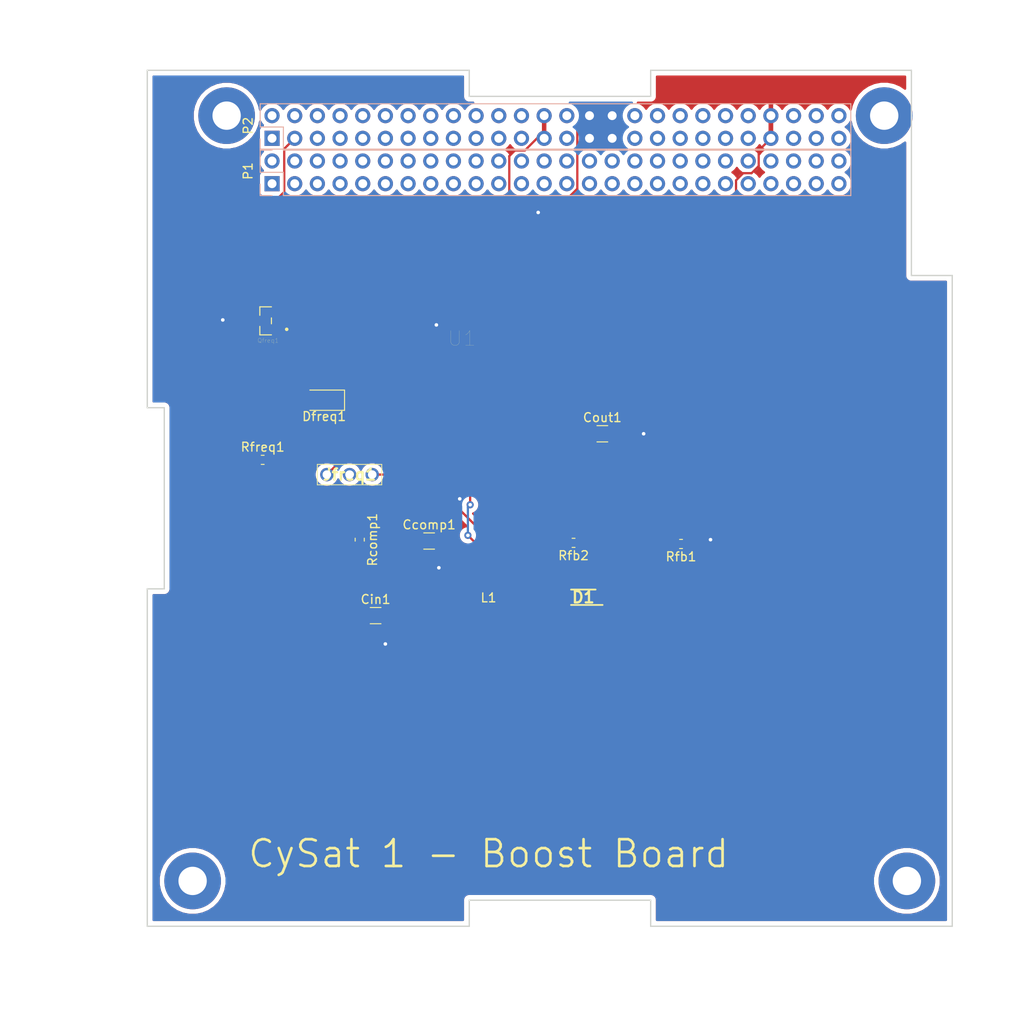
<source format=kicad_pcb>
(kicad_pcb (version 20171130) (host pcbnew "(5.1.4)-1")

  (general
    (thickness 1.6)
    (drawings 21)
    (tracks 79)
    (zones 0)
    (modules 19)
    (nets 109)
  )

  (page A4)
  (layers
    (0 F.Cu signal)
    (31 B.Cu signal)
    (32 B.Adhes user)
    (33 F.Adhes user)
    (34 B.Paste user)
    (35 F.Paste user)
    (36 B.SilkS user)
    (37 F.SilkS user)
    (38 B.Mask user)
    (39 F.Mask user)
    (40 Dwgs.User user)
    (41 Cmts.User user)
    (42 Eco1.User user)
    (43 Eco2.User user)
    (44 Edge.Cuts user)
    (45 Margin user)
    (46 B.CrtYd user)
    (47 F.CrtYd user)
    (48 B.Fab user)
    (49 F.Fab user)
  )

  (setup
    (last_trace_width 0.25)
    (user_trace_width 0.5)
    (trace_clearance 0.2)
    (zone_clearance 0.508)
    (zone_45_only no)
    (trace_min 0.127)
    (via_size 0.8)
    (via_drill 0.4)
    (via_min_size 0.4)
    (via_min_drill 0.3)
    (user_via 1.6 0.8)
    (uvia_size 0.3)
    (uvia_drill 0.1)
    (uvias_allowed no)
    (uvia_min_size 0.2)
    (uvia_min_drill 0.1)
    (edge_width 0.05)
    (segment_width 0.2)
    (pcb_text_width 0.3)
    (pcb_text_size 1.5 1.5)
    (mod_edge_width 0.12)
    (mod_text_size 1 1)
    (mod_text_width 0.15)
    (pad_size 0.356 1.016)
    (pad_drill 0)
    (pad_to_mask_clearance 0.051)
    (solder_mask_min_width 0.25)
    (aux_axis_origin 0 0)
    (visible_elements 7FFFFFFF)
    (pcbplotparams
      (layerselection 0x010fc_ffffffff)
      (usegerberextensions false)
      (usegerberattributes false)
      (usegerberadvancedattributes false)
      (creategerberjobfile false)
      (excludeedgelayer true)
      (linewidth 0.100000)
      (plotframeref false)
      (viasonmask false)
      (mode 1)
      (useauxorigin false)
      (hpglpennumber 1)
      (hpglpenspeed 20)
      (hpglpendiameter 15.000000)
      (psnegative false)
      (psa4output false)
      (plotreference true)
      (plotvalue true)
      (plotinvisibletext false)
      (padsonsilk false)
      (subtractmaskfromsilk false)
      (outputformat 1)
      (mirror false)
      (drillshape 0)
      (scaleselection 1)
      (outputdirectory "plotter/"))
  )

  (net 0 "")
  (net 1 "Net-(Ccomp1-Pad1)")
  (net 2 GND)
  (net 3 +5V)
  (net 4 "Net-(Rcomp1-Pad1)")
  (net 5 "Net-(P1-Pad51)")
  (net 6 "Net-(P1-Pad49)")
  (net 7 "Net-(P1-Pad46)")
  (net 8 "Net-(P1-Pad45)")
  (net 9 "Net-(P1-Pad44)")
  (net 10 "Net-(P1-Pad42)")
  (net 11 "Net-(P1-Pad32)")
  (net 12 "Net-(P1-Pad31)")
  (net 13 "Net-(P1-Pad30)")
  (net 14 "Net-(P1-Pad28)")
  (net 15 "Net-(P1-Pad27)")
  (net 16 "Net-(P1-Pad26)")
  (net 17 "Net-(P1-Pad25)")
  (net 18 "Net-(P2-Pad44)")
  (net 19 "Net-(P2-Pad43)")
  (net 20 "Net-(P2-Pad42)")
  (net 21 "Net-(P2-Pad41)")
  (net 22 "Net-(P2-Pad40)")
  (net 23 "Net-(P2-Pad39)")
  (net 24 "Net-(P2-Pad38)")
  (net 25 "Net-(P2-Pad37)")
  (net 26 "Net-(P2-Pad36)")
  (net 27 "Net-(P2-Pad34)")
  (net 28 "Net-(P2-Pad33)")
  (net 29 +3V3)
  (net 30 "Net-(P2-Pad24)")
  (net 31 "Net-(P2-Pad23)")
  (net 32 "Net-(P2-Pad20)")
  (net 33 "Net-(P2-Pad19)")
  (net 34 "Net-(P2-Pad18)")
  (net 35 "Net-(P2-Pad16)")
  (net 36 "Net-(P2-Pad15)")
  (net 37 "Net-(P2-Pad13)")
  (net 38 "Net-(P2-Pad12)")
  (net 39 "Net-(P2-Pad11)")
  (net 40 "Net-(P2-Pad10)")
  (net 41 "Net-(P2-Pad8)")
  (net 42 /vout)
  (net 43 "Net-(D1-Pad2)")
  (net 44 "Net-(P1-Pad52)")
  (net 45 "Net-(P1-Pad50)")
  (net 46 "Net-(P1-Pad48)")
  (net 47 "Net-(P1-Pad47)")
  (net 48 "Net-(P1-Pad43)")
  (net 49 "Net-(P1-Pad41)")
  (net 50 "Net-(P1-Pad40)")
  (net 51 "Net-(P1-Pad39)")
  (net 52 "Net-(P1-Pad38)")
  (net 53 "Net-(P1-Pad37)")
  (net 54 "Net-(P1-Pad36)")
  (net 55 "Net-(P1-Pad35)")
  (net 56 "Net-(P1-Pad34)")
  (net 57 "Net-(P1-Pad33)")
  (net 58 "Net-(P1-Pad29)")
  (net 59 "Net-(P1-Pad24)")
  (net 60 "Net-(P1-Pad23)")
  (net 61 "Net-(P1-Pad22)")
  (net 62 "Net-(P1-Pad21)")
  (net 63 "Net-(P1-Pad20)")
  (net 64 "Net-(P1-Pad19)")
  (net 65 "Net-(P1-Pad18)")
  (net 66 "Net-(P1-Pad17)")
  (net 67 "Net-(P1-Pad16)")
  (net 68 "Net-(P1-Pad15)")
  (net 69 "Net-(P1-Pad14)")
  (net 70 "Net-(P1-Pad13)")
  (net 71 "Net-(P1-Pad12)")
  (net 72 "Net-(P1-Pad11)")
  (net 73 "Net-(P1-Pad10)")
  (net 74 "Net-(P1-Pad9)")
  (net 75 "Net-(P1-Pad8)")
  (net 76 "Net-(P1-Pad7)")
  (net 77 "Net-(P1-Pad6)")
  (net 78 "Net-(P1-Pad5)")
  (net 79 "Net-(P1-Pad4)")
  (net 80 "Net-(P1-Pad3)")
  (net 81 "Net-(P1-Pad2)")
  (net 82 "Net-(P1-Pad1)")
  (net 83 "Net-(P2-Pad52)")
  (net 84 "Net-(P2-Pad51)")
  (net 85 "Net-(P2-Pad50)")
  (net 86 "Net-(P2-Pad49)")
  (net 87 "Net-(P2-Pad48)")
  (net 88 "Net-(P2-Pad47)")
  (net 89 "Net-(P2-Pad35)")
  (net 90 "Net-(P2-Pad28)")
  (net 91 "Net-(P2-Pad22)")
  (net 92 "Net-(P2-Pad21)")
  (net 93 "Net-(P2-Pad17)")
  (net 94 "Net-(P2-Pad14)")
  (net 95 "Net-(P2-Pad9)")
  (net 96 "Net-(P2-Pad7)")
  (net 97 "Net-(P2-Pad6)")
  (net 98 "Net-(P2-Pad5)")
  (net 99 "Net-(P2-Pad4)")
  (net 100 "Net-(P2-Pad2)")
  (net 101 "Net-(Rfb1-Pad2)")
  (net 102 "Net-(U1-Pad6)")
  (net 103 "Net-(Dfreq1-Pad2)")
  (net 104 "Net-(Dfreq1-Pad1)")
  (net 105 /0V)
  (net 106 "Net-(P2-Pad1)")
  (net 107 "Net-(Jfreq1-Pad3)")
  (net 108 "Net-(Jfreq1-Pad2)")

  (net_class Default "This is the default net class."
    (clearance 0.2)
    (trace_width 0.25)
    (via_dia 0.8)
    (via_drill 0.4)
    (uvia_dia 0.3)
    (uvia_drill 0.1)
    (add_net +3V3)
    (add_net +5V)
    (add_net /0V)
    (add_net /vout)
    (add_net GND)
    (add_net "Net-(Ccomp1-Pad1)")
    (add_net "Net-(D1-Pad2)")
    (add_net "Net-(Dfreq1-Pad1)")
    (add_net "Net-(Dfreq1-Pad2)")
    (add_net "Net-(Jfreq1-Pad2)")
    (add_net "Net-(Jfreq1-Pad3)")
    (add_net "Net-(P1-Pad1)")
    (add_net "Net-(P1-Pad10)")
    (add_net "Net-(P1-Pad11)")
    (add_net "Net-(P1-Pad12)")
    (add_net "Net-(P1-Pad13)")
    (add_net "Net-(P1-Pad14)")
    (add_net "Net-(P1-Pad15)")
    (add_net "Net-(P1-Pad16)")
    (add_net "Net-(P1-Pad17)")
    (add_net "Net-(P1-Pad18)")
    (add_net "Net-(P1-Pad19)")
    (add_net "Net-(P1-Pad2)")
    (add_net "Net-(P1-Pad20)")
    (add_net "Net-(P1-Pad21)")
    (add_net "Net-(P1-Pad22)")
    (add_net "Net-(P1-Pad23)")
    (add_net "Net-(P1-Pad24)")
    (add_net "Net-(P1-Pad25)")
    (add_net "Net-(P1-Pad26)")
    (add_net "Net-(P1-Pad27)")
    (add_net "Net-(P1-Pad28)")
    (add_net "Net-(P1-Pad29)")
    (add_net "Net-(P1-Pad3)")
    (add_net "Net-(P1-Pad30)")
    (add_net "Net-(P1-Pad31)")
    (add_net "Net-(P1-Pad32)")
    (add_net "Net-(P1-Pad33)")
    (add_net "Net-(P1-Pad34)")
    (add_net "Net-(P1-Pad35)")
    (add_net "Net-(P1-Pad36)")
    (add_net "Net-(P1-Pad37)")
    (add_net "Net-(P1-Pad38)")
    (add_net "Net-(P1-Pad39)")
    (add_net "Net-(P1-Pad4)")
    (add_net "Net-(P1-Pad40)")
    (add_net "Net-(P1-Pad41)")
    (add_net "Net-(P1-Pad42)")
    (add_net "Net-(P1-Pad43)")
    (add_net "Net-(P1-Pad44)")
    (add_net "Net-(P1-Pad45)")
    (add_net "Net-(P1-Pad46)")
    (add_net "Net-(P1-Pad47)")
    (add_net "Net-(P1-Pad48)")
    (add_net "Net-(P1-Pad49)")
    (add_net "Net-(P1-Pad5)")
    (add_net "Net-(P1-Pad50)")
    (add_net "Net-(P1-Pad51)")
    (add_net "Net-(P1-Pad52)")
    (add_net "Net-(P1-Pad6)")
    (add_net "Net-(P1-Pad7)")
    (add_net "Net-(P1-Pad8)")
    (add_net "Net-(P1-Pad9)")
    (add_net "Net-(P2-Pad1)")
    (add_net "Net-(P2-Pad10)")
    (add_net "Net-(P2-Pad11)")
    (add_net "Net-(P2-Pad12)")
    (add_net "Net-(P2-Pad13)")
    (add_net "Net-(P2-Pad14)")
    (add_net "Net-(P2-Pad15)")
    (add_net "Net-(P2-Pad16)")
    (add_net "Net-(P2-Pad17)")
    (add_net "Net-(P2-Pad18)")
    (add_net "Net-(P2-Pad19)")
    (add_net "Net-(P2-Pad2)")
    (add_net "Net-(P2-Pad20)")
    (add_net "Net-(P2-Pad21)")
    (add_net "Net-(P2-Pad22)")
    (add_net "Net-(P2-Pad23)")
    (add_net "Net-(P2-Pad24)")
    (add_net "Net-(P2-Pad28)")
    (add_net "Net-(P2-Pad33)")
    (add_net "Net-(P2-Pad34)")
    (add_net "Net-(P2-Pad35)")
    (add_net "Net-(P2-Pad36)")
    (add_net "Net-(P2-Pad37)")
    (add_net "Net-(P2-Pad38)")
    (add_net "Net-(P2-Pad39)")
    (add_net "Net-(P2-Pad4)")
    (add_net "Net-(P2-Pad40)")
    (add_net "Net-(P2-Pad41)")
    (add_net "Net-(P2-Pad42)")
    (add_net "Net-(P2-Pad43)")
    (add_net "Net-(P2-Pad44)")
    (add_net "Net-(P2-Pad47)")
    (add_net "Net-(P2-Pad48)")
    (add_net "Net-(P2-Pad49)")
    (add_net "Net-(P2-Pad5)")
    (add_net "Net-(P2-Pad50)")
    (add_net "Net-(P2-Pad51)")
    (add_net "Net-(P2-Pad52)")
    (add_net "Net-(P2-Pad6)")
    (add_net "Net-(P2-Pad7)")
    (add_net "Net-(P2-Pad8)")
    (add_net "Net-(P2-Pad9)")
    (add_net "Net-(Rcomp1-Pad1)")
    (add_net "Net-(Rfb1-Pad2)")
    (add_net "Net-(U1-Pad6)")
  )

  (module motherboard:SODFL3617X108N (layer F.Cu) (tedit 0) (tstamp 5E9B1A8C)
    (at 144.8562 108.8136 180)
    (descr "SOD-123FL CASE 425AD Issue A")
    (tags "Schottky Diode")
    (path /5E8A2733)
    (attr smd)
    (fp_text reference D1 (at 0 0) (layer F.SilkS)
      (effects (font (size 1.27 1.27) (thickness 0.254)))
    )
    (fp_text value D_Schottky (at 0 0) (layer F.SilkS) hide
      (effects (font (size 1.27 1.27) (thickness 0.254)))
    )
    (fp_line (start -1.375 0.862) (end 1.375 0.862) (layer F.SilkS) (width 0.2))
    (fp_line (start -2.155 -0.862) (end 1.375 -0.862) (layer F.SilkS) (width 0.2))
    (fp_line (start -1.375 -0.232) (end -0.745 -0.862) (layer F.Fab) (width 0.1))
    (fp_line (start -1.375 0.862) (end -1.375 -0.862) (layer F.Fab) (width 0.1))
    (fp_line (start 1.375 0.862) (end -1.375 0.862) (layer F.Fab) (width 0.1))
    (fp_line (start 1.375 -0.862) (end 1.375 0.862) (layer F.Fab) (width 0.1))
    (fp_line (start -1.375 -0.862) (end 1.375 -0.862) (layer F.Fab) (width 0.1))
    (fp_line (start -2.305 1.125) (end -2.305 -1.125) (layer F.CrtYd) (width 0.05))
    (fp_line (start 2.305 1.125) (end -2.305 1.125) (layer F.CrtYd) (width 0.05))
    (fp_line (start 2.305 -1.125) (end 2.305 1.125) (layer F.CrtYd) (width 0.05))
    (fp_line (start -2.305 -1.125) (end 2.305 -1.125) (layer F.CrtYd) (width 0.05))
    (fp_text user %R (at 0 0) (layer F.Fab)
      (effects (font (size 1.27 1.27) (thickness 0.254)))
    )
    (pad 2 smd rect (at 1.525 0 270) (size 1.17 1.26) (layers F.Cu F.Paste F.Mask)
      (net 43 "Net-(D1-Pad2)"))
    (pad 1 smd rect (at -1.525 0 270) (size 1.17 1.26) (layers F.Cu F.Paste F.Mask)
      (net 42 /vout))
    (model SS14FL.stp
      (at (xyz 0 0 0))
      (scale (xyz 1 1 1))
      (rotate (xyz 0 0 0))
    )
  )

  (module motherboard:872243 (layer F.Cu) (tedit 0) (tstamp 5EA0D0AC)
    (at 116.1288 95.0722)
    (descr 87224-3-2)
    (tags Connector)
    (path /5EA0A4F5)
    (fp_text reference Jfreq1 (at 2.54 0) (layer F.SilkS)
      (effects (font (size 1.27 1.27) (thickness 0.254)))
    )
    (fp_text value 87224-3 (at 2.54 0) (layer F.SilkS) hide
      (effects (font (size 1.27 1.27) (thickness 0.254)))
    )
    (fp_line (start -1.567 1.643) (end -1.567 -1.643) (layer F.CrtYd) (width 0.1))
    (fp_line (start 6.647 1.643) (end -1.567 1.643) (layer F.CrtYd) (width 0.1))
    (fp_line (start 6.647 -1.643) (end 6.647 1.643) (layer F.CrtYd) (width 0.1))
    (fp_line (start -1.567 -1.643) (end 6.647 -1.643) (layer F.CrtYd) (width 0.1))
    (fp_line (start -1.067 1.143) (end -1.067 -1.143) (layer F.SilkS) (width 0.1))
    (fp_line (start 6.147 1.143) (end -1.067 1.143) (layer F.SilkS) (width 0.1))
    (fp_line (start 6.147 -1.143) (end 6.147 1.143) (layer F.SilkS) (width 0.1))
    (fp_line (start -1.067 -1.143) (end 6.147 -1.143) (layer F.SilkS) (width 0.1))
    (fp_line (start -1.067 1.143) (end -1.067 -1.143) (layer F.Fab) (width 0.2))
    (fp_line (start 6.147 1.143) (end -1.067 1.143) (layer F.Fab) (width 0.2))
    (fp_line (start 6.147 -1.143) (end 6.147 1.143) (layer F.Fab) (width 0.2))
    (fp_line (start -1.067 -1.143) (end 6.147 -1.143) (layer F.Fab) (width 0.2))
    (fp_text user %R (at 2.54 0) (layer F.Fab)
      (effects (font (size 1.27 1.27) (thickness 0.254)))
    )
    (pad 3 thru_hole circle (at 5.08 0) (size 1.501 1.501) (drill 0.9652) (layers *.Cu *.Mask)
      (net 107 "Net-(Jfreq1-Pad3)"))
    (pad 2 thru_hole circle (at 2.54 0) (size 1.501 1.501) (drill 0.9652) (layers *.Cu *.Mask)
      (net 108 "Net-(Jfreq1-Pad2)"))
    (pad 1 thru_hole circle (at 0 0) (size 1.501 1.501) (drill 0.9652) (layers *.Cu *.Mask)
      (net 104 "Net-(Dfreq1-Pad1)"))
    (model 87224-3.stp
      (at (xyz 0 0 0))
      (scale (xyz 1 1 1))
      (rotate (xyz 0 0 0))
    )
  )

  (module Resistor_SMD:R_0603_1608Metric (layer F.Cu) (tedit 5B301BBD) (tstamp 5E9CF66C)
    (at 108.9406 93.4212)
    (descr "Resistor SMD 0603 (1608 Metric), square (rectangular) end terminal, IPC_7351 nominal, (Body size source: http://www.tortai-tech.com/upload/download/2011102023233369053.pdf), generated with kicad-footprint-generator")
    (tags resistor)
    (path /5E9CF354)
    (attr smd)
    (fp_text reference Rfreq1 (at 0 -1.43) (layer F.SilkS)
      (effects (font (size 1 1) (thickness 0.15)))
    )
    (fp_text value R_US (at 0 1.43) (layer F.Fab)
      (effects (font (size 1 1) (thickness 0.15)))
    )
    (fp_text user %R (at 0 0) (layer F.Fab)
      (effects (font (size 0.4 0.4) (thickness 0.06)))
    )
    (fp_line (start 1.48 0.73) (end -1.48 0.73) (layer F.CrtYd) (width 0.05))
    (fp_line (start 1.48 -0.73) (end 1.48 0.73) (layer F.CrtYd) (width 0.05))
    (fp_line (start -1.48 -0.73) (end 1.48 -0.73) (layer F.CrtYd) (width 0.05))
    (fp_line (start -1.48 0.73) (end -1.48 -0.73) (layer F.CrtYd) (width 0.05))
    (fp_line (start -0.162779 0.51) (end 0.162779 0.51) (layer F.SilkS) (width 0.12))
    (fp_line (start -0.162779 -0.51) (end 0.162779 -0.51) (layer F.SilkS) (width 0.12))
    (fp_line (start 0.8 0.4) (end -0.8 0.4) (layer F.Fab) (width 0.1))
    (fp_line (start 0.8 -0.4) (end 0.8 0.4) (layer F.Fab) (width 0.1))
    (fp_line (start -0.8 -0.4) (end 0.8 -0.4) (layer F.Fab) (width 0.1))
    (fp_line (start -0.8 0.4) (end -0.8 -0.4) (layer F.Fab) (width 0.1))
    (pad 2 smd roundrect (at 0.7875 0) (size 0.875 0.95) (layers F.Cu F.Paste F.Mask) (roundrect_rratio 0.25)
      (net 103 "Net-(Dfreq1-Pad2)"))
    (pad 1 smd roundrect (at -0.7875 0) (size 0.875 0.95) (layers F.Cu F.Paste F.Mask) (roundrect_rratio 0.25)
      (net 3 +5V))
    (model ${KISYS3DMOD}/Resistor_SMD.3dshapes/R_0603_1608Metric.wrl
      (at (xyz 0 0 0))
      (scale (xyz 1 1 1))
      (rotate (xyz 0 0 0))
    )
  )

  (module motherboard:SOT95P237X111-3N (layer F.Cu) (tedit 5E9CB58E) (tstamp 5E9CF5FB)
    (at 109.2708 77.851 180)
    (path /5E9D45EA)
    (fp_text reference Qfreq1 (at -0.276 -2.2048) (layer F.SilkS)
      (effects (font (size 0.48 0.48) (thickness 0.015)))
    )
    (fp_text value Q_NJFET_DGS (at 3.0768 2.1952) (layer F.Fab)
      (effects (font (size 0.48 0.48) (thickness 0.015)))
    )
    (fp_circle (center -2.36 -0.95) (end -2.26 -0.95) (layer F.Fab) (width 0.2))
    (fp_line (start -1.93 1.7) (end -1.93 -1.7) (layer F.CrtYd) (width 0.05))
    (fp_line (start 1.93 1.7) (end -1.93 1.7) (layer F.CrtYd) (width 0.05))
    (fp_line (start 1.93 -1.7) (end 1.93 1.7) (layer F.CrtYd) (width 0.05))
    (fp_line (start -1.93 -1.7) (end 1.93 -1.7) (layer F.CrtYd) (width 0.05))
    (fp_circle (center -2.36 -0.95) (end -2.26 -0.95) (layer F.SilkS) (width 0.2))
    (fp_line (start 0.65 -1.57) (end 0.65 -0.62) (layer F.SilkS) (width 0.127))
    (fp_line (start -0.65 -0.33) (end -0.65 0.33) (layer F.SilkS) (width 0.127))
    (fp_line (start 0.65 1.57) (end 0.65 0.62) (layer F.SilkS) (width 0.127))
    (fp_line (start 0.65 1.57) (end -0.65 1.57) (layer F.SilkS) (width 0.127))
    (fp_line (start -0.65 -1.57) (end 0.65 -1.57) (layer F.SilkS) (width 0.127))
    (fp_line (start -0.65 -1.45) (end 0.65 -1.45) (layer F.Fab) (width 0.127))
    (fp_line (start -0.65 1.45) (end -0.65 -1.45) (layer F.Fab) (width 0.127))
    (fp_line (start 0.65 1.45) (end -0.65 1.45) (layer F.Fab) (width 0.127))
    (fp_line (start 0.65 -1.45) (end 0.65 1.45) (layer F.Fab) (width 0.127))
    (pad 3 smd rect (at 0.96 0 180) (size 1.43 0.6) (layers F.Cu F.Paste F.Mask)
      (net 2 GND))
    (pad 2 smd rect (at -0.96 0.95 180) (size 1.43 0.6) (layers F.Cu F.Paste F.Mask)
      (net 105 /0V))
    (pad 1 smd rect (at -0.96 -0.95 180) (size 1.43 0.6) (layers F.Cu F.Paste F.Mask)
      (net 103 "Net-(Dfreq1-Pad2)"))
  )

  (module Diode_SMD:D_1206_3216Metric (layer F.Cu) (tedit 5B301BBE) (tstamp 5E9CF4B7)
    (at 115.824 86.741 180)
    (descr "Diode SMD 1206 (3216 Metric), square (rectangular) end terminal, IPC_7351 nominal, (Body size source: http://www.tortai-tech.com/upload/download/2011102023233369053.pdf), generated with kicad-footprint-generator")
    (tags diode)
    (path /5E9D10CC)
    (attr smd)
    (fp_text reference Dfreq1 (at 0 -1.82) (layer F.SilkS)
      (effects (font (size 1 1) (thickness 0.15)))
    )
    (fp_text value D_ALT (at 0 1.82) (layer F.Fab)
      (effects (font (size 1 1) (thickness 0.15)))
    )
    (fp_text user %R (at 0 0) (layer F.Fab)
      (effects (font (size 0.8 0.8) (thickness 0.12)))
    )
    (fp_line (start 2.28 1.12) (end -2.28 1.12) (layer F.CrtYd) (width 0.05))
    (fp_line (start 2.28 -1.12) (end 2.28 1.12) (layer F.CrtYd) (width 0.05))
    (fp_line (start -2.28 -1.12) (end 2.28 -1.12) (layer F.CrtYd) (width 0.05))
    (fp_line (start -2.28 1.12) (end -2.28 -1.12) (layer F.CrtYd) (width 0.05))
    (fp_line (start -2.285 1.135) (end 1.6 1.135) (layer F.SilkS) (width 0.12))
    (fp_line (start -2.285 -1.135) (end -2.285 1.135) (layer F.SilkS) (width 0.12))
    (fp_line (start 1.6 -1.135) (end -2.285 -1.135) (layer F.SilkS) (width 0.12))
    (fp_line (start 1.6 0.8) (end 1.6 -0.8) (layer F.Fab) (width 0.1))
    (fp_line (start -1.6 0.8) (end 1.6 0.8) (layer F.Fab) (width 0.1))
    (fp_line (start -1.6 -0.4) (end -1.6 0.8) (layer F.Fab) (width 0.1))
    (fp_line (start -1.2 -0.8) (end -1.6 -0.4) (layer F.Fab) (width 0.1))
    (fp_line (start 1.6 -0.8) (end -1.2 -0.8) (layer F.Fab) (width 0.1))
    (pad 2 smd roundrect (at 1.4 0 180) (size 1.25 1.75) (layers F.Cu F.Paste F.Mask) (roundrect_rratio 0.2)
      (net 103 "Net-(Dfreq1-Pad2)"))
    (pad 1 smd roundrect (at -1.4 0 180) (size 1.25 1.75) (layers F.Cu F.Paste F.Mask) (roundrect_rratio 0.2)
      (net 104 "Net-(Dfreq1-Pad1)"))
    (model ${KISYS3DMOD}/Diode_SMD.3dshapes/D_1206_3216Metric.wrl
      (at (xyz 0 0 0))
      (scale (xyz 1 1 1))
      (rotate (xyz 0 0 0))
    )
  )

  (module motherboard:LM2586S-ADJ (layer F.Cu) (tedit 5E7A3D21) (tstamp 5E9B1C13)
    (at 130.919 85.951599)
    (path /5E8672FF)
    (fp_text reference U1 (at 0.35579 -6.12482) (layer F.SilkS)
      (effects (font (size 1.640913 1.640913) (thickness 0.015)))
    )
    (fp_text value LM2586S-ADJ (at 11.97373 11.745) (layer F.Fab)
      (effects (font (size 1.641417 1.641417) (thickness 0.015)))
    )
    (fp_line (start -3.4036 4.318) (end -4.2164 4.318) (layer F.Fab) (width 0.1524))
    (fp_line (start -4.2164 4.318) (end -4.2164 10.033) (layer F.Fab) (width 0.1524))
    (fp_line (start -4.2164 10.033) (end -3.4036 10.033) (layer F.Fab) (width 0.1524))
    (fp_line (start -3.4036 10.033) (end -3.4036 4.318) (layer F.Fab) (width 0.1524))
    (fp_line (start -2.1336 4.318) (end -2.9464 4.318) (layer F.Fab) (width 0.1524))
    (fp_line (start -2.9464 4.318) (end -2.9464 10.033) (layer F.Fab) (width 0.1524))
    (fp_line (start -2.9464 10.033) (end -2.1336 10.033) (layer F.Fab) (width 0.1524))
    (fp_line (start -2.1336 10.033) (end -2.1336 4.318) (layer F.Fab) (width 0.1524))
    (fp_line (start -0.8636 4.318) (end -1.6764 4.318) (layer F.Fab) (width 0.1524))
    (fp_line (start -1.6764 4.318) (end -1.6764 10.033) (layer F.Fab) (width 0.1524))
    (fp_line (start -1.6764 10.033) (end -0.8636 10.033) (layer F.Fab) (width 0.1524))
    (fp_line (start -0.8636 10.033) (end -0.8636 4.318) (layer F.Fab) (width 0.1524))
    (fp_line (start 0.4064 4.318) (end -0.4064 4.318) (layer F.Fab) (width 0.1524))
    (fp_line (start -0.4064 4.318) (end -0.4064 10.033) (layer F.Fab) (width 0.1524))
    (fp_line (start -0.4064 10.033) (end 0.4064 10.033) (layer F.Fab) (width 0.1524))
    (fp_line (start 0.4064 10.033) (end 0.4064 4.318) (layer F.Fab) (width 0.1524))
    (fp_line (start 1.6764 4.318) (end 0.8636 4.318) (layer F.Fab) (width 0.1524))
    (fp_line (start 0.8636 4.318) (end 0.8636 10.033) (layer F.Fab) (width 0.1524))
    (fp_line (start 0.8636 10.033) (end 1.6764 10.033) (layer F.Fab) (width 0.1524))
    (fp_line (start 1.6764 10.033) (end 1.6764 4.318) (layer F.Fab) (width 0.1524))
    (fp_line (start 2.9464 4.318) (end 2.1336 4.318) (layer F.Fab) (width 0.1524))
    (fp_line (start 2.1336 4.318) (end 2.1336 10.033) (layer F.Fab) (width 0.1524))
    (fp_line (start 2.1336 10.033) (end 2.9464 10.033) (layer F.Fab) (width 0.1524))
    (fp_line (start 2.9464 10.033) (end 2.9464 4.318) (layer F.Fab) (width 0.1524))
    (fp_line (start 4.2164 4.318) (end 3.4036 4.318) (layer F.Fab) (width 0.1524))
    (fp_line (start 3.4036 4.318) (end 3.4036 10.033) (layer F.Fab) (width 0.1524))
    (fp_line (start 3.4036 10.033) (end 4.2164 10.033) (layer F.Fab) (width 0.1524))
    (fp_line (start 4.2164 10.033) (end 4.2164 4.318) (layer F.Fab) (width 0.1524))
    (fp_line (start -5.08 4.318) (end 5.08 4.318) (layer F.Fab) (width 0.1524))
    (fp_line (start 5.08 4.318) (end 5.08 -4.318) (layer F.Fab) (width 0.1524))
    (fp_line (start 5.08 -4.318) (end -5.08 -4.318) (layer F.Fab) (width 0.1524))
    (fp_line (start -5.08 -4.318) (end -5.08 4.318) (layer F.Fab) (width 0.1524))
    (pad 1 smd rect (at -3.81 9.0424) (size 0.8636 2.6924) (layers F.Cu F.Paste F.Mask)
      (net 107 "Net-(Jfreq1-Pad3)"))
    (pad 2 smd rect (at -2.54 9.0424) (size 0.8636 2.6924) (layers F.Cu F.Paste F.Mask)
      (net 4 "Net-(Rcomp1-Pad1)"))
    (pad 3 smd rect (at -1.27 9.0424) (size 0.8636 2.6924) (layers F.Cu F.Paste F.Mask)
      (net 101 "Net-(Rfb1-Pad2)"))
    (pad 4 smd rect (at 0 9.0424) (size 0.8636 2.6924) (layers F.Cu F.Paste F.Mask)
      (net 2 GND))
    (pad 5 smd rect (at 1.27 9.0424) (size 0.8636 2.6924) (layers F.Cu F.Paste F.Mask)
      (net 43 "Net-(D1-Pad2)"))
    (pad 6 smd rect (at 2.54 9.0424) (size 0.8636 2.6924) (layers F.Cu F.Paste F.Mask)
      (net 102 "Net-(U1-Pad6)"))
    (pad 7 smd rect (at 3.81 9.0424) (size 0.8636 2.6924) (layers F.Cu F.Paste F.Mask)
      (net 3 +5V))
    (pad 8 smd rect (at 0 -0.1524) (size 10.16 8.9408) (layers F.Cu F.Paste F.Mask)
      (net 2 GND))
  )

  (module Resistor_SMD:R_0603_1608Metric (layer F.Cu) (tedit 5B301BBD) (tstamp 5E9B1BE7)
    (at 143.764 102.7176 180)
    (descr "Resistor SMD 0603 (1608 Metric), square (rectangular) end terminal, IPC_7351 nominal, (Body size source: http://www.tortai-tech.com/upload/download/2011102023233369053.pdf), generated with kicad-footprint-generator")
    (tags resistor)
    (path /5E893E81)
    (attr smd)
    (fp_text reference Rfb2 (at 0 -1.43) (layer F.SilkS)
      (effects (font (size 1 1) (thickness 0.15)))
    )
    (fp_text value R_US (at 0 1.43) (layer F.Fab)
      (effects (font (size 1 1) (thickness 0.15)))
    )
    (fp_text user %R (at 0 0) (layer F.Fab)
      (effects (font (size 0.4 0.4) (thickness 0.06)))
    )
    (fp_line (start 1.48 0.73) (end -1.48 0.73) (layer F.CrtYd) (width 0.05))
    (fp_line (start 1.48 -0.73) (end 1.48 0.73) (layer F.CrtYd) (width 0.05))
    (fp_line (start -1.48 -0.73) (end 1.48 -0.73) (layer F.CrtYd) (width 0.05))
    (fp_line (start -1.48 0.73) (end -1.48 -0.73) (layer F.CrtYd) (width 0.05))
    (fp_line (start -0.162779 0.51) (end 0.162779 0.51) (layer F.SilkS) (width 0.12))
    (fp_line (start -0.162779 -0.51) (end 0.162779 -0.51) (layer F.SilkS) (width 0.12))
    (fp_line (start 0.8 0.4) (end -0.8 0.4) (layer F.Fab) (width 0.1))
    (fp_line (start 0.8 -0.4) (end 0.8 0.4) (layer F.Fab) (width 0.1))
    (fp_line (start -0.8 -0.4) (end 0.8 -0.4) (layer F.Fab) (width 0.1))
    (fp_line (start -0.8 0.4) (end -0.8 -0.4) (layer F.Fab) (width 0.1))
    (pad 2 smd roundrect (at 0.7875 0 180) (size 0.875 0.95) (layers F.Cu F.Paste F.Mask) (roundrect_rratio 0.25)
      (net 101 "Net-(Rfb1-Pad2)"))
    (pad 1 smd roundrect (at -0.7875 0 180) (size 0.875 0.95) (layers F.Cu F.Paste F.Mask) (roundrect_rratio 0.25)
      (net 42 /vout))
    (model ${KISYS3DMOD}/Resistor_SMD.3dshapes/R_0603_1608Metric.wrl
      (at (xyz 0 0 0))
      (scale (xyz 1 1 1))
      (rotate (xyz 0 0 0))
    )
  )

  (module Resistor_SMD:R_0603_1608Metric (layer F.Cu) (tedit 5B301BBD) (tstamp 5E9B1BD6)
    (at 155.8036 102.8446 180)
    (descr "Resistor SMD 0603 (1608 Metric), square (rectangular) end terminal, IPC_7351 nominal, (Body size source: http://www.tortai-tech.com/upload/download/2011102023233369053.pdf), generated with kicad-footprint-generator")
    (tags resistor)
    (path /5E8924CC)
    (attr smd)
    (fp_text reference Rfb1 (at 0 -1.43) (layer F.SilkS)
      (effects (font (size 1 1) (thickness 0.15)))
    )
    (fp_text value R_US (at 0 1.43) (layer F.Fab)
      (effects (font (size 1 1) (thickness 0.15)))
    )
    (fp_text user %R (at 0 0) (layer F.Fab)
      (effects (font (size 0.4 0.4) (thickness 0.06)))
    )
    (fp_line (start 1.48 0.73) (end -1.48 0.73) (layer F.CrtYd) (width 0.05))
    (fp_line (start 1.48 -0.73) (end 1.48 0.73) (layer F.CrtYd) (width 0.05))
    (fp_line (start -1.48 -0.73) (end 1.48 -0.73) (layer F.CrtYd) (width 0.05))
    (fp_line (start -1.48 0.73) (end -1.48 -0.73) (layer F.CrtYd) (width 0.05))
    (fp_line (start -0.162779 0.51) (end 0.162779 0.51) (layer F.SilkS) (width 0.12))
    (fp_line (start -0.162779 -0.51) (end 0.162779 -0.51) (layer F.SilkS) (width 0.12))
    (fp_line (start 0.8 0.4) (end -0.8 0.4) (layer F.Fab) (width 0.1))
    (fp_line (start 0.8 -0.4) (end 0.8 0.4) (layer F.Fab) (width 0.1))
    (fp_line (start -0.8 -0.4) (end 0.8 -0.4) (layer F.Fab) (width 0.1))
    (fp_line (start -0.8 0.4) (end -0.8 -0.4) (layer F.Fab) (width 0.1))
    (pad 2 smd roundrect (at 0.7875 0 180) (size 0.875 0.95) (layers F.Cu F.Paste F.Mask) (roundrect_rratio 0.25)
      (net 101 "Net-(Rfb1-Pad2)"))
    (pad 1 smd roundrect (at -0.7875 0 180) (size 0.875 0.95) (layers F.Cu F.Paste F.Mask) (roundrect_rratio 0.25)
      (net 2 GND))
    (model ${KISYS3DMOD}/Resistor_SMD.3dshapes/R_0603_1608Metric.wrl
      (at (xyz 0 0 0))
      (scale (xyz 1 1 1))
      (rotate (xyz 0 0 0))
    )
  )

  (module Resistor_SMD:R_0603_1608Metric (layer F.Cu) (tedit 5B301BBD) (tstamp 5E9B1BC5)
    (at 119.8118 102.362 270)
    (descr "Resistor SMD 0603 (1608 Metric), square (rectangular) end terminal, IPC_7351 nominal, (Body size source: http://www.tortai-tech.com/upload/download/2011102023233369053.pdf), generated with kicad-footprint-generator")
    (tags resistor)
    (path /5E874936)
    (attr smd)
    (fp_text reference Rcomp1 (at 0 -1.43 90) (layer F.SilkS)
      (effects (font (size 1 1) (thickness 0.15)))
    )
    (fp_text value R_US (at 0 1.43 90) (layer F.Fab)
      (effects (font (size 1 1) (thickness 0.15)))
    )
    (fp_text user %R (at 0 0 90) (layer F.Fab)
      (effects (font (size 0.4 0.4) (thickness 0.06)))
    )
    (fp_line (start 1.48 0.73) (end -1.48 0.73) (layer F.CrtYd) (width 0.05))
    (fp_line (start 1.48 -0.73) (end 1.48 0.73) (layer F.CrtYd) (width 0.05))
    (fp_line (start -1.48 -0.73) (end 1.48 -0.73) (layer F.CrtYd) (width 0.05))
    (fp_line (start -1.48 0.73) (end -1.48 -0.73) (layer F.CrtYd) (width 0.05))
    (fp_line (start -0.162779 0.51) (end 0.162779 0.51) (layer F.SilkS) (width 0.12))
    (fp_line (start -0.162779 -0.51) (end 0.162779 -0.51) (layer F.SilkS) (width 0.12))
    (fp_line (start 0.8 0.4) (end -0.8 0.4) (layer F.Fab) (width 0.1))
    (fp_line (start 0.8 -0.4) (end 0.8 0.4) (layer F.Fab) (width 0.1))
    (fp_line (start -0.8 -0.4) (end 0.8 -0.4) (layer F.Fab) (width 0.1))
    (fp_line (start -0.8 0.4) (end -0.8 -0.4) (layer F.Fab) (width 0.1))
    (pad 2 smd roundrect (at 0.7875 0 270) (size 0.875 0.95) (layers F.Cu F.Paste F.Mask) (roundrect_rratio 0.25)
      (net 1 "Net-(Ccomp1-Pad1)"))
    (pad 1 smd roundrect (at -0.7875 0 270) (size 0.875 0.95) (layers F.Cu F.Paste F.Mask) (roundrect_rratio 0.25)
      (net 4 "Net-(Rcomp1-Pad1)"))
    (model ${KISYS3DMOD}/Resistor_SMD.3dshapes/R_0603_1608Metric.wrl
      (at (xyz 0 0 0))
      (scale (xyz 1 1 1))
      (rotate (xyz 0 0 0))
    )
  )

  (module motherboard:SDR0403 (layer F.Cu) (tedit 5DD4878B) (tstamp 5E9B1A94)
    (at 134.239 109.3724 180)
    (path /5E890DC3)
    (fp_text reference L1 (at 0 0.5) (layer F.SilkS)
      (effects (font (size 1 1) (thickness 0.15)))
    )
    (fp_text value INDUCTOR (at 0 -0.5) (layer F.Fab)
      (effects (font (size 1 1) (thickness 0.15)))
    )
    (fp_circle (center 0 0) (end 3.5 0) (layer F.CrtYd) (width 0.12))
    (fp_circle (center 0 0) (end 2.25 0) (layer Dwgs.User) (width 0.12))
    (pad 2 smd roundrect (at 0 1.65 180) (size 4.5 1.8) (layers F.Cu F.Paste F.Mask) (roundrect_rratio 0.25)
      (net 43 "Net-(D1-Pad2)"))
    (pad 1 smd roundrect (at 0 -1.65 180) (size 4.5 1.8) (layers F.Cu F.Paste F.Mask) (roundrect_rratio 0.25)
      (net 3 +5V))
  )

  (module Capacitor_SMD:C_1206_3216Metric (layer F.Cu) (tedit 5B301BBE) (tstamp 5E9B1A79)
    (at 146.9898 90.5002)
    (descr "Capacitor SMD 1206 (3216 Metric), square (rectangular) end terminal, IPC_7351 nominal, (Body size source: http://www.tortai-tech.com/upload/download/2011102023233369053.pdf), generated with kicad-footprint-generator")
    (tags capacitor)
    (path /5E8B6776)
    (attr smd)
    (fp_text reference Cout1 (at 0 -1.82) (layer F.SilkS)
      (effects (font (size 1 1) (thickness 0.15)))
    )
    (fp_text value CP1 (at 0 1.82) (layer F.Fab)
      (effects (font (size 1 1) (thickness 0.15)))
    )
    (fp_text user %R (at 0 0) (layer F.Fab)
      (effects (font (size 0.8 0.8) (thickness 0.12)))
    )
    (fp_line (start 2.28 1.12) (end -2.28 1.12) (layer F.CrtYd) (width 0.05))
    (fp_line (start 2.28 -1.12) (end 2.28 1.12) (layer F.CrtYd) (width 0.05))
    (fp_line (start -2.28 -1.12) (end 2.28 -1.12) (layer F.CrtYd) (width 0.05))
    (fp_line (start -2.28 1.12) (end -2.28 -1.12) (layer F.CrtYd) (width 0.05))
    (fp_line (start -0.602064 0.91) (end 0.602064 0.91) (layer F.SilkS) (width 0.12))
    (fp_line (start -0.602064 -0.91) (end 0.602064 -0.91) (layer F.SilkS) (width 0.12))
    (fp_line (start 1.6 0.8) (end -1.6 0.8) (layer F.Fab) (width 0.1))
    (fp_line (start 1.6 -0.8) (end 1.6 0.8) (layer F.Fab) (width 0.1))
    (fp_line (start -1.6 -0.8) (end 1.6 -0.8) (layer F.Fab) (width 0.1))
    (fp_line (start -1.6 0.8) (end -1.6 -0.8) (layer F.Fab) (width 0.1))
    (pad 2 smd roundrect (at 1.4 0) (size 1.25 1.75) (layers F.Cu F.Paste F.Mask) (roundrect_rratio 0.2)
      (net 2 GND))
    (pad 1 smd roundrect (at -1.4 0) (size 1.25 1.75) (layers F.Cu F.Paste F.Mask) (roundrect_rratio 0.2)
      (net 42 /vout))
    (model ${KISYS3DMOD}/Capacitor_SMD.3dshapes/C_1206_3216Metric.wrl
      (at (xyz 0 0 0))
      (scale (xyz 1 1 1))
      (rotate (xyz 0 0 0))
    )
  )

  (module Capacitor_SMD:C_1206_3216Metric (layer F.Cu) (tedit 5B301BBE) (tstamp 5E9B1A68)
    (at 121.5898 110.871)
    (descr "Capacitor SMD 1206 (3216 Metric), square (rectangular) end terminal, IPC_7351 nominal, (Body size source: http://www.tortai-tech.com/upload/download/2011102023233369053.pdf), generated with kicad-footprint-generator")
    (tags capacitor)
    (path /5E86E89B)
    (attr smd)
    (fp_text reference Cin1 (at 0 -1.82) (layer F.SilkS)
      (effects (font (size 1 1) (thickness 0.15)))
    )
    (fp_text value CP1 (at 0 1.82) (layer F.Fab)
      (effects (font (size 1 1) (thickness 0.15)))
    )
    (fp_text user %R (at 0 0) (layer F.Fab)
      (effects (font (size 0.8 0.8) (thickness 0.12)))
    )
    (fp_line (start 2.28 1.12) (end -2.28 1.12) (layer F.CrtYd) (width 0.05))
    (fp_line (start 2.28 -1.12) (end 2.28 1.12) (layer F.CrtYd) (width 0.05))
    (fp_line (start -2.28 -1.12) (end 2.28 -1.12) (layer F.CrtYd) (width 0.05))
    (fp_line (start -2.28 1.12) (end -2.28 -1.12) (layer F.CrtYd) (width 0.05))
    (fp_line (start -0.602064 0.91) (end 0.602064 0.91) (layer F.SilkS) (width 0.12))
    (fp_line (start -0.602064 -0.91) (end 0.602064 -0.91) (layer F.SilkS) (width 0.12))
    (fp_line (start 1.6 0.8) (end -1.6 0.8) (layer F.Fab) (width 0.1))
    (fp_line (start 1.6 -0.8) (end 1.6 0.8) (layer F.Fab) (width 0.1))
    (fp_line (start -1.6 -0.8) (end 1.6 -0.8) (layer F.Fab) (width 0.1))
    (fp_line (start -1.6 0.8) (end -1.6 -0.8) (layer F.Fab) (width 0.1))
    (pad 2 smd roundrect (at 1.4 0) (size 1.25 1.75) (layers F.Cu F.Paste F.Mask) (roundrect_rratio 0.2)
      (net 2 GND))
    (pad 1 smd roundrect (at -1.4 0) (size 1.25 1.75) (layers F.Cu F.Paste F.Mask) (roundrect_rratio 0.2)
      (net 3 +5V))
    (model ${KISYS3DMOD}/Capacitor_SMD.3dshapes/C_1206_3216Metric.wrl
      (at (xyz 0 0 0))
      (scale (xyz 1 1 1))
      (rotate (xyz 0 0 0))
    )
  )

  (module Capacitor_SMD:C_1206_3216Metric (layer F.Cu) (tedit 5B301BBE) (tstamp 5E9B1A57)
    (at 127.5842 102.5144)
    (descr "Capacitor SMD 1206 (3216 Metric), square (rectangular) end terminal, IPC_7351 nominal, (Body size source: http://www.tortai-tech.com/upload/download/2011102023233369053.pdf), generated with kicad-footprint-generator")
    (tags capacitor)
    (path /5E86DA56)
    (attr smd)
    (fp_text reference Ccomp1 (at 0 -1.82) (layer F.SilkS)
      (effects (font (size 1 1) (thickness 0.15)))
    )
    (fp_text value C (at 0 1.82) (layer F.Fab)
      (effects (font (size 1 1) (thickness 0.15)))
    )
    (fp_text user %R (at 0 0) (layer F.Fab)
      (effects (font (size 0.8 0.8) (thickness 0.12)))
    )
    (fp_line (start 2.28 1.12) (end -2.28 1.12) (layer F.CrtYd) (width 0.05))
    (fp_line (start 2.28 -1.12) (end 2.28 1.12) (layer F.CrtYd) (width 0.05))
    (fp_line (start -2.28 -1.12) (end 2.28 -1.12) (layer F.CrtYd) (width 0.05))
    (fp_line (start -2.28 1.12) (end -2.28 -1.12) (layer F.CrtYd) (width 0.05))
    (fp_line (start -0.602064 0.91) (end 0.602064 0.91) (layer F.SilkS) (width 0.12))
    (fp_line (start -0.602064 -0.91) (end 0.602064 -0.91) (layer F.SilkS) (width 0.12))
    (fp_line (start 1.6 0.8) (end -1.6 0.8) (layer F.Fab) (width 0.1))
    (fp_line (start 1.6 -0.8) (end 1.6 0.8) (layer F.Fab) (width 0.1))
    (fp_line (start -1.6 -0.8) (end 1.6 -0.8) (layer F.Fab) (width 0.1))
    (fp_line (start -1.6 0.8) (end -1.6 -0.8) (layer F.Fab) (width 0.1))
    (pad 2 smd roundrect (at 1.4 0) (size 1.25 1.75) (layers F.Cu F.Paste F.Mask) (roundrect_rratio 0.2)
      (net 2 GND))
    (pad 1 smd roundrect (at -1.4 0) (size 1.25 1.75) (layers F.Cu F.Paste F.Mask) (roundrect_rratio 0.2)
      (net 1 "Net-(Ccomp1-Pad1)"))
    (model ${KISYS3DMOD}/Capacitor_SMD.3dshapes/C_1206_3216Metric.wrl
      (at (xyz 0 0 0))
      (scale (xyz 1 1 1))
      (rotate (xyz 0 0 0))
    )
  )

  (module motherboard:CSK_Header (layer F.Cu) (tedit 58CD544A) (tstamp 5DD45F8D)
    (at 109.6264 54.72176 90)
    (descr "Through hole straight socket strip, 2x26, 2.54mm pitch, double rows")
    (tags "Through hole socket strip THT 2x26 2.54mm double row")
    (path /5DBC06FD)
    (fp_text reference P2 (at -1.27 -2.33 90) (layer F.SilkS)
      (effects (font (size 1 1) (thickness 0.15)))
    )
    (fp_text value CONN_02X26 (at -1.27 65.83 90) (layer F.Fab)
      (effects (font (size 1 1) (thickness 0.15)))
    )
    (fp_text user %R (at -1.27 -2.33 90) (layer F.Fab)
      (effects (font (size 1 1) (thickness 0.15)))
    )
    (fp_line (start -4.483175 -1.437319) (end 1.666825 -1.437319) (layer B.CrtYd) (width 0.05))
    (fp_line (start -4.483175 65.662681) (end -4.483175 -1.437319) (layer B.CrtYd) (width 0.05))
    (fp_line (start 1.666825 65.662681) (end -4.483175 65.662681) (layer B.CrtYd) (width 0.05))
    (fp_line (start 1.666825 -1.437319) (end 1.666825 65.662681) (layer B.CrtYd) (width 0.05))
    (fp_line (start -4.013175 -0.967319) (end -2.743175 -0.967319) (layer B.SilkS) (width 0.12))
    (fp_line (start -4.013175 0.362681) (end -4.013175 -0.967319) (layer B.SilkS) (width 0.12))
    (fp_line (start -1.413175 1.632681) (end -4.013175 1.632681) (layer B.SilkS) (width 0.12))
    (fp_line (start -1.413175 -0.967319) (end -1.413175 1.632681) (layer B.SilkS) (width 0.12))
    (fp_line (start 1.186825 -0.967319) (end -1.413175 -0.967319) (layer B.SilkS) (width 0.12))
    (fp_line (start 1.186825 65.192681) (end 1.186825 -0.967319) (layer B.SilkS) (width 0.12))
    (fp_line (start -4.013175 65.192681) (end 1.186825 65.192681) (layer B.SilkS) (width 0.12))
    (fp_line (start -4.013175 1.632681) (end -4.013175 65.192681) (layer B.SilkS) (width 0.12))
    (fp_line (start -3.953175 -0.907319) (end 1.126825 -0.907319) (layer B.Fab) (width 0.1))
    (fp_line (start -3.953175 65.132681) (end -3.953175 -0.907319) (layer B.Fab) (width 0.1))
    (fp_line (start 1.126825 65.132681) (end -3.953175 65.132681) (layer B.Fab) (width 0.1))
    (fp_line (start 1.126825 -0.907319) (end 1.126825 65.132681) (layer B.Fab) (width 0.1))
    (pad 52 thru_hole oval (at -0.143175 63.862681 270) (size 1.7 1.7) (drill 1) (layers *.Cu *.Mask)
      (net 83 "Net-(P2-Pad52)"))
    (pad 51 thru_hole oval (at -2.683175 63.862681 270) (size 1.7 1.7) (drill 1) (layers *.Cu *.Mask)
      (net 84 "Net-(P2-Pad51)"))
    (pad 50 thru_hole oval (at -0.143175 61.322681 270) (size 1.7 1.7) (drill 1) (layers *.Cu *.Mask)
      (net 85 "Net-(P2-Pad50)"))
    (pad 49 thru_hole oval (at -2.683175 61.322681 270) (size 1.7 1.7) (drill 1) (layers *.Cu *.Mask)
      (net 86 "Net-(P2-Pad49)"))
    (pad 48 thru_hole oval (at -0.143175 58.782681 270) (size 1.7 1.7) (drill 1) (layers *.Cu *.Mask)
      (net 87 "Net-(P2-Pad48)"))
    (pad 47 thru_hole oval (at -2.683175 58.782681 270) (size 1.7 1.7) (drill 1) (layers *.Cu *.Mask)
      (net 88 "Net-(P2-Pad47)"))
    (pad 46 thru_hole oval (at -0.143175 56.242681 270) (size 1.7 1.7) (drill 1) (layers *.Cu *.Mask)
      (net 42 /vout))
    (pad 45 thru_hole oval (at -2.683175 56.242681 270) (size 1.7 1.7) (drill 1) (layers *.Cu *.Mask)
      (net 42 /vout))
    (pad 44 thru_hole oval (at -0.143175 53.702681 270) (size 1.7 1.7) (drill 1) (layers *.Cu *.Mask)
      (net 18 "Net-(P2-Pad44)"))
    (pad 43 thru_hole oval (at -2.683175 53.702681 270) (size 1.7 1.7) (drill 1) (layers *.Cu *.Mask)
      (net 19 "Net-(P2-Pad43)"))
    (pad 42 thru_hole oval (at -0.143175 51.162681 270) (size 1.7 1.7) (drill 1) (layers *.Cu *.Mask)
      (net 20 "Net-(P2-Pad42)"))
    (pad 41 thru_hole oval (at -2.683175 51.162681 270) (size 1.7 1.7) (drill 1) (layers *.Cu *.Mask)
      (net 21 "Net-(P2-Pad41)"))
    (pad 40 thru_hole oval (at -0.143175 48.622681 270) (size 1.7 1.7) (drill 1) (layers *.Cu *.Mask)
      (net 22 "Net-(P2-Pad40)"))
    (pad 39 thru_hole oval (at -2.683175 48.622681 270) (size 1.7 1.7) (drill 1) (layers *.Cu *.Mask)
      (net 23 "Net-(P2-Pad39)"))
    (pad 38 thru_hole oval (at -0.143175 46.082681 270) (size 1.7 1.7) (drill 1) (layers *.Cu *.Mask)
      (net 24 "Net-(P2-Pad38)"))
    (pad 37 thru_hole oval (at -2.683175 46.082681 270) (size 1.7 1.7) (drill 1) (layers *.Cu *.Mask)
      (net 25 "Net-(P2-Pad37)"))
    (pad 36 thru_hole oval (at -0.143175 43.542681 270) (size 1.7 1.7) (drill 1) (layers *.Cu *.Mask)
      (net 26 "Net-(P2-Pad36)"))
    (pad 35 thru_hole oval (at -2.683175 43.542681 270) (size 1.7 1.7) (drill 1) (layers *.Cu *.Mask)
      (net 89 "Net-(P2-Pad35)"))
    (pad 34 thru_hole oval (at -0.143175 41.002681 270) (size 1.7 1.7) (drill 1) (layers *.Cu *.Mask)
      (net 27 "Net-(P2-Pad34)"))
    (pad 33 thru_hole oval (at -2.683175 41.002681 270) (size 1.7 1.7) (drill 1) (layers *.Cu *.Mask)
      (net 28 "Net-(P2-Pad33)"))
    (pad 32 thru_hole oval (at -0.143175 38.462681 270) (size 1.7 1.7) (drill 1) (layers *.Cu *.Mask)
      (net 2 GND))
    (pad 31 thru_hole oval (at -2.683175 38.462681 270) (size 1.7 1.7) (drill 1) (layers *.Cu *.Mask)
      (net 2 GND))
    (pad 30 thru_hole oval (at -0.143175 35.922681 270) (size 1.7 1.7) (drill 1) (layers *.Cu *.Mask)
      (net 2 GND))
    (pad 29 thru_hole oval (at -2.683175 35.922681 270) (size 1.7 1.7) (drill 1) (layers *.Cu *.Mask)
      (net 2 GND))
    (pad 28 thru_hole oval (at -0.143175 33.382681 270) (size 1.7 1.7) (drill 1) (layers *.Cu *.Mask)
      (net 90 "Net-(P2-Pad28)"))
    (pad 27 thru_hole oval (at -2.683175 33.382681 270) (size 1.7 1.7) (drill 1) (layers *.Cu *.Mask)
      (net 29 +3V3))
    (pad 26 thru_hole oval (at -0.143175 30.842681 270) (size 1.7 1.7) (drill 1) (layers *.Cu *.Mask)
      (net 3 +5V))
    (pad 25 thru_hole oval (at -2.683175 30.842681 270) (size 1.7 1.7) (drill 1) (layers *.Cu *.Mask)
      (net 3 +5V))
    (pad 24 thru_hole oval (at -0.143175 28.302681 270) (size 1.7 1.7) (drill 1) (layers *.Cu *.Mask)
      (net 30 "Net-(P2-Pad24)"))
    (pad 23 thru_hole oval (at -2.683175 28.302681 270) (size 1.7 1.7) (drill 1) (layers *.Cu *.Mask)
      (net 31 "Net-(P2-Pad23)"))
    (pad 22 thru_hole oval (at -0.143175 25.762681 270) (size 1.7 1.7) (drill 1) (layers *.Cu *.Mask)
      (net 91 "Net-(P2-Pad22)"))
    (pad 21 thru_hole oval (at -2.683175 25.762681 270) (size 1.7 1.7) (drill 1) (layers *.Cu *.Mask)
      (net 92 "Net-(P2-Pad21)"))
    (pad 20 thru_hole oval (at -0.143175 23.222681 270) (size 1.7 1.7) (drill 1) (layers *.Cu *.Mask)
      (net 32 "Net-(P2-Pad20)"))
    (pad 19 thru_hole oval (at -2.683175 23.222681 270) (size 1.7 1.7) (drill 1) (layers *.Cu *.Mask)
      (net 33 "Net-(P2-Pad19)"))
    (pad 18 thru_hole oval (at -0.143175 20.682681 270) (size 1.7 1.7) (drill 1) (layers *.Cu *.Mask)
      (net 34 "Net-(P2-Pad18)"))
    (pad 17 thru_hole oval (at -2.683175 20.682681 270) (size 1.7 1.7) (drill 1) (layers *.Cu *.Mask)
      (net 93 "Net-(P2-Pad17)"))
    (pad 16 thru_hole oval (at -0.143175 18.142681 270) (size 1.7 1.7) (drill 1) (layers *.Cu *.Mask)
      (net 35 "Net-(P2-Pad16)"))
    (pad 15 thru_hole oval (at -2.683175 18.142681 270) (size 1.7 1.7) (drill 1) (layers *.Cu *.Mask)
      (net 36 "Net-(P2-Pad15)"))
    (pad 14 thru_hole oval (at -0.143175 15.602681 270) (size 1.7 1.7) (drill 1) (layers *.Cu *.Mask)
      (net 94 "Net-(P2-Pad14)"))
    (pad 13 thru_hole oval (at -2.683175 15.602681 270) (size 1.7 1.7) (drill 1) (layers *.Cu *.Mask)
      (net 37 "Net-(P2-Pad13)"))
    (pad 12 thru_hole oval (at -0.143175 13.062681 270) (size 1.7 1.7) (drill 1) (layers *.Cu *.Mask)
      (net 38 "Net-(P2-Pad12)"))
    (pad 11 thru_hole oval (at -2.683175 13.062681 270) (size 1.7 1.7) (drill 1) (layers *.Cu *.Mask)
      (net 39 "Net-(P2-Pad11)"))
    (pad 10 thru_hole oval (at -0.143175 10.522681 270) (size 1.7 1.7) (drill 1) (layers *.Cu *.Mask)
      (net 40 "Net-(P2-Pad10)"))
    (pad 9 thru_hole oval (at -2.683175 10.522681 270) (size 1.7 1.7) (drill 1) (layers *.Cu *.Mask)
      (net 95 "Net-(P2-Pad9)"))
    (pad 8 thru_hole oval (at -0.143175 7.982681 270) (size 1.7 1.7) (drill 1) (layers *.Cu *.Mask)
      (net 41 "Net-(P2-Pad8)"))
    (pad 7 thru_hole oval (at -2.683175 7.982681 270) (size 1.7 1.7) (drill 1) (layers *.Cu *.Mask)
      (net 96 "Net-(P2-Pad7)"))
    (pad 6 thru_hole oval (at -0.143175 5.442681 270) (size 1.7 1.7) (drill 1) (layers *.Cu *.Mask)
      (net 97 "Net-(P2-Pad6)"))
    (pad 5 thru_hole oval (at -2.683175 5.442681 270) (size 1.7 1.7) (drill 1) (layers *.Cu *.Mask)
      (net 98 "Net-(P2-Pad5)"))
    (pad 4 thru_hole oval (at -0.143175 2.902681 270) (size 1.7 1.7) (drill 1) (layers *.Cu *.Mask)
      (net 99 "Net-(P2-Pad4)"))
    (pad 3 thru_hole oval (at -2.683175 2.902681 270) (size 1.7 1.7) (drill 1) (layers *.Cu *.Mask)
      (net 105 /0V))
    (pad 2 thru_hole oval (at -0.143175 0.362681 270) (size 1.7 1.7) (drill 1) (layers *.Cu *.Mask)
      (net 100 "Net-(P2-Pad2)"))
    (pad 1 thru_hole rect (at -2.683175 0.362681 270) (size 1.7 1.7) (drill 1) (layers *.Cu *.Mask)
      (net 106 "Net-(P2-Pad1)"))
    (model ${KISYS3DMOD}/Socket_Strips.3dshapes/Socket_Strip_Straight_2x26_Pitch2.54mm.wrl
      (offset (xyz -1.269999980926514 -31.74999952316284 0))
      (scale (xyz 1 1 1))
      (rotate (xyz 0 0 270))
    )
  )

  (module motherboard:CSK_Header (layer F.Cu) (tedit 58CD544A) (tstamp 5DD45FD9)
    (at 109.6264 59.80176 90)
    (descr "Through hole straight socket strip, 2x26, 2.54mm pitch, double rows")
    (tags "Through hole socket strip THT 2x26 2.54mm double row")
    (path /5DBC40DD)
    (fp_text reference P1 (at -1.27 -2.33 90) (layer F.SilkS)
      (effects (font (size 1 1) (thickness 0.15)))
    )
    (fp_text value CONN_02X26 (at -1.27 65.83 90) (layer F.Fab)
      (effects (font (size 1 1) (thickness 0.15)))
    )
    (fp_text user %R (at -1.27 -2.33 90) (layer F.Fab)
      (effects (font (size 1 1) (thickness 0.15)))
    )
    (fp_line (start -4.483175 -1.437319) (end 1.666825 -1.437319) (layer B.CrtYd) (width 0.05))
    (fp_line (start -4.483175 65.662681) (end -4.483175 -1.437319) (layer B.CrtYd) (width 0.05))
    (fp_line (start 1.666825 65.662681) (end -4.483175 65.662681) (layer B.CrtYd) (width 0.05))
    (fp_line (start 1.666825 -1.437319) (end 1.666825 65.662681) (layer B.CrtYd) (width 0.05))
    (fp_line (start -4.013175 -0.967319) (end -2.743175 -0.967319) (layer B.SilkS) (width 0.12))
    (fp_line (start -4.013175 0.362681) (end -4.013175 -0.967319) (layer B.SilkS) (width 0.12))
    (fp_line (start -1.413175 1.632681) (end -4.013175 1.632681) (layer B.SilkS) (width 0.12))
    (fp_line (start -1.413175 -0.967319) (end -1.413175 1.632681) (layer B.SilkS) (width 0.12))
    (fp_line (start 1.186825 -0.967319) (end -1.413175 -0.967319) (layer B.SilkS) (width 0.12))
    (fp_line (start 1.186825 65.192681) (end 1.186825 -0.967319) (layer B.SilkS) (width 0.12))
    (fp_line (start -4.013175 65.192681) (end 1.186825 65.192681) (layer B.SilkS) (width 0.12))
    (fp_line (start -4.013175 1.632681) (end -4.013175 65.192681) (layer B.SilkS) (width 0.12))
    (fp_line (start -3.953175 -0.907319) (end 1.126825 -0.907319) (layer B.Fab) (width 0.1))
    (fp_line (start -3.953175 65.132681) (end -3.953175 -0.907319) (layer B.Fab) (width 0.1))
    (fp_line (start 1.126825 65.132681) (end -3.953175 65.132681) (layer B.Fab) (width 0.1))
    (fp_line (start 1.126825 -0.907319) (end 1.126825 65.132681) (layer B.Fab) (width 0.1))
    (pad 52 thru_hole oval (at -0.143175 63.862681 270) (size 1.7 1.7) (drill 1) (layers *.Cu *.Mask)
      (net 44 "Net-(P1-Pad52)"))
    (pad 51 thru_hole oval (at -2.683175 63.862681 270) (size 1.7 1.7) (drill 1) (layers *.Cu *.Mask)
      (net 5 "Net-(P1-Pad51)"))
    (pad 50 thru_hole oval (at -0.143175 61.322681 270) (size 1.7 1.7) (drill 1) (layers *.Cu *.Mask)
      (net 45 "Net-(P1-Pad50)"))
    (pad 49 thru_hole oval (at -2.683175 61.322681 270) (size 1.7 1.7) (drill 1) (layers *.Cu *.Mask)
      (net 6 "Net-(P1-Pad49)"))
    (pad 48 thru_hole oval (at -0.143175 58.782681 270) (size 1.7 1.7) (drill 1) (layers *.Cu *.Mask)
      (net 46 "Net-(P1-Pad48)"))
    (pad 47 thru_hole oval (at -2.683175 58.782681 270) (size 1.7 1.7) (drill 1) (layers *.Cu *.Mask)
      (net 47 "Net-(P1-Pad47)"))
    (pad 46 thru_hole oval (at -0.143175 56.242681 270) (size 1.7 1.7) (drill 1) (layers *.Cu *.Mask)
      (net 7 "Net-(P1-Pad46)"))
    (pad 45 thru_hole oval (at -2.683175 56.242681 270) (size 1.7 1.7) (drill 1) (layers *.Cu *.Mask)
      (net 8 "Net-(P1-Pad45)"))
    (pad 44 thru_hole oval (at -0.143175 53.702681 270) (size 1.7 1.7) (drill 1) (layers *.Cu *.Mask)
      (net 9 "Net-(P1-Pad44)"))
    (pad 43 thru_hole oval (at -2.683175 53.702681 270) (size 1.7 1.7) (drill 1) (layers *.Cu *.Mask)
      (net 48 "Net-(P1-Pad43)"))
    (pad 42 thru_hole oval (at -0.143175 51.162681 270) (size 1.7 1.7) (drill 1) (layers *.Cu *.Mask)
      (net 10 "Net-(P1-Pad42)"))
    (pad 41 thru_hole oval (at -2.683175 51.162681 270) (size 1.7 1.7) (drill 1) (layers *.Cu *.Mask)
      (net 49 "Net-(P1-Pad41)"))
    (pad 40 thru_hole oval (at -0.143175 48.622681 270) (size 1.7 1.7) (drill 1) (layers *.Cu *.Mask)
      (net 50 "Net-(P1-Pad40)"))
    (pad 39 thru_hole oval (at -2.683175 48.622681 270) (size 1.7 1.7) (drill 1) (layers *.Cu *.Mask)
      (net 51 "Net-(P1-Pad39)"))
    (pad 38 thru_hole oval (at -0.143175 46.082681 270) (size 1.7 1.7) (drill 1) (layers *.Cu *.Mask)
      (net 52 "Net-(P1-Pad38)"))
    (pad 37 thru_hole oval (at -2.683175 46.082681 270) (size 1.7 1.7) (drill 1) (layers *.Cu *.Mask)
      (net 53 "Net-(P1-Pad37)"))
    (pad 36 thru_hole oval (at -0.143175 43.542681 270) (size 1.7 1.7) (drill 1) (layers *.Cu *.Mask)
      (net 54 "Net-(P1-Pad36)"))
    (pad 35 thru_hole oval (at -2.683175 43.542681 270) (size 1.7 1.7) (drill 1) (layers *.Cu *.Mask)
      (net 55 "Net-(P1-Pad35)"))
    (pad 34 thru_hole oval (at -0.143175 41.002681 270) (size 1.7 1.7) (drill 1) (layers *.Cu *.Mask)
      (net 56 "Net-(P1-Pad34)"))
    (pad 33 thru_hole oval (at -2.683175 41.002681 270) (size 1.7 1.7) (drill 1) (layers *.Cu *.Mask)
      (net 57 "Net-(P1-Pad33)"))
    (pad 32 thru_hole oval (at -0.143175 38.462681 270) (size 1.7 1.7) (drill 1) (layers *.Cu *.Mask)
      (net 11 "Net-(P1-Pad32)"))
    (pad 31 thru_hole oval (at -2.683175 38.462681 270) (size 1.7 1.7) (drill 1) (layers *.Cu *.Mask)
      (net 12 "Net-(P1-Pad31)"))
    (pad 30 thru_hole oval (at -0.143175 35.922681 270) (size 1.7 1.7) (drill 1) (layers *.Cu *.Mask)
      (net 13 "Net-(P1-Pad30)"))
    (pad 29 thru_hole oval (at -2.683175 35.922681 270) (size 1.7 1.7) (drill 1) (layers *.Cu *.Mask)
      (net 58 "Net-(P1-Pad29)"))
    (pad 28 thru_hole oval (at -0.143175 33.382681 270) (size 1.7 1.7) (drill 1) (layers *.Cu *.Mask)
      (net 14 "Net-(P1-Pad28)"))
    (pad 27 thru_hole oval (at -2.683175 33.382681 270) (size 1.7 1.7) (drill 1) (layers *.Cu *.Mask)
      (net 15 "Net-(P1-Pad27)"))
    (pad 26 thru_hole oval (at -0.143175 30.842681 270) (size 1.7 1.7) (drill 1) (layers *.Cu *.Mask)
      (net 16 "Net-(P1-Pad26)"))
    (pad 25 thru_hole oval (at -2.683175 30.842681 270) (size 1.7 1.7) (drill 1) (layers *.Cu *.Mask)
      (net 17 "Net-(P1-Pad25)"))
    (pad 24 thru_hole oval (at -0.143175 28.302681 270) (size 1.7 1.7) (drill 1) (layers *.Cu *.Mask)
      (net 59 "Net-(P1-Pad24)"))
    (pad 23 thru_hole oval (at -2.683175 28.302681 270) (size 1.7 1.7) (drill 1) (layers *.Cu *.Mask)
      (net 60 "Net-(P1-Pad23)"))
    (pad 22 thru_hole oval (at -0.143175 25.762681 270) (size 1.7 1.7) (drill 1) (layers *.Cu *.Mask)
      (net 61 "Net-(P1-Pad22)"))
    (pad 21 thru_hole oval (at -2.683175 25.762681 270) (size 1.7 1.7) (drill 1) (layers *.Cu *.Mask)
      (net 62 "Net-(P1-Pad21)"))
    (pad 20 thru_hole oval (at -0.143175 23.222681 270) (size 1.7 1.7) (drill 1) (layers *.Cu *.Mask)
      (net 63 "Net-(P1-Pad20)"))
    (pad 19 thru_hole oval (at -2.683175 23.222681 270) (size 1.7 1.7) (drill 1) (layers *.Cu *.Mask)
      (net 64 "Net-(P1-Pad19)"))
    (pad 18 thru_hole oval (at -0.143175 20.682681 270) (size 1.7 1.7) (drill 1) (layers *.Cu *.Mask)
      (net 65 "Net-(P1-Pad18)"))
    (pad 17 thru_hole oval (at -2.683175 20.682681 270) (size 1.7 1.7) (drill 1) (layers *.Cu *.Mask)
      (net 66 "Net-(P1-Pad17)"))
    (pad 16 thru_hole oval (at -0.143175 18.142681 270) (size 1.7 1.7) (drill 1) (layers *.Cu *.Mask)
      (net 67 "Net-(P1-Pad16)"))
    (pad 15 thru_hole oval (at -2.683175 18.142681 270) (size 1.7 1.7) (drill 1) (layers *.Cu *.Mask)
      (net 68 "Net-(P1-Pad15)"))
    (pad 14 thru_hole oval (at -0.143175 15.602681 270) (size 1.7 1.7) (drill 1) (layers *.Cu *.Mask)
      (net 69 "Net-(P1-Pad14)"))
    (pad 13 thru_hole oval (at -2.683175 15.602681 270) (size 1.7 1.7) (drill 1) (layers *.Cu *.Mask)
      (net 70 "Net-(P1-Pad13)"))
    (pad 12 thru_hole oval (at -0.143175 13.062681 270) (size 1.7 1.7) (drill 1) (layers *.Cu *.Mask)
      (net 71 "Net-(P1-Pad12)"))
    (pad 11 thru_hole oval (at -2.683175 13.062681 270) (size 1.7 1.7) (drill 1) (layers *.Cu *.Mask)
      (net 72 "Net-(P1-Pad11)"))
    (pad 10 thru_hole oval (at -0.143175 10.522681 270) (size 1.7 1.7) (drill 1) (layers *.Cu *.Mask)
      (net 73 "Net-(P1-Pad10)"))
    (pad 9 thru_hole oval (at -2.683175 10.522681 270) (size 1.7 1.7) (drill 1) (layers *.Cu *.Mask)
      (net 74 "Net-(P1-Pad9)"))
    (pad 8 thru_hole oval (at -0.143175 7.982681 270) (size 1.7 1.7) (drill 1) (layers *.Cu *.Mask)
      (net 75 "Net-(P1-Pad8)"))
    (pad 7 thru_hole oval (at -2.683175 7.982681 270) (size 1.7 1.7) (drill 1) (layers *.Cu *.Mask)
      (net 76 "Net-(P1-Pad7)"))
    (pad 6 thru_hole oval (at -0.143175 5.442681 270) (size 1.7 1.7) (drill 1) (layers *.Cu *.Mask)
      (net 77 "Net-(P1-Pad6)"))
    (pad 5 thru_hole oval (at -2.683175 5.442681 270) (size 1.7 1.7) (drill 1) (layers *.Cu *.Mask)
      (net 78 "Net-(P1-Pad5)"))
    (pad 4 thru_hole oval (at -0.143175 2.902681 270) (size 1.7 1.7) (drill 1) (layers *.Cu *.Mask)
      (net 79 "Net-(P1-Pad4)"))
    (pad 3 thru_hole oval (at -2.683175 2.902681 270) (size 1.7 1.7) (drill 1) (layers *.Cu *.Mask)
      (net 80 "Net-(P1-Pad3)"))
    (pad 2 thru_hole oval (at -0.143175 0.362681 270) (size 1.7 1.7) (drill 1) (layers *.Cu *.Mask)
      (net 81 "Net-(P1-Pad2)"))
    (pad 1 thru_hole rect (at -2.683175 0.362681 270) (size 1.7 1.7) (drill 1) (layers *.Cu *.Mask)
      (net 82 "Net-(P1-Pad1)"))
    (model ${KISYS3DMOD}/Socket_Strips.3dshapes/Socket_Strip_Straight_2x26_Pitch2.54mm.wrl
      (offset (xyz -1.269999980926514 -31.74999952316284 0))
      (scale (xyz 1 1 1))
      (rotate (xyz 0 0 270))
    )
  )

  (module motherboard:Hole_0.125-0.250 (layer F.Cu) (tedit 583F8348) (tstamp 5DD46021)
    (at 181.102 140.589)
    (fp_text reference REF** (at 0 2.54) (layer F.SilkS) hide
      (effects (font (size 1 1) (thickness 0.15)))
    )
    (fp_text value Hole_0.125-0.250 (at 0 -2.54) (layer F.Fab) hide
      (effects (font (size 1 1) (thickness 0.15)))
    )
    (pad 1 thru_hole circle (at 0 0) (size 6.35 6.35) (drill 3.175) (layers *.Cu *.Mask))
  )

  (module motherboard:Hole_0.125-0.250 (layer F.Cu) (tedit 583F8348) (tstamp 5DD45FD5)
    (at 104.902 54.864)
    (fp_text reference REF** (at 0 2.54) (layer F.SilkS) hide
      (effects (font (size 1 1) (thickness 0.15)))
    )
    (fp_text value Hole_0.125-0.250 (at 0 -2.54) (layer F.Fab) hide
      (effects (font (size 1 1) (thickness 0.15)))
    )
    (pad 1 thru_hole circle (at 0 0) (size 6.35 6.35) (drill 3.175) (layers *.Cu *.Mask))
  )

  (module motherboard:Hole_0.125-0.250 (layer F.Cu) (tedit 583F8348) (tstamp 5DD45F89)
    (at 178.562 54.864)
    (fp_text reference REF** (at 0 2.54) (layer F.SilkS) hide
      (effects (font (size 1 1) (thickness 0.15)))
    )
    (fp_text value Hole_0.125-0.250 (at 0 -2.54) (layer F.Fab) hide
      (effects (font (size 1 1) (thickness 0.15)))
    )
    (pad 1 thru_hole circle (at 0 0) (size 6.35 6.35) (drill 3.175) (layers *.Cu *.Mask))
  )

  (module motherboard:Hole_0.125-0.250 (layer F.Cu) (tedit 583F8348) (tstamp 5DD45F85)
    (at 101.092 140.589)
    (fp_text reference REF** (at 0 2.54) (layer F.SilkS) hide
      (effects (font (size 1 1) (thickness 0.15)))
    )
    (fp_text value Hole_0.125-0.250 (at 0 -2.54) (layer F.Fab) hide
      (effects (font (size 1 1) (thickness 0.15)))
    )
    (pad 1 thru_hole circle (at 0 0) (size 6.35 6.35) (drill 3.175) (layers *.Cu *.Mask))
  )

  (dimension 90.17 (width 0.15) (layer Cmts.User)
    (gr_text "3.5500 in" (at 141.097 156.493999) (layer Cmts.User)
      (effects (font (size 1 1) (thickness 0.15)))
    )
    (feature1 (pts (xy 186.182 145.669) (xy 186.182 155.78042)))
    (feature2 (pts (xy 96.012 145.669) (xy 96.012 155.78042)))
    (crossbar (pts (xy 96.012 155.193999) (xy 186.182 155.193999)))
    (arrow1a (pts (xy 186.182 155.193999) (xy 185.055496 155.78042)))
    (arrow1b (pts (xy 186.182 155.193999) (xy 185.055496 154.607578)))
    (arrow2a (pts (xy 96.012 155.193999) (xy 97.138504 155.78042)))
    (arrow2b (pts (xy 96.012 155.193999) (xy 97.138504 154.607578)))
  )
  (dimension 95.885 (width 0.15) (layer Cmts.User)
    (gr_text "3.7750 in" (at 83.180401 97.7265 270) (layer Cmts.User)
      (effects (font (size 1 1) (thickness 0.15)))
    )
    (feature1 (pts (xy 96.012 145.669) (xy 83.89398 145.669)))
    (feature2 (pts (xy 96.012 49.784) (xy 83.89398 49.784)))
    (crossbar (pts (xy 84.480401 49.784) (xy 84.480401 145.669)))
    (arrow1a (pts (xy 84.480401 145.669) (xy 83.89398 144.542496)))
    (arrow1b (pts (xy 84.480401 145.669) (xy 85.066822 144.542496)))
    (arrow2a (pts (xy 84.480401 49.784) (xy 83.89398 50.910504)))
    (arrow2b (pts (xy 84.480401 49.784) (xy 85.066822 50.910504)))
  )
  (gr_text "CySat 1 - Boost Board" (at 134.239 137.541) (layer F.SilkS) (tstamp 5DD45F84)
    (effects (font (size 3 3) (thickness 0.3)))
  )
  (gr_line (start 132.08 49.784) (end 132.08 52.705) (angle 90) (layer Edge.Cuts) (width 0.15) (tstamp 5DD45F67))
  (gr_line (start 96.012 49.784) (end 132.08 49.784) (angle 90) (layer Edge.Cuts) (width 0.15) (tstamp 5DD45F66))
  (gr_line (start 132.08 145.669) (end 132.08 142.748) (angle 90) (layer Edge.Cuts) (width 0.15) (tstamp 5DD45F65))
  (gr_line (start 132.08 142.748) (end 152.4 142.748) (angle 90) (layer Edge.Cuts) (width 0.15) (tstamp 5DD45F64))
  (gr_line (start 96.012 107.8738) (end 96.012 145.669) (angle 90) (layer Edge.Cuts) (width 0.15) (tstamp 5DD45F63))
  (gr_line (start 181.61 72.771) (end 186.182 72.771) (angle 90) (layer Edge.Cuts) (width 0.15) (tstamp 5DD45F62))
  (gr_line (start 186.182 72.771) (end 186.182 145.669) (angle 90) (layer Edge.Cuts) (width 0.15) (tstamp 5DD45F61))
  (gr_line (start 96.012 145.669) (end 132.08 145.669) (angle 90) (layer Edge.Cuts) (width 0.15) (tstamp 5DD45F60))
  (gr_line (start 97.917 107.8738) (end 96.012 107.8738) (angle 90) (layer Edge.Cuts) (width 0.15) (tstamp 5DD45F5F))
  (gr_line (start 152.4 52.705) (end 132.08 52.705) (layer Edge.Cuts) (width 0.15) (tstamp 5DD45F5E))
  (gr_line (start 152.4 145.669) (end 186.182 145.669) (angle 90) (layer Edge.Cuts) (width 0.15) (tstamp 5DD45F5D))
  (gr_line (start 96.012 49.784) (end 96.012 87.5792) (angle 90) (layer Edge.Cuts) (width 0.15) (tstamp 5DD45F5C))
  (gr_line (start 152.4 142.748) (end 152.4 145.669) (angle 90) (layer Edge.Cuts) (width 0.15) (tstamp 5DD45F5B))
  (gr_line (start 97.917 87.5792) (end 97.917 107.8738) (angle 90) (layer Edge.Cuts) (width 0.15) (tstamp 5DD45F5A))
  (gr_line (start 152.4 52.705) (end 152.4 49.784) (angle 90) (layer Edge.Cuts) (width 0.15) (tstamp 5DD45F59))
  (gr_line (start 152.4 49.784) (end 181.61 49.784) (angle 90) (layer Edge.Cuts) (width 0.15) (tstamp 5DD45F58))
  (gr_line (start 181.61 49.784) (end 181.61 72.771) (angle 90) (layer Edge.Cuts) (width 0.15) (tstamp 5DD45F57))
  (gr_line (start 96.012 87.5792) (end 97.917 87.5792) (angle 90) (layer Edge.Cuts) (width 0.15) (tstamp 5DD45F56))

  (segment (start 125.5491 103.1495) (end 126.1842 102.5144) (width 0.25) (layer F.Cu) (net 1))
  (segment (start 119.8118 103.1495) (end 125.5491 103.1495) (width 0.25) (layer F.Cu) (net 1))
  (via (at 128.397 78.3082) (size 0.8) (drill 0.4) (layers F.Cu B.Cu) (net 2))
  (segment (start 130.919 85.799199) (end 130.919 80.8302) (width 0.25) (layer F.Cu) (net 2))
  (segment (start 130.919 80.8302) (end 128.397 78.3082) (width 0.25) (layer F.Cu) (net 2))
  (via (at 122.682 114.046) (size 0.8) (drill 0.4) (layers F.Cu B.Cu) (net 2))
  (segment (start 122.9898 110.871) (end 122.9898 113.7382) (width 0.25) (layer F.Cu) (net 2))
  (segment (start 122.9898 113.7382) (end 122.682 114.046) (width 0.25) (layer F.Cu) (net 2))
  (via (at 159.1056 102.362) (size 0.8) (drill 0.4) (layers F.Cu B.Cu) (net 2))
  (segment (start 156.5911 102.8446) (end 158.623 102.8446) (width 0.25) (layer F.Cu) (net 2))
  (segment (start 158.623 102.8446) (end 159.1056 102.362) (width 0.25) (layer F.Cu) (net 2))
  (via (at 151.6126 90.5002) (size 0.8) (drill 0.4) (layers F.Cu B.Cu) (net 2))
  (segment (start 148.3898 90.5002) (end 151.6126 90.5002) (width 0.25) (layer F.Cu) (net 2))
  (via (at 128.6764 105.5116) (size 0.8) (drill 0.4) (layers F.Cu B.Cu) (net 2))
  (segment (start 128.9842 102.5144) (end 128.9842 105.2038) (width 0.25) (layer F.Cu) (net 2))
  (segment (start 128.9842 105.2038) (end 128.6764 105.5116) (width 0.25) (layer F.Cu) (net 2))
  (via (at 131.0132 97.79) (size 0.8) (drill 0.4) (layers F.Cu B.Cu) (net 2))
  (segment (start 130.919 94.993999) (end 130.919 97.6958) (width 0.25) (layer F.Cu) (net 2))
  (segment (start 130.919 97.6958) (end 131.0132 97.79) (width 0.25) (layer F.Cu) (net 2))
  (via (at 104.4702 77.7494) (size 0.8) (drill 0.4) (layers F.Cu B.Cu) (net 2))
  (segment (start 108.3108 77.851) (end 104.5718 77.851) (width 0.25) (layer F.Cu) (net 2))
  (segment (start 104.5718 77.851) (end 104.4702 77.7494) (width 0.25) (layer F.Cu) (net 2))
  (via (at 139.8016 65.7098) (size 0.8) (drill 0.4) (layers F.Cu B.Cu) (net 2))
  (segment (start 141.523218 65.7098) (end 139.8016 65.7098) (width 0.25) (layer F.Cu) (net 2))
  (segment (start 144.184082 63.048936) (end 141.523218 65.7098) (width 0.25) (layer F.Cu) (net 2))
  (segment (start 145.549081 54.864935) (end 144.184082 56.229934) (width 0.25) (layer F.Cu) (net 2))
  (segment (start 144.184082 56.229934) (end 144.184082 63.048936) (width 0.25) (layer F.Cu) (net 2))
  (segment (start 140.469081 54.864935) (end 140.469081 57.404935) (width 0.5) (layer F.Cu) (net 3))
  (segment (start 136.564082 59.396918) (end 136.564082 64.832518) (width 0.25) (layer F.Cu) (net 3))
  (segment (start 137.191066 58.769934) (end 136.564082 59.396918) (width 0.25) (layer F.Cu) (net 3))
  (segment (start 138.303084 58.769934) (end 137.191066 58.769934) (width 0.25) (layer F.Cu) (net 3))
  (segment (start 140.469081 57.404935) (end 139.668083 57.404935) (width 0.25) (layer F.Cu) (net 3))
  (segment (start 139.668083 57.404935) (end 138.303084 58.769934) (width 0.25) (layer F.Cu) (net 3))
  (segment (start 119.8118 101.037) (end 122.0936 98.7552) (width 0.25) (layer F.Cu) (net 4))
  (segment (start 119.8118 101.5745) (end 119.8118 101.037) (width 0.25) (layer F.Cu) (net 4))
  (segment (start 122.0936 98.7552) (end 127.6858 98.7552) (width 0.25) (layer F.Cu) (net 4))
  (segment (start 128.379 98.062) (end 128.379 94.993999) (width 0.25) (layer F.Cu) (net 4))
  (segment (start 127.6858 98.7552) (end 128.379 98.062) (width 0.25) (layer F.Cu) (net 4))
  (segment (start 140.469081 62.484935) (end 140.970935 62.484935) (width 0.25) (layer B.Cu) (net 17) (tstamp 5DD45F7D) (status 30))
  (segment (start 165.869081 54.864935) (end 165.869081 57.404935) (width 0.5) (layer F.Cu) (net 42))
  (segment (start 161.964082 62.110932) (end 161.964082 64.857918) (width 0.25) (layer F.Cu) (net 42))
  (segment (start 162.76508 61.309934) (end 161.964082 62.110932) (width 0.25) (layer F.Cu) (net 42))
  (segment (start 163.703084 61.309934) (end 162.76508 61.309934) (width 0.25) (layer F.Cu) (net 42))
  (segment (start 164.504082 60.508936) (end 163.703084 61.309934) (width 0.25) (layer F.Cu) (net 42))
  (segment (start 165.869081 57.404935) (end 164.504082 58.769934) (width 0.25) (layer F.Cu) (net 42))
  (segment (start 164.504082 58.769934) (end 164.504082 60.508936) (width 0.25) (layer F.Cu) (net 42))
  (via (at 131.9276 101.8794) (size 0.8) (drill 0.4) (layers F.Cu B.Cu) (net 43))
  (segment (start 134.239 107.7224) (end 134.239 104.1908) (width 0.25) (layer F.Cu) (net 43))
  (segment (start 134.239 104.1908) (end 131.9276 101.8794) (width 0.25) (layer F.Cu) (net 43))
  (via (at 132.1816 98.4504) (size 0.8) (drill 0.4) (layers F.Cu B.Cu) (net 43))
  (segment (start 131.9276 101.8794) (end 131.9276 98.7044) (width 0.25) (layer B.Cu) (net 43))
  (segment (start 131.9276 98.7044) (end 132.1816 98.4504) (width 0.25) (layer B.Cu) (net 43))
  (segment (start 132.1816 95.001399) (end 132.189 94.993999) (width 0.25) (layer F.Cu) (net 43))
  (segment (start 132.1816 98.4504) (end 132.1816 95.001399) (width 0.25) (layer F.Cu) (net 43))
  (segment (start 134.239 107.7224) (end 140.7424 107.7224) (width 0.25) (layer F.Cu) (net 43))
  (segment (start 141.8336 108.8136) (end 143.3312 108.8136) (width 0.25) (layer F.Cu) (net 43))
  (segment (start 140.7424 107.7224) (end 141.8336 108.8136) (width 0.25) (layer F.Cu) (net 43))
  (segment (start 110.2308 62.726654) (end 109.989081 62.484935) (width 0.25) (layer F.Cu) (net 82))
  (segment (start 142.9765 102.7176) (end 134.7216 102.7176) (width 0.25) (layer F.Cu) (net 101))
  (segment (start 129.649 97.645) (end 129.649 94.993999) (width 0.25) (layer F.Cu) (net 101))
  (segment (start 134.7216 102.7176) (end 129.649 97.645) (width 0.25) (layer F.Cu) (net 101))
  (segment (start 142.9765 99.8473) (end 142.9765 102.7176) (width 0.25) (layer F.Cu) (net 101))
  (segment (start 143.1034 99.7204) (end 142.9765 99.8473) (width 0.25) (layer F.Cu) (net 101))
  (segment (start 155.0161 102.8446) (end 151.8919 99.7204) (width 0.25) (layer F.Cu) (net 101))
  (segment (start 151.8919 99.7204) (end 143.1034 99.7204) (width 0.25) (layer F.Cu) (net 101))
  (segment (start 114.424 88.7253) (end 114.424 86.741) (width 0.25) (layer F.Cu) (net 103))
  (segment (start 109.7281 93.4212) (end 114.424 88.7253) (width 0.25) (layer F.Cu) (net 103))
  (segment (start 110.6458 78.801) (end 110.2308 78.801) (width 0.25) (layer F.Cu) (net 103))
  (segment (start 114.424 82.5792) (end 110.6458 78.801) (width 0.25) (layer F.Cu) (net 103))
  (segment (start 114.424 86.741) (end 114.424 82.5792) (width 0.25) (layer F.Cu) (net 103))
  (segment (start 117.224 93.977) (end 116.1288 95.0722) (width 0.25) (layer F.Cu) (net 104))
  (segment (start 117.224 86.741) (end 117.224 93.977) (width 0.25) (layer F.Cu) (net 104))
  (segment (start 111.679082 58.254934) (end 112.529081 57.404935) (width 0.25) (layer F.Cu) (net 105))
  (segment (start 111.35408 58.579936) (end 111.679082 58.254934) (width 0.25) (layer F.Cu) (net 105))
  (segment (start 111.35408 63.404938) (end 111.35408 58.579936) (width 0.25) (layer F.Cu) (net 105))
  (segment (start 110.2308 64.528218) (end 111.35408 63.404938) (width 0.25) (layer F.Cu) (net 105))
  (segment (start 110.2308 76.901) (end 110.2308 64.528218) (width 0.25) (layer F.Cu) (net 105))
  (segment (start 127.030799 95.0722) (end 127.109 94.993999) (width 0.25) (layer F.Cu) (net 107))
  (segment (start 121.2088 95.0722) (end 127.030799 95.0722) (width 0.25) (layer F.Cu) (net 107))

  (zone (net 3) (net_name +5V) (layer F.Cu) (tstamp 5DD52C6F) (hatch edge 0.508)
    (connect_pads (clearance 0.508))
    (min_thickness 0.254)
    (fill yes (arc_segments 32) (thermal_gap 0.508) (thermal_bridge_width 0.508))
    (polygon
      (pts
        (xy 92.202 42.164) (xy 92.202 153.924) (xy 138.43 153.67) (xy 138.43 41.91)
      )
    )
    (filled_polygon
      (pts
        (xy 131.370001 52.670113) (xy 131.366565 52.705) (xy 131.380273 52.844184) (xy 131.420872 52.97802) (xy 131.4868 53.101363)
        (xy 131.575525 53.209475) (xy 131.683637 53.2982) (xy 131.80698 53.364128) (xy 131.940816 53.404727) (xy 132.045123 53.415)
        (xy 132.08 53.418435) (xy 132.114877 53.415) (xy 132.513209 53.415) (xy 132.278047 53.486336) (xy 132.020067 53.624229)
        (xy 131.793947 53.809801) (xy 131.608375 54.035921) (xy 131.579081 54.090726) (xy 131.549787 54.035921) (xy 131.364215 53.809801)
        (xy 131.138095 53.624229) (xy 130.880115 53.486336) (xy 130.600192 53.401422) (xy 130.382031 53.379935) (xy 130.236131 53.379935)
        (xy 130.01797 53.401422) (xy 129.738047 53.486336) (xy 129.480067 53.624229) (xy 129.253947 53.809801) (xy 129.068375 54.035921)
        (xy 129.039081 54.090726) (xy 129.009787 54.035921) (xy 128.824215 53.809801) (xy 128.598095 53.624229) (xy 128.340115 53.486336)
        (xy 128.060192 53.401422) (xy 127.842031 53.379935) (xy 127.696131 53.379935) (xy 127.47797 53.401422) (xy 127.198047 53.486336)
        (xy 126.940067 53.624229) (xy 126.713947 53.809801) (xy 126.528375 54.035921) (xy 126.499081 54.090726) (xy 126.469787 54.035921)
        (xy 126.284215 53.809801) (xy 126.058095 53.624229) (xy 125.800115 53.486336) (xy 125.520192 53.401422) (xy 125.302031 53.379935)
        (xy 125.156131 53.379935) (xy 124.93797 53.401422) (xy 124.658047 53.486336) (xy 124.400067 53.624229) (xy 124.173947 53.809801)
        (xy 123.988375 54.035921) (xy 123.959081 54.090726) (xy 123.929787 54.035921) (xy 123.744215 53.809801) (xy 123.518095 53.624229)
        (xy 123.260115 53.486336) (xy 122.980192 53.401422) (xy 122.762031 53.379935) (xy 122.616131 53.379935) (xy 122.39797 53.401422)
        (xy 122.118047 53.486336) (xy 121.860067 53.624229) (xy 121.633947 53.809801) (xy 121.448375 54.035921) (xy 121.419081 54.090726)
        (xy 121.389787 54.035921) (xy 121.204215 53.809801) (xy 120.978095 53.624229) (xy 120.720115 53.486336) (xy 120.440192 53.401422)
        (xy 120.222031 53.379935) (xy 120.076131 53.379935) (xy 119.85797 53.401422) (xy 119.578047 53.486336) (xy 119.320067 53.624229)
        (xy 119.093947 53.809801) (xy 118.908375 54.035921) (xy 118.879081 54.090726) (xy 118.849787 54.035921) (xy 118.664215 53.809801)
        (xy 118.438095 53.624229) (xy 118.180115 53.486336) (xy 117.900192 53.401422) (xy 117.682031 53.379935) (xy 117.536131 53.379935)
        (xy 117.31797 53.401422) (xy 117.038047 53.486336) (xy 116.780067 53.624229) (xy 116.553947 53.809801) (xy 116.368375 54.035921)
        (xy 116.339081 54.090726) (xy 116.309787 54.035921) (xy 116.124215 53.809801) (xy 115.898095 53.624229) (xy 115.640115 53.486336)
        (xy 115.360192 53.401422) (xy 115.142031 53.379935) (xy 114.996131 53.379935) (xy 114.77797 53.401422) (xy 114.498047 53.486336)
        (xy 114.240067 53.624229) (xy 114.013947 53.809801) (xy 113.828375 54.035921) (xy 113.799081 54.090726) (xy 113.769787 54.035921)
        (xy 113.584215 53.809801) (xy 113.358095 53.624229) (xy 113.100115 53.486336) (xy 112.820192 53.401422) (xy 112.602031 53.379935)
        (xy 112.456131 53.379935) (xy 112.23797 53.401422) (xy 111.958047 53.486336) (xy 111.700067 53.624229) (xy 111.473947 53.809801)
        (xy 111.288375 54.035921) (xy 111.259081 54.090726) (xy 111.229787 54.035921) (xy 111.044215 53.809801) (xy 110.818095 53.624229)
        (xy 110.560115 53.486336) (xy 110.280192 53.401422) (xy 110.062031 53.379935) (xy 109.916131 53.379935) (xy 109.69797 53.401422)
        (xy 109.418047 53.486336) (xy 109.160067 53.624229) (xy 108.933947 53.809801) (xy 108.748375 54.035921) (xy 108.656221 54.208329)
        (xy 108.565584 53.752664) (xy 108.278378 53.059288) (xy 107.86142 52.435267) (xy 107.330733 51.90458) (xy 106.706712 51.487622)
        (xy 106.013336 51.200416) (xy 105.277252 51.054) (xy 104.526748 51.054) (xy 103.790664 51.200416) (xy 103.097288 51.487622)
        (xy 102.473267 51.90458) (xy 101.94258 52.435267) (xy 101.525622 53.059288) (xy 101.238416 53.752664) (xy 101.092 54.488748)
        (xy 101.092 55.239252) (xy 101.238416 55.975336) (xy 101.525622 56.668712) (xy 101.94258 57.292733) (xy 102.473267 57.82342)
        (xy 103.097288 58.240378) (xy 103.790664 58.527584) (xy 104.526748 58.674) (xy 105.277252 58.674) (xy 106.013336 58.527584)
        (xy 106.706712 58.240378) (xy 107.330733 57.82342) (xy 107.86142 57.292733) (xy 108.278378 56.668712) (xy 108.565584 55.975336)
        (xy 108.65595 55.521034) (xy 108.748375 55.693949) (xy 108.933947 55.920069) (xy 108.963768 55.944542) (xy 108.894901 55.965433)
        (xy 108.784587 56.024398) (xy 108.687896 56.10375) (xy 108.608544 56.200441) (xy 108.549579 56.310755) (xy 108.513269 56.430453)
        (xy 108.501009 56.554935) (xy 108.501009 58.254935) (xy 108.513269 58.379417) (xy 108.549579 58.499115) (xy 108.608544 58.609429)
        (xy 108.687896 58.70612) (xy 108.784587 58.785472) (xy 108.894901 58.844437) (xy 108.963768 58.865328) (xy 108.933947 58.889801)
        (xy 108.748375 59.115921) (xy 108.610482 59.373901) (xy 108.525568 59.653824) (xy 108.496896 59.944935) (xy 108.525568 60.236046)
        (xy 108.610482 60.515969) (xy 108.748375 60.773949) (xy 108.933947 61.000069) (xy 108.963768 61.024542) (xy 108.894901 61.045433)
        (xy 108.784587 61.104398) (xy 108.687896 61.18375) (xy 108.608544 61.280441) (xy 108.549579 61.390755) (xy 108.513269 61.510453)
        (xy 108.501009 61.634935) (xy 108.501009 63.334935) (xy 108.513269 63.459417) (xy 108.549579 63.579115) (xy 108.608544 63.689429)
        (xy 108.687896 63.78612) (xy 108.784587 63.865472) (xy 108.894901 63.924437) (xy 109.014599 63.960747) (xy 109.139081 63.973007)
        (xy 109.709333 63.973007) (xy 109.6908 63.988217) (xy 109.667002 64.017215) (xy 109.667001 64.017216) (xy 109.595826 64.103942)
        (xy 109.525254 64.235972) (xy 109.481798 64.379233) (xy 109.467124 64.528218) (xy 109.470801 64.56555) (xy 109.4708 75.96736)
        (xy 109.391318 75.975188) (xy 109.27162 76.011498) (xy 109.161306 76.070463) (xy 109.064615 76.149815) (xy 108.985263 76.246506)
        (xy 108.926298 76.35682) (xy 108.889988 76.476518) (xy 108.877728 76.601) (xy 108.877728 76.912928) (xy 107.5958 76.912928)
        (xy 107.471318 76.925188) (xy 107.35162 76.961498) (xy 107.241306 77.020463) (xy 107.155356 77.091) (xy 105.275055 77.091)
        (xy 105.274137 77.089626) (xy 105.129974 76.945463) (xy 104.960456 76.832195) (xy 104.772098 76.754174) (xy 104.572139 76.7144)
        (xy 104.368261 76.7144) (xy 104.168302 76.754174) (xy 103.979944 76.832195) (xy 103.810426 76.945463) (xy 103.666263 77.089626)
        (xy 103.552995 77.259144) (xy 103.474974 77.447502) (xy 103.4352 77.647461) (xy 103.4352 77.851339) (xy 103.474974 78.051298)
        (xy 103.552995 78.239656) (xy 103.666263 78.409174) (xy 103.810426 78.553337) (xy 103.979944 78.666605) (xy 104.168302 78.744626)
        (xy 104.368261 78.7844) (xy 104.572139 78.7844) (xy 104.772098 78.744626) (xy 104.960456 78.666605) (xy 105.043675 78.611)
        (xy 107.155356 78.611) (xy 107.241306 78.681537) (xy 107.35162 78.740502) (xy 107.471318 78.776812) (xy 107.5958 78.789072)
        (xy 108.877728 78.789072) (xy 108.877728 79.101) (xy 108.889988 79.225482) (xy 108.926298 79.34518) (xy 108.985263 79.455494)
        (xy 109.064615 79.552185) (xy 109.161306 79.631537) (xy 109.27162 79.690502) (xy 109.391318 79.726812) (xy 109.5158 79.739072)
        (xy 110.509071 79.739072) (xy 113.664001 82.894003) (xy 113.664 85.319661) (xy 113.555614 85.377595) (xy 113.421038 85.488038)
        (xy 113.310595 85.622614) (xy 113.228528 85.77615) (xy 113.177992 85.942746) (xy 113.160928 86.116) (xy 113.160928 87.366)
        (xy 113.177992 87.539254) (xy 113.228528 87.70585) (xy 113.310595 87.859386) (xy 113.421038 87.993962) (xy 113.555614 88.104405)
        (xy 113.664 88.162339) (xy 113.664 88.410497) (xy 109.766371 92.308128) (xy 109.50935 92.308128) (xy 109.342192 92.324592)
        (xy 109.181458 92.37335) (xy 109.033325 92.452529) (xy 109.01167 92.4703) (xy 108.945094 92.415663) (xy 108.83478 92.356698)
        (xy 108.715082 92.320388) (xy 108.5906 92.308128) (xy 108.43885 92.3112) (xy 108.2801 92.46995) (xy 108.2801 93.2942)
        (xy 108.3001 93.2942) (xy 108.3001 93.5482) (xy 108.2801 93.5482) (xy 108.2801 94.37245) (xy 108.43885 94.5312)
        (xy 108.5906 94.534272) (xy 108.715082 94.522012) (xy 108.83478 94.485702) (xy 108.945094 94.426737) (xy 109.01167 94.3721)
        (xy 109.033325 94.389871) (xy 109.181458 94.46905) (xy 109.342192 94.517808) (xy 109.50935 94.534272) (xy 109.94685 94.534272)
        (xy 110.114008 94.517808) (xy 110.274742 94.46905) (xy 110.422875 94.389871) (xy 110.552715 94.283315) (xy 110.659271 94.153475)
        (xy 110.73845 94.005342) (xy 110.787208 93.844608) (xy 110.803672 93.67745) (xy 110.803672 93.420429) (xy 114.935009 89.289094)
        (xy 114.964001 89.265301) (xy 114.987795 89.236308) (xy 114.987799 89.236304) (xy 115.058973 89.149577) (xy 115.058974 89.149576)
        (xy 115.129546 89.017547) (xy 115.173003 88.874286) (xy 115.184 88.762633) (xy 115.184 88.762624) (xy 115.187676 88.725301)
        (xy 115.184 88.687978) (xy 115.184 88.162339) (xy 115.292386 88.104405) (xy 115.426962 87.993962) (xy 115.537405 87.859386)
        (xy 115.619472 87.70585) (xy 115.670008 87.539254) (xy 115.687072 87.366) (xy 115.687072 86.116) (xy 115.670008 85.942746)
        (xy 115.619472 85.77615) (xy 115.537405 85.622614) (xy 115.426962 85.488038) (xy 115.292386 85.377595) (xy 115.184 85.319661)
        (xy 115.184 82.616525) (xy 115.187676 82.5792) (xy 115.184 82.541875) (xy 115.184 82.541867) (xy 115.173003 82.430214)
        (xy 115.129546 82.286953) (xy 115.058974 82.154924) (xy 114.964001 82.039199) (xy 114.935003 82.015401) (xy 114.248401 81.328799)
        (xy 125.200928 81.328799) (xy 125.200928 90.269599) (xy 125.213188 90.394081) (xy 125.249498 90.513779) (xy 125.308463 90.624093)
        (xy 125.387815 90.720784) (xy 125.484506 90.800136) (xy 125.59482 90.859101) (xy 125.714518 90.895411) (xy 125.839 90.907671)
        (xy 135.999 90.907671) (xy 136.123482 90.895411) (xy 136.24318 90.859101) (xy 136.353494 90.800136) (xy 136.450185 90.720784)
        (xy 136.529537 90.624093) (xy 136.588502 90.513779) (xy 136.624812 90.394081) (xy 136.637072 90.269599) (xy 136.637072 81.328799)
        (xy 136.624812 81.204317) (xy 136.588502 81.084619) (xy 136.529537 80.974305) (xy 136.450185 80.877614) (xy 136.353494 80.798262)
        (xy 136.24318 80.739297) (xy 136.123482 80.702987) (xy 135.999 80.690727) (xy 131.66894 80.690727) (xy 131.668003 80.681214)
        (xy 131.624546 80.537953) (xy 131.553974 80.405924) (xy 131.482799 80.319197) (xy 131.459001 80.290199) (xy 131.430003 80.266401)
        (xy 129.432 78.268399) (xy 129.432 78.206261) (xy 129.392226 78.006302) (xy 129.314205 77.817944) (xy 129.200937 77.648426)
        (xy 129.056774 77.504263) (xy 128.887256 77.390995) (xy 128.698898 77.312974) (xy 128.498939 77.2732) (xy 128.295061 77.2732)
        (xy 128.095102 77.312974) (xy 127.906744 77.390995) (xy 127.737226 77.504263) (xy 127.593063 77.648426) (xy 127.479795 77.817944)
        (xy 127.401774 78.006302) (xy 127.362 78.206261) (xy 127.362 78.410139) (xy 127.401774 78.610098) (xy 127.479795 78.798456)
        (xy 127.593063 78.967974) (xy 127.737226 79.112137) (xy 127.906744 79.225405) (xy 128.095102 79.303426) (xy 128.295061 79.3432)
        (xy 128.357199 79.3432) (xy 129.704725 80.690727) (xy 125.839 80.690727) (xy 125.714518 80.702987) (xy 125.59482 80.739297)
        (xy 125.484506 80.798262) (xy 125.387815 80.877614) (xy 125.308463 80.974305) (xy 125.249498 81.084619) (xy 125.213188 81.204317)
        (xy 125.200928 81.328799) (xy 114.248401 81.328799) (xy 111.583872 78.664271) (xy 111.583872 78.501) (xy 111.571612 78.376518)
        (xy 111.535302 78.25682) (xy 111.476337 78.146506) (xy 111.396985 78.049815) (xy 111.300294 77.970463) (xy 111.18998 77.911498)
        (xy 111.070282 77.875188) (xy 110.9458 77.862928) (xy 109.663872 77.862928) (xy 109.663872 77.839072) (xy 110.9458 77.839072)
        (xy 111.070282 77.826812) (xy 111.18998 77.790502) (xy 111.300294 77.731537) (xy 111.396985 77.652185) (xy 111.476337 77.555494)
        (xy 111.535302 77.44518) (xy 111.571612 77.325482) (xy 111.583872 77.201) (xy 111.583872 76.601) (xy 111.571612 76.476518)
        (xy 111.535302 76.35682) (xy 111.476337 76.246506) (xy 111.396985 76.149815) (xy 111.300294 76.070463) (xy 111.18998 76.011498)
        (xy 111.070282 75.975188) (xy 110.9908 75.96736) (xy 110.9908 64.843019) (xy 111.865084 63.968736) (xy 111.894081 63.944939)
        (xy 111.960322 63.864224) (xy 112.23797 63.948448) (xy 112.456131 63.969935) (xy 112.602031 63.969935) (xy 112.820192 63.948448)
        (xy 113.100115 63.863534) (xy 113.358095 63.725641) (xy 113.584215 63.540069) (xy 113.769787 63.313949) (xy 113.799081 63.259144)
        (xy 113.828375 63.313949) (xy 114.013947 63.540069) (xy 114.240067 63.725641) (xy 114.498047 63.863534) (xy 114.77797 63.948448)
        (xy 114.996131 63.969935) (xy 115.142031 63.969935) (xy 115.360192 63.948448) (xy 115.640115 63.863534) (xy 115.898095 63.725641)
        (xy 116.124215 63.540069) (xy 116.309787 63.313949) (xy 116.339081 63.259144) (xy 116.368375 63.313949) (xy 116.553947 63.540069)
        (xy 116.780067 63.725641) (xy 117.038047 63.863534) (xy 117.31797 63.948448) (xy 117.536131 63.969935) (xy 117.682031 63.969935)
        (xy 117.900192 63.948448) (xy 118.180115 63.863534) (xy 118.438095 63.725641) (xy 118.664215 63.540069) (xy 118.849787 63.313949)
        (xy 118.879081 63.259144) (xy 118.908375 63.313949) (xy 119.093947 63.540069) (xy 119.320067 63.725641) (xy 119.578047 63.863534)
        (xy 119.85797 63.948448) (xy 120.076131 63.969935) (xy 120.222031 63.969935) (xy 120.440192 63.948448) (xy 120.720115 63.863534)
        (xy 120.978095 63.725641) (xy 121.204215 63.540069) (xy 121.389787 63.313949) (xy 121.419081 63.259144) (xy 121.448375 63.313949)
        (xy 121.633947 63.540069) (xy 121.860067 63.725641) (xy 122.118047 63.863534) (xy 122.39797 63.948448) (xy 122.616131 63.969935)
        (xy 122.762031 63.969935) (xy 122.980192 63.948448) (xy 123.260115 63.863534) (xy 123.518095 63.725641) (xy 123.744215 63.540069)
        (xy 123.929787 63.313949) (xy 123.959081 63.259144) (xy 123.988375 63.313949) (xy 124.173947 63.540069) (xy 124.400067 63.725641)
        (xy 124.658047 63.863534) (xy 124.93797 63.948448) (xy 125.156131 63.969935) (xy 125.302031 63.969935) (xy 125.520192 63.948448)
        (xy 125.800115 63.863534) (xy 126.058095 63.725641) (xy 126.284215 63.540069) (xy 126.469787 63.313949) (xy 126.499081 63.259144)
        (xy 126.528375 63.313949) (xy 126.713947 63.540069) (xy 126.940067 63.725641) (xy 127.198047 63.863534) (xy 127.47797 63.948448)
        (xy 127.696131 63.969935) (xy 127.842031 63.969935) (xy 128.060192 63.948448) (xy 128.340115 63.863534) (xy 128.598095 63.725641)
        (xy 128.824215 63.540069) (xy 129.009787 63.313949) (xy 129.039081 63.259144) (xy 129.068375 63.313949) (xy 129.253947 63.540069)
        (xy 129.480067 63.725641) (xy 129.738047 63.863534) (xy 130.01797 63.948448) (xy 130.236131 63.969935) (xy 130.382031 63.969935)
        (xy 130.600192 63.948448) (xy 130.880115 63.863534) (xy 131.138095 63.725641) (xy 131.364215 63.540069) (xy 131.549787 63.313949)
        (xy 131.579081 63.259144) (xy 131.608375 63.313949) (xy 131.793947 63.540069) (xy 132.020067 63.725641) (xy 132.278047 63.863534)
        (xy 132.55797 63.948448) (xy 132.776131 63.969935) (xy 132.922031 63.969935) (xy 133.140192 63.948448) (xy 133.420115 63.863534)
        (xy 133.678095 63.725641) (xy 133.904215 63.540069) (xy 134.089787 63.313949) (xy 134.119081 63.259144) (xy 134.148375 63.313949)
        (xy 134.333947 63.540069) (xy 134.560067 63.725641) (xy 134.818047 63.863534) (xy 135.09797 63.948448) (xy 135.316131 63.969935)
        (xy 135.462031 63.969935) (xy 135.680192 63.948448) (xy 135.960115 63.863534) (xy 136.218095 63.725641) (xy 136.444215 63.540069)
        (xy 136.629787 63.313949) (xy 136.659081 63.259144) (xy 136.688375 63.313949) (xy 136.873947 63.540069) (xy 137.100067 63.725641)
        (xy 137.358047 63.863534) (xy 137.63797 63.948448) (xy 137.856131 63.969935) (xy 138.002031 63.969935) (xy 138.220192 63.948448)
        (xy 138.303 63.923328) (xy 138.303 101.9576) (xy 135.036402 101.9576) (xy 132.512439 99.433638) (xy 132.671856 99.367605)
        (xy 132.841374 99.254337) (xy 132.985537 99.110174) (xy 133.098805 98.940656) (xy 133.176826 98.752298) (xy 133.2166 98.552339)
        (xy 133.2166 98.348461) (xy 133.176826 98.148502) (xy 133.098805 97.960144) (xy 132.985537 97.790626) (xy 132.9416 97.746689)
        (xy 132.9416 96.96984) (xy 133.0272 96.978271) (xy 133.8908 96.978271) (xy 134.015282 96.966011) (xy 134.094 96.942132)
        (xy 134.172718 96.966011) (xy 134.2972 96.978271) (xy 134.44325 96.975199) (xy 134.602 96.816449) (xy 134.602 95.120999)
        (xy 134.856 95.120999) (xy 134.856 96.816449) (xy 135.01475 96.975199) (xy 135.1608 96.978271) (xy 135.285282 96.966011)
        (xy 135.40498 96.929701) (xy 135.515294 96.870736) (xy 135.611985 96.791384) (xy 135.691337 96.694693) (xy 135.750302 96.584379)
        (xy 135.786612 96.464681) (xy 135.798872 96.340199) (xy 135.7958 95.279749) (xy 135.63705 95.120999) (xy 134.856 95.120999)
        (xy 134.602 95.120999) (xy 134.582 95.120999) (xy 134.582 94.866999) (xy 134.602 94.866999) (xy 134.602 93.171549)
        (xy 134.856 93.171549) (xy 134.856 94.866999) (xy 135.63705 94.866999) (xy 135.7958 94.708249) (xy 135.798872 93.647799)
        (xy 135.786612 93.523317) (xy 135.750302 93.403619) (xy 135.691337 93.293305) (xy 135.611985 93.196614) (xy 135.515294 93.117262)
        (xy 135.40498 93.058297) (xy 135.285282 93.021987) (xy 135.1608 93.009727) (xy 135.01475 93.012799) (xy 134.856 93.171549)
        (xy 134.602 93.171549) (xy 134.44325 93.012799) (xy 134.2972 93.009727) (xy 134.172718 93.021987) (xy 134.094 93.045866)
        (xy 134.015282 93.021987) (xy 133.8908 93.009727) (xy 133.0272 93.009727) (xy 132.902718 93.021987) (xy 132.824 93.045866)
        (xy 132.745282 93.021987) (xy 132.6208 93.009727) (xy 131.7572 93.009727) (xy 131.632718 93.021987) (xy 131.554 93.045866)
        (xy 131.475282 93.021987) (xy 131.3508 93.009727) (xy 130.4872 93.009727) (xy 130.362718 93.021987) (xy 130.284 93.045866)
        (xy 130.205282 93.021987) (xy 130.0808 93.009727) (xy 129.2172 93.009727) (xy 129.092718 93.021987) (xy 129.014 93.045866)
        (xy 128.935282 93.021987) (xy 128.8108 93.009727) (xy 127.9472 93.009727) (xy 127.822718 93.021987) (xy 127.744 93.045866)
        (xy 127.665282 93.021987) (xy 127.5408 93.009727) (xy 126.6772 93.009727) (xy 126.552718 93.021987) (xy 126.43302 93.058297)
        (xy 126.322706 93.117262) (xy 126.226015 93.196614) (xy 126.146663 93.293305) (xy 126.087698 93.403619) (xy 126.051388 93.523317)
        (xy 126.039128 93.647799) (xy 126.039128 94.3122) (xy 122.367311 94.3122) (xy 122.284988 94.188995) (xy 122.092005 93.996012)
        (xy 121.86508 93.844386) (xy 121.612935 93.739944) (xy 121.34526 93.6867) (xy 121.07234 93.6867) (xy 120.804665 93.739944)
        (xy 120.55252 93.844386) (xy 120.325595 93.996012) (xy 120.132612 94.188995) (xy 119.980986 94.41592) (xy 119.9388 94.517766)
        (xy 119.896614 94.41592) (xy 119.744988 94.188995) (xy 119.552005 93.996012) (xy 119.32508 93.844386) (xy 119.072935 93.739944)
        (xy 118.80526 93.6867) (xy 118.53234 93.6867) (xy 118.264665 93.739944) (xy 118.01252 93.844386) (xy 117.984 93.863442)
        (xy 117.984 88.162339) (xy 118.092386 88.104405) (xy 118.226962 87.993962) (xy 118.337405 87.859386) (xy 118.419472 87.70585)
        (xy 118.470008 87.539254) (xy 118.487072 87.366) (xy 118.487072 86.116) (xy 118.470008 85.942746) (xy 118.419472 85.77615)
        (xy 118.337405 85.622614) (xy 118.226962 85.488038) (xy 118.092386 85.377595) (xy 117.93885 85.295528) (xy 117.772254 85.244992)
        (xy 117.599 85.227928) (xy 116.849 85.227928) (xy 116.675746 85.244992) (xy 116.50915 85.295528) (xy 116.355614 85.377595)
        (xy 116.221038 85.488038) (xy 116.110595 85.622614) (xy 116.028528 85.77615) (xy 115.977992 85.942746) (xy 115.960928 86.116)
        (xy 115.960928 87.366) (xy 115.977992 87.539254) (xy 116.028528 87.70585) (xy 116.110595 87.859386) (xy 116.221038 87.993962)
        (xy 116.355614 88.104405) (xy 116.464 88.162339) (xy 116.464001 93.662197) (xy 116.41059 93.715608) (xy 116.26526 93.6867)
        (xy 115.99234 93.6867) (xy 115.724665 93.739944) (xy 115.47252 93.844386) (xy 115.245595 93.996012) (xy 115.052612 94.188995)
        (xy 114.900986 94.41592) (xy 114.796544 94.668065) (xy 114.7433 94.93574) (xy 114.7433 95.20866) (xy 114.796544 95.476335)
        (xy 114.900986 95.72848) (xy 115.052612 95.955405) (xy 115.245595 96.148388) (xy 115.47252 96.300014) (xy 115.724665 96.404456)
        (xy 115.99234 96.4577) (xy 116.26526 96.4577) (xy 116.532935 96.404456) (xy 116.78508 96.300014) (xy 117.012005 96.148388)
        (xy 117.204988 95.955405) (xy 117.356614 95.72848) (xy 117.3988 95.626634) (xy 117.440986 95.72848) (xy 117.592612 95.955405)
        (xy 117.785595 96.148388) (xy 118.01252 96.300014) (xy 118.264665 96.404456) (xy 118.53234 96.4577) (xy 118.80526 96.4577)
        (xy 119.072935 96.404456) (xy 119.32508 96.300014) (xy 119.552005 96.148388) (xy 119.744988 95.955405) (xy 119.896614 95.72848)
        (xy 119.9388 95.626634) (xy 119.980986 95.72848) (xy 120.132612 95.955405) (xy 120.325595 96.148388) (xy 120.55252 96.300014)
        (xy 120.804665 96.404456) (xy 121.07234 96.4577) (xy 121.34526 96.4577) (xy 121.612935 96.404456) (xy 121.86508 96.300014)
        (xy 122.092005 96.148388) (xy 122.284988 95.955405) (xy 122.367311 95.8322) (xy 126.039128 95.8322) (xy 126.039128 96.340199)
        (xy 126.051388 96.464681) (xy 126.087698 96.584379) (xy 126.146663 96.694693) (xy 126.226015 96.791384) (xy 126.322706 96.870736)
        (xy 126.43302 96.929701) (xy 126.552718 96.966011) (xy 126.6772 96.978271) (xy 127.5408 96.978271) (xy 127.619 96.970569)
        (xy 127.619 97.747198) (xy 127.370999 97.9952) (xy 122.130933 97.9952) (xy 122.0936 97.991523) (xy 122.056267 97.9952)
        (xy 121.944614 98.006197) (xy 121.801353 98.049654) (xy 121.669324 98.120226) (xy 121.553599 98.215199) (xy 121.529801 98.244197)
        (xy 119.300798 100.473201) (xy 119.2718 100.496999) (xy 119.248002 100.525997) (xy 119.248001 100.525998) (xy 119.208119 100.574594)
        (xy 119.079525 100.643329) (xy 118.949685 100.749885) (xy 118.843129 100.879725) (xy 118.76395 101.027858) (xy 118.715192 101.188592)
        (xy 118.698728 101.35575) (xy 118.698728 101.79325) (xy 118.715192 101.960408) (xy 118.76395 102.121142) (xy 118.843129 102.269275)
        (xy 118.919226 102.362) (xy 118.843129 102.454725) (xy 118.76395 102.602858) (xy 118.715192 102.763592) (xy 118.698728 102.93075)
        (xy 118.698728 103.36825) (xy 118.715192 103.535408) (xy 118.76395 103.696142) (xy 118.843129 103.844275) (xy 118.949685 103.974115)
        (xy 119.079525 104.080671) (xy 119.227658 104.15985) (xy 119.388392 104.208608) (xy 119.55555 104.225072) (xy 120.06805 104.225072)
        (xy 120.235208 104.208608) (xy 120.395942 104.15985) (xy 120.544075 104.080671) (xy 120.673915 103.974115) (xy 120.726943 103.9095)
        (xy 125.375111 103.9095) (xy 125.46935 103.959872) (xy 125.635946 104.010408) (xy 125.8092 104.027472) (xy 126.5592 104.027472)
        (xy 126.732454 104.010408) (xy 126.89905 103.959872) (xy 127.052586 103.877805) (xy 127.187162 103.767362) (xy 127.297605 103.632786)
        (xy 127.379672 103.47925) (xy 127.430208 103.312654) (xy 127.447272 103.1394) (xy 127.447272 101.8894) (xy 127.430208 101.716146)
        (xy 127.379672 101.54955) (xy 127.297605 101.396014) (xy 127.187162 101.261438) (xy 127.052586 101.150995) (xy 126.89905 101.068928)
        (xy 126.732454 101.018392) (xy 126.5592 101.001328) (xy 125.8092 101.001328) (xy 125.635946 101.018392) (xy 125.46935 101.068928)
        (xy 125.315814 101.150995) (xy 125.181238 101.261438) (xy 125.070795 101.396014) (xy 124.988728 101.54955) (xy 124.938192 101.716146)
        (xy 124.921128 101.8894) (xy 124.921128 102.3895) (xy 120.726943 102.3895) (xy 120.704374 102.362) (xy 120.780471 102.269275)
        (xy 120.85965 102.121142) (xy 120.908408 101.960408) (xy 120.924872 101.79325) (xy 120.924872 101.35575) (xy 120.908408 101.188592)
        (xy 120.86805 101.055551) (xy 122.408402 99.5152) (xy 127.648478 99.5152) (xy 127.6858 99.518876) (xy 127.723122 99.5152)
        (xy 127.723133 99.5152) (xy 127.834786 99.504203) (xy 127.978047 99.460746) (xy 128.110076 99.390174) (xy 128.225801 99.295201)
        (xy 128.249603 99.266198) (xy 128.890004 98.625798) (xy 128.919001 98.602001) (xy 129.013974 98.486276) (xy 129.084546 98.354247)
        (xy 129.128003 98.210986) (xy 129.12895 98.201374) (xy 129.138003 98.208804) (xy 131.782236 100.853038) (xy 131.625702 100.884174)
        (xy 131.437344 100.962195) (xy 131.267826 101.075463) (xy 131.123663 101.219626) (xy 131.010395 101.389144) (xy 130.932374 101.577502)
        (xy 130.8926 101.777461) (xy 130.8926 101.981339) (xy 130.932374 102.181298) (xy 131.010395 102.369656) (xy 131.123663 102.539174)
        (xy 131.267826 102.683337) (xy 131.437344 102.796605) (xy 131.625702 102.874626) (xy 131.825661 102.9144) (xy 131.887799 102.9144)
        (xy 133.479001 104.505603) (xy 133.479 106.184328) (xy 132.439 106.184328) (xy 132.226728 106.205235) (xy 132.022613 106.267153)
        (xy 131.8345 106.367701) (xy 131.669617 106.503017) (xy 131.534301 106.6679) (xy 131.433753 106.856013) (xy 131.371835 107.060128)
        (xy 131.350928 107.2724) (xy 131.350928 108.1724) (xy 131.371835 108.384672) (xy 131.433753 108.588787) (xy 131.534301 108.7769)
        (xy 131.669617 108.941783) (xy 131.8345 109.077099) (xy 132.022613 109.177647) (xy 132.226728 109.239565) (xy 132.439 109.260472)
        (xy 136.039 109.260472) (xy 136.251272 109.239565) (xy 136.455387 109.177647) (xy 136.6435 109.077099) (xy 136.808383 108.941783)
        (xy 136.943699 108.7769) (xy 137.044247 108.588787) (xy 137.076519 108.4824) (xy 138.303 108.4824) (xy 138.303 142.038)
        (xy 132.114877 142.038) (xy 132.08 142.034565) (xy 132.045123 142.038) (xy 131.940816 142.048273) (xy 131.80698 142.088872)
        (xy 131.683637 142.1548) (xy 131.575525 142.243525) (xy 131.4868 142.351637) (xy 131.420872 142.47498) (xy 131.380273 142.608816)
        (xy 131.366565 142.748) (xy 131.370001 142.782887) (xy 131.37 144.959) (xy 96.722 144.959) (xy 96.722 140.213748)
        (xy 97.282 140.213748) (xy 97.282 140.964252) (xy 97.428416 141.700336) (xy 97.715622 142.393712) (xy 98.13258 143.017733)
        (xy 98.663267 143.54842) (xy 99.287288 143.965378) (xy 99.980664 144.252584) (xy 100.716748 144.399) (xy 101.467252 144.399)
        (xy 102.203336 144.252584) (xy 102.896712 143.965378) (xy 103.520733 143.54842) (xy 104.05142 143.017733) (xy 104.468378 142.393712)
        (xy 104.755584 141.700336) (xy 104.902 140.964252) (xy 104.902 140.213748) (xy 104.755584 139.477664) (xy 104.468378 138.784288)
        (xy 104.05142 138.160267) (xy 103.520733 137.62958) (xy 102.896712 137.212622) (xy 102.203336 136.925416) (xy 101.467252 136.779)
        (xy 100.716748 136.779) (xy 99.980664 136.925416) (xy 99.287288 137.212622) (xy 98.663267 137.62958) (xy 98.13258 138.160267)
        (xy 97.715622 138.784288) (xy 97.428416 139.477664) (xy 97.282 140.213748) (xy 96.722 140.213748) (xy 96.722 113.944061)
        (xy 121.647 113.944061) (xy 121.647 114.147939) (xy 121.686774 114.347898) (xy 121.764795 114.536256) (xy 121.878063 114.705774)
        (xy 122.022226 114.849937) (xy 122.191744 114.963205) (xy 122.380102 115.041226) (xy 122.580061 115.081) (xy 122.783939 115.081)
        (xy 122.983898 115.041226) (xy 123.172256 114.963205) (xy 123.341774 114.849937) (xy 123.485937 114.705774) (xy 123.599205 114.536256)
        (xy 123.677226 114.347898) (xy 123.717 114.147939) (xy 123.717 113.959062) (xy 123.738803 113.887186) (xy 123.7498 113.775533)
        (xy 123.7498 113.775523) (xy 123.753476 113.7382) (xy 123.7498 113.700877) (xy 123.7498 112.292339) (xy 123.858186 112.234405)
        (xy 123.992762 112.123962) (xy 124.103205 111.989386) (xy 124.139009 111.9224) (xy 131.350928 111.9224) (xy 131.363188 112.046882)
        (xy 131.399498 112.16658) (xy 131.458463 112.276894) (xy 131.537815 112.373585) (xy 131.634506 112.452937) (xy 131.74482 112.511902)
        (xy 131.864518 112.548212) (xy 131.989 112.560472) (xy 133.95325 112.5574) (xy 134.112 112.39865) (xy 134.112 111.1494)
        (xy 134.366 111.1494) (xy 134.366 112.39865) (xy 134.52475 112.5574) (xy 136.489 112.560472) (xy 136.613482 112.548212)
        (xy 136.73318 112.511902) (xy 136.843494 112.452937) (xy 136.940185 112.373585) (xy 137.019537 112.276894) (xy 137.078502 112.16658)
        (xy 137.114812 112.046882) (xy 137.127072 111.9224) (xy 137.124 111.30815) (xy 136.96525 111.1494) (xy 134.366 111.1494)
        (xy 134.112 111.1494) (xy 131.51275 111.1494) (xy 131.354 111.30815) (xy 131.350928 111.9224) (xy 124.139009 111.9224)
        (xy 124.185272 111.83585) (xy 124.235808 111.669254) (xy 124.252872 111.496) (xy 124.252872 110.246) (xy 124.240699 110.1224)
        (xy 131.350928 110.1224) (xy 131.354 110.73665) (xy 131.51275 110.8954) (xy 134.112 110.8954) (xy 134.112 109.64615)
        (xy 134.366 109.64615) (xy 134.366 110.8954) (xy 136.96525 110.8954) (xy 137.124 110.73665) (xy 137.127072 110.1224)
        (xy 137.114812 109.997918) (xy 137.078502 109.87822) (xy 137.019537 109.767906) (xy 136.940185 109.671215) (xy 136.843494 109.591863)
        (xy 136.73318 109.532898) (xy 136.613482 109.496588) (xy 136.489 109.484328) (xy 134.52475 109.4874) (xy 134.366 109.64615)
        (xy 134.112 109.64615) (xy 133.95325 109.4874) (xy 131.989 109.484328) (xy 131.864518 109.496588) (xy 131.74482 109.532898)
        (xy 131.634506 109.591863) (xy 131.537815 109.671215) (xy 131.458463 109.767906) (xy 131.399498 109.87822) (xy 131.363188 109.997918)
        (xy 131.350928 110.1224) (xy 124.240699 110.1224) (xy 124.235808 110.072746) (xy 124.185272 109.90615) (xy 124.103205 109.752614)
        (xy 123.992762 109.618038) (xy 123.858186 109.507595) (xy 123.70465 109.425528) (xy 123.538054 109.374992) (xy 123.3648 109.357928)
        (xy 122.6148 109.357928) (xy 122.441546 109.374992) (xy 122.27495 109.425528) (xy 122.121414 109.507595) (xy 121.986838 109.618038)
        (xy 121.876395 109.752614) (xy 121.794328 109.90615) (xy 121.743792 110.072746) (xy 121.726728 110.246) (xy 121.726728 111.496)
        (xy 121.743792 111.669254) (xy 121.794328 111.83585) (xy 121.876395 111.989386) (xy 121.986838 112.123962) (xy 122.121414 112.234405)
        (xy 122.2298 112.292339) (xy 122.229801 113.113031) (xy 122.191744 113.128795) (xy 122.022226 113.242063) (xy 121.878063 113.386226)
        (xy 121.764795 113.555744) (xy 121.686774 113.744102) (xy 121.647 113.944061) (xy 96.722 113.944061) (xy 96.722 111.746)
        (xy 118.926728 111.746) (xy 118.938988 111.870482) (xy 118.975298 111.99018) (xy 119.034263 112.100494) (xy 119.113615 112.197185)
        (xy 119.210306 112.276537) (xy 119.32062 112.335502) (xy 119.440318 112.371812) (xy 119.5648 112.384072) (xy 119.90405 112.381)
        (xy 120.0628 112.22225) (xy 120.0628 110.998) (xy 120.3168 110.998) (xy 120.3168 112.22225) (xy 120.47555 112.381)
        (xy 120.8148 112.384072) (xy 120.939282 112.371812) (xy 121.05898 112.335502) (xy 121.169294 112.276537) (xy 121.265985 112.197185)
        (xy 121.345337 112.100494) (xy 121.404302 111.99018) (xy 121.440612 111.870482) (xy 121.452872 111.746) (xy 121.4498 111.15675)
        (xy 121.29105 110.998) (xy 120.3168 110.998) (xy 120.0628 110.998) (xy 119.08855 110.998) (xy 118.9298 111.15675)
        (xy 118.926728 111.746) (xy 96.722 111.746) (xy 96.722 109.996) (xy 118.926728 109.996) (xy 118.9298 110.58525)
        (xy 119.08855 110.744) (xy 120.0628 110.744) (xy 120.0628 109.51975) (xy 120.3168 109.51975) (xy 120.3168 110.744)
        (xy 121.29105 110.744) (xy 121.4498 110.58525) (xy 121.452872 109.996) (xy 121.440612 109.871518) (xy 121.404302 109.75182)
        (xy 121.345337 109.641506) (xy 121.265985 109.544815) (xy 121.169294 109.465463) (xy 121.05898 109.406498) (xy 120.939282 109.370188)
        (xy 120.8148 109.357928) (xy 120.47555 109.361) (xy 120.3168 109.51975) (xy 120.0628 109.51975) (xy 119.90405 109.361)
        (xy 119.5648 109.357928) (xy 119.440318 109.370188) (xy 119.32062 109.406498) (xy 119.210306 109.465463) (xy 119.113615 109.544815)
        (xy 119.034263 109.641506) (xy 118.975298 109.75182) (xy 118.938988 109.871518) (xy 118.926728 109.996) (xy 96.722 109.996)
        (xy 96.722 108.5838) (xy 97.882123 108.5838) (xy 97.917 108.587235) (xy 97.951877 108.5838) (xy 98.056184 108.573527)
        (xy 98.19002 108.532928) (xy 98.313363 108.467) (xy 98.421475 108.378275) (xy 98.5102 108.270163) (xy 98.576128 108.14682)
        (xy 98.616727 108.012984) (xy 98.630435 107.8738) (xy 98.627 107.838923) (xy 98.627 105.409661) (xy 127.6414 105.409661)
        (xy 127.6414 105.613539) (xy 127.681174 105.813498) (xy 127.759195 106.001856) (xy 127.872463 106.171374) (xy 128.016626 106.315537)
        (xy 128.186144 106.428805) (xy 128.374502 106.506826) (xy 128.574461 106.5466) (xy 128.778339 106.5466) (xy 128.978298 106.506826)
        (xy 129.166656 106.428805) (xy 129.336174 106.315537) (xy 129.480337 106.171374) (xy 129.593605 106.001856) (xy 129.671626 105.813498)
        (xy 129.7114 105.613539) (xy 129.7114 105.424662) (xy 129.733203 105.352786) (xy 129.7442 105.241133) (xy 129.7442 105.241123)
        (xy 129.747876 105.2038) (xy 129.7442 105.166477) (xy 129.7442 103.935739) (xy 129.852586 103.877805) (xy 129.987162 103.767362)
        (xy 130.097605 103.632786) (xy 130.179672 103.47925) (xy 130.230208 103.312654) (xy 130.247272 103.1394) (xy 130.247272 101.8894)
        (xy 130.230208 101.716146) (xy 130.179672 101.54955) (xy 130.097605 101.396014) (xy 129.987162 101.261438) (xy 129.852586 101.150995)
        (xy 129.69905 101.068928) (xy 129.532454 101.018392) (xy 129.3592 101.001328) (xy 128.6092 101.001328) (xy 128.435946 101.018392)
        (xy 128.26935 101.068928) (xy 128.115814 101.150995) (xy 127.981238 101.261438) (xy 127.870795 101.396014) (xy 127.788728 101.54955)
        (xy 127.738192 101.716146) (xy 127.721128 101.8894) (xy 127.721128 103.1394) (xy 127.738192 103.312654) (xy 127.788728 103.47925)
        (xy 127.870795 103.632786) (xy 127.981238 103.767362) (xy 128.115814 103.877805) (xy 128.224201 103.935739) (xy 128.224201 104.578631)
        (xy 128.186144 104.594395) (xy 128.016626 104.707663) (xy 127.872463 104.851826) (xy 127.759195 105.021344) (xy 127.681174 105.209702)
        (xy 127.6414 105.409661) (xy 98.627 105.409661) (xy 98.627 93.8962) (xy 107.077528 93.8962) (xy 107.089788 94.020682)
        (xy 107.126098 94.14038) (xy 107.185063 94.250694) (xy 107.264415 94.347385) (xy 107.361106 94.426737) (xy 107.47142 94.485702)
        (xy 107.591118 94.522012) (xy 107.7156 94.534272) (xy 107.86735 94.5312) (xy 108.0261 94.37245) (xy 108.0261 93.5482)
        (xy 107.23935 93.5482) (xy 107.0806 93.70695) (xy 107.077528 93.8962) (xy 98.627 93.8962) (xy 98.627 92.9462)
        (xy 107.077528 92.9462) (xy 107.0806 93.13545) (xy 107.23935 93.2942) (xy 108.0261 93.2942) (xy 108.0261 92.46995)
        (xy 107.86735 92.3112) (xy 107.7156 92.308128) (xy 107.591118 92.320388) (xy 107.47142 92.356698) (xy 107.361106 92.415663)
        (xy 107.264415 92.495015) (xy 107.185063 92.591706) (xy 107.126098 92.70202) (xy 107.089788 92.821718) (xy 107.077528 92.9462)
        (xy 98.627 92.9462) (xy 98.627 87.614077) (xy 98.630435 87.5792) (xy 98.616727 87.440016) (xy 98.576128 87.30618)
        (xy 98.5102 87.182837) (xy 98.421475 87.074725) (xy 98.313363 86.986) (xy 98.19002 86.920072) (xy 98.056184 86.879473)
        (xy 97.951877 86.8692) (xy 97.917 86.865765) (xy 97.882123 86.8692) (xy 96.722 86.8692) (xy 96.722 50.494)
        (xy 131.37 50.494)
      )
    )
    (filled_polygon
      (pts
        (xy 136.688375 58.233949) (xy 136.873947 58.460069) (xy 137.100067 58.645641) (xy 137.154872 58.674935) (xy 137.100067 58.704229)
        (xy 136.873947 58.889801) (xy 136.688375 59.115921) (xy 136.659081 59.170726) (xy 136.629787 59.115921) (xy 136.444215 58.889801)
        (xy 136.218095 58.704229) (xy 136.16329 58.674935) (xy 136.218095 58.645641) (xy 136.444215 58.460069) (xy 136.629787 58.233949)
        (xy 136.659081 58.179144)
      )
    )
  )
  (zone (net 2) (net_name GND) (layer B.Cu) (tstamp 5DD52C69) (hatch edge 0.508)
    (connect_pads yes (clearance 0.508))
    (min_thickness 0.254)
    (fill yes (arc_segments 32) (thermal_gap 0.508) (thermal_bridge_width 0.508))
    (polygon
      (pts
        (xy 96.012 49.784) (xy 96.012 87.884) (xy 97.282 87.884) (xy 97.282 106.934) (xy 96.012 106.934)
        (xy 96.012 146.304) (xy 132.842 146.304) (xy 132.842 143.764) (xy 151.892 143.764) (xy 151.892 146.304)
        (xy 186.182 146.304) (xy 186.182 72.644) (xy 182.372 72.644) (xy 182.372 49.784) (xy 151.892 49.784)
        (xy 151.892 52.324) (xy 132.842 52.324) (xy 132.842 49.784)
      )
    )
    (filled_polygon
      (pts
        (xy 131.370001 52.670113) (xy 131.366565 52.705) (xy 131.380273 52.844184) (xy 131.420872 52.97802) (xy 131.4868 53.101363)
        (xy 131.575525 53.209475) (xy 131.683637 53.2982) (xy 131.80698 53.364128) (xy 131.940816 53.404727) (xy 132.045123 53.415)
        (xy 132.08 53.418435) (xy 132.114877 53.415) (xy 132.513209 53.415) (xy 132.278047 53.486336) (xy 132.020067 53.624229)
        (xy 131.793947 53.809801) (xy 131.608375 54.035921) (xy 131.579081 54.090726) (xy 131.549787 54.035921) (xy 131.364215 53.809801)
        (xy 131.138095 53.624229) (xy 130.880115 53.486336) (xy 130.600192 53.401422) (xy 130.382031 53.379935) (xy 130.236131 53.379935)
        (xy 130.01797 53.401422) (xy 129.738047 53.486336) (xy 129.480067 53.624229) (xy 129.253947 53.809801) (xy 129.068375 54.035921)
        (xy 129.039081 54.090726) (xy 129.009787 54.035921) (xy 128.824215 53.809801) (xy 128.598095 53.624229) (xy 128.340115 53.486336)
        (xy 128.060192 53.401422) (xy 127.842031 53.379935) (xy 127.696131 53.379935) (xy 127.47797 53.401422) (xy 127.198047 53.486336)
        (xy 126.940067 53.624229) (xy 126.713947 53.809801) (xy 126.528375 54.035921) (xy 126.499081 54.090726) (xy 126.469787 54.035921)
        (xy 126.284215 53.809801) (xy 126.058095 53.624229) (xy 125.800115 53.486336) (xy 125.520192 53.401422) (xy 125.302031 53.379935)
        (xy 125.156131 53.379935) (xy 124.93797 53.401422) (xy 124.658047 53.486336) (xy 124.400067 53.624229) (xy 124.173947 53.809801)
        (xy 123.988375 54.035921) (xy 123.959081 54.090726) (xy 123.929787 54.035921) (xy 123.744215 53.809801) (xy 123.518095 53.624229)
        (xy 123.260115 53.486336) (xy 122.980192 53.401422) (xy 122.762031 53.379935) (xy 122.616131 53.379935) (xy 122.39797 53.401422)
        (xy 122.118047 53.486336) (xy 121.860067 53.624229) (xy 121.633947 53.809801) (xy 121.448375 54.035921) (xy 121.419081 54.090726)
        (xy 121.389787 54.035921) (xy 121.204215 53.809801) (xy 120.978095 53.624229) (xy 120.720115 53.486336) (xy 120.440192 53.401422)
        (xy 120.222031 53.379935) (xy 120.076131 53.379935) (xy 119.85797 53.401422) (xy 119.578047 53.486336) (xy 119.320067 53.624229)
        (xy 119.093947 53.809801) (xy 118.908375 54.035921) (xy 118.879081 54.090726) (xy 118.849787 54.035921) (xy 118.664215 53.809801)
        (xy 118.438095 53.624229) (xy 118.180115 53.486336) (xy 117.900192 53.401422) (xy 117.682031 53.379935) (xy 117.536131 53.379935)
        (xy 117.31797 53.401422) (xy 117.038047 53.486336) (xy 116.780067 53.624229) (xy 116.553947 53.809801) (xy 116.368375 54.035921)
        (xy 116.339081 54.090726) (xy 116.309787 54.035921) (xy 116.124215 53.809801) (xy 115.898095 53.624229) (xy 115.640115 53.486336)
        (xy 115.360192 53.401422) (xy 115.142031 53.379935) (xy 114.996131 53.379935) (xy 114.77797 53.401422) (xy 114.498047 53.486336)
        (xy 114.240067 53.624229) (xy 114.013947 53.809801) (xy 113.828375 54.035921) (xy 113.799081 54.090726) (xy 113.769787 54.035921)
        (xy 113.584215 53.809801) (xy 113.358095 53.624229) (xy 113.100115 53.486336) (xy 112.820192 53.401422) (xy 112.602031 53.379935)
        (xy 112.456131 53.379935) (xy 112.23797 53.401422) (xy 111.958047 53.486336) (xy 111.700067 53.624229) (xy 111.473947 53.809801)
        (xy 111.288375 54.035921) (xy 111.259081 54.090726) (xy 111.229787 54.035921) (xy 111.044215 53.809801) (xy 110.818095 53.624229)
        (xy 110.560115 53.486336) (xy 110.280192 53.401422) (xy 110.062031 53.379935) (xy 109.916131 53.379935) (xy 109.69797 53.401422)
        (xy 109.418047 53.486336) (xy 109.160067 53.624229) (xy 108.933947 53.809801) (xy 108.748375 54.035921) (xy 108.656221 54.208329)
        (xy 108.565584 53.752664) (xy 108.278378 53.059288) (xy 107.86142 52.435267) (xy 107.330733 51.90458) (xy 106.706712 51.487622)
        (xy 106.013336 51.200416) (xy 105.277252 51.054) (xy 104.526748 51.054) (xy 103.790664 51.200416) (xy 103.097288 51.487622)
        (xy 102.473267 51.90458) (xy 101.94258 52.435267) (xy 101.525622 53.059288) (xy 101.238416 53.752664) (xy 101.092 54.488748)
        (xy 101.092 55.239252) (xy 101.238416 55.975336) (xy 101.525622 56.668712) (xy 101.94258 57.292733) (xy 102.473267 57.82342)
        (xy 103.097288 58.240378) (xy 103.790664 58.527584) (xy 104.526748 58.674) (xy 105.277252 58.674) (xy 106.013336 58.527584)
        (xy 106.706712 58.240378) (xy 107.330733 57.82342) (xy 107.86142 57.292733) (xy 108.278378 56.668712) (xy 108.565584 55.975336)
        (xy 108.65595 55.521034) (xy 108.748375 55.693949) (xy 108.933947 55.920069) (xy 108.963768 55.944542) (xy 108.894901 55.965433)
        (xy 108.784587 56.024398) (xy 108.687896 56.10375) (xy 108.608544 56.200441) (xy 108.549579 56.310755) (xy 108.513269 56.430453)
        (xy 108.501009 56.554935) (xy 108.501009 58.254935) (xy 108.513269 58.379417) (xy 108.549579 58.499115) (xy 108.608544 58.609429)
        (xy 108.687896 58.70612) (xy 108.784587 58.785472) (xy 108.894901 58.844437) (xy 108.963768 58.865328) (xy 108.933947 58.889801)
        (xy 108.748375 59.115921) (xy 108.610482 59.373901) (xy 108.525568 59.653824) (xy 108.496896 59.944935) (xy 108.525568 60.236046)
        (xy 108.610482 60.515969) (xy 108.748375 60.773949) (xy 108.933947 61.000069) (xy 108.963768 61.024542) (xy 108.894901 61.045433)
        (xy 108.784587 61.104398) (xy 108.687896 61.18375) (xy 108.608544 61.280441) (xy 108.549579 61.390755) (xy 108.513269 61.510453)
        (xy 108.501009 61.634935) (xy 108.501009 63.334935) (xy 108.513269 63.459417) (xy 108.549579 63.579115) (xy 108.608544 63.689429)
        (xy 108.687896 63.78612) (xy 108.784587 63.865472) (xy 108.894901 63.924437) (xy 109.014599 63.960747) (xy 109.139081 63.973007)
        (xy 110.839081 63.973007) (xy 110.963563 63.960747) (xy 111.083261 63.924437) (xy 111.193575 63.865472) (xy 111.290266 63.78612)
        (xy 111.369618 63.689429) (xy 111.428583 63.579115) (xy 111.449474 63.510248) (xy 111.473947 63.540069) (xy 111.700067 63.725641)
        (xy 111.958047 63.863534) (xy 112.23797 63.948448) (xy 112.456131 63.969935) (xy 112.602031 63.969935) (xy 112.820192 63.948448)
        (xy 113.100115 63.863534) (xy 113.358095 63.725641) (xy 113.584215 63.540069) (xy 113.769787 63.313949) (xy 113.799081 63.259144)
        (xy 113.828375 63.313949) (xy 114.013947 63.540069) (xy 114.240067 63.725641) (xy 114.498047 63.863534) (xy 114.77797 63.948448)
        (xy 114.996131 63.969935) (xy 115.142031 63.969935) (xy 115.360192 63.948448) (xy 115.640115 63.863534) (xy 115.898095 63.725641)
        (xy 116.124215 63.540069) (xy 116.309787 63.313949) (xy 116.339081 63.259144) (xy 116.368375 63.313949) (xy 116.553947 63.540069)
        (xy 116.780067 63.725641) (xy 117.038047 63.863534) (xy 117.31797 63.948448) (xy 117.536131 63.969935) (xy 117.682031 63.969935)
        (xy 117.900192 63.948448) (xy 118.180115 63.863534) (xy 118.438095 63.725641) (xy 118.664215 63.540069) (xy 118.849787 63.313949)
        (xy 118.879081 63.259144) (xy 118.908375 63.313949) (xy 119.093947 63.540069) (xy 119.320067 63.725641) (xy 119.578047 63.863534)
        (xy 119.85797 63.948448) (xy 120.076131 63.969935) (xy 120.222031 63.969935) (xy 120.440192 63.948448) (xy 120.720115 63.863534)
        (xy 120.978095 63.725641) (xy 121.204215 63.540069) (xy 121.389787 63.313949) (xy 121.419081 63.259144) (xy 121.448375 63.313949)
        (xy 121.633947 63.540069) (xy 121.860067 63.725641) (xy 122.118047 63.863534) (xy 122.39797 63.948448) (xy 122.616131 63.969935)
        (xy 122.762031 63.969935) (xy 122.980192 63.948448) (xy 123.260115 63.863534) (xy 123.518095 63.725641) (xy 123.744215 63.540069)
        (xy 123.929787 63.313949) (xy 123.959081 63.259144) (xy 123.988375 63.313949) (xy 124.173947 63.540069) (xy 124.400067 63.725641)
        (xy 124.658047 63.863534) (xy 124.93797 63.948448) (xy 125.156131 63.969935) (xy 125.302031 63.969935) (xy 125.520192 63.948448)
        (xy 125.800115 63.863534) (xy 126.058095 63.725641) (xy 126.284215 63.540069) (xy 126.469787 63.313949) (xy 126.499081 63.259144)
        (xy 126.528375 63.313949) (xy 126.713947 63.540069) (xy 126.940067 63.725641) (xy 127.198047 63.863534) (xy 127.47797 63.948448)
        (xy 127.696131 63.969935) (xy 127.842031 63.969935) (xy 128.060192 63.948448) (xy 128.340115 63.863534) (xy 128.598095 63.725641)
        (xy 128.824215 63.540069) (xy 129.009787 63.313949) (xy 129.039081 63.259144) (xy 129.068375 63.313949) (xy 129.253947 63.540069)
        (xy 129.480067 63.725641) (xy 129.738047 63.863534) (xy 130.01797 63.948448) (xy 130.236131 63.969935) (xy 130.382031 63.969935)
        (xy 130.600192 63.948448) (xy 130.880115 63.863534) (xy 131.138095 63.725641) (xy 131.364215 63.540069) (xy 131.549787 63.313949)
        (xy 131.579081 63.259144) (xy 131.608375 63.313949) (xy 131.793947 63.540069) (xy 132.020067 63.725641) (xy 132.278047 63.863534)
        (xy 132.55797 63.948448) (xy 132.776131 63.969935) (xy 132.922031 63.969935) (xy 133.140192 63.948448) (xy 133.420115 63.863534)
        (xy 133.678095 63.725641) (xy 133.904215 63.540069) (xy 134.089787 63.313949) (xy 134.119081 63.259144) (xy 134.148375 63.313949)
        (xy 134.333947 63.540069) (xy 134.560067 63.725641) (xy 134.818047 63.863534) (xy 135.09797 63.948448) (xy 135.316131 63.969935)
        (xy 135.462031 63.969935) (xy 135.680192 63.948448) (xy 135.960115 63.863534) (xy 136.218095 63.725641) (xy 136.444215 63.540069)
        (xy 136.629787 63.313949) (xy 136.659081 63.259144) (xy 136.688375 63.313949) (xy 136.873947 63.540069) (xy 137.100067 63.725641)
        (xy 137.358047 63.863534) (xy 137.63797 63.948448) (xy 137.856131 63.969935) (xy 138.002031 63.969935) (xy 138.220192 63.948448)
        (xy 138.500115 63.863534) (xy 138.758095 63.725641) (xy 138.984215 63.540069) (xy 139.169787 63.313949) (xy 139.199081 63.259144)
        (xy 139.228375 63.313949) (xy 139.413947 63.540069) (xy 139.640067 63.725641) (xy 139.898047 63.863534) (xy 140.17797 63.948448)
        (xy 140.396131 63.969935) (xy 140.542031 63.969935) (xy 140.760192 63.948448) (xy 141.040115 63.863534) (xy 141.298095 63.725641)
        (xy 141.524215 63.540069) (xy 141.709787 63.313949) (xy 141.739081 63.259144) (xy 141.768375 63.313949) (xy 141.953947 63.540069)
        (xy 142.180067 63.725641) (xy 142.438047 63.863534) (xy 142.71797 63.948448) (xy 142.936131 63.969935) (xy 143.082031 63.969935)
        (xy 143.300192 63.948448) (xy 143.580115 63.863534) (xy 143.838095 63.725641) (xy 144.064215 63.540069) (xy 144.249787 63.313949)
        (xy 144.279081 63.259144) (xy 144.308375 63.313949) (xy 144.493947 63.540069) (xy 144.720067 63.725641) (xy 144.978047 63.863534)
        (xy 145.25797 63.948448) (xy 145.476131 63.969935) (xy 145.622031 63.969935) (xy 145.840192 63.948448) (xy 146.120115 63.863534)
        (xy 146.378095 63.725641) (xy 146.604215 63.540069) (xy 146.789787 63.313949) (xy 146.819081 63.259144) (xy 146.848375 63.313949)
        (xy 147.033947 63.540069) (xy 147.260067 63.725641) (xy 147.518047 63.863534) (xy 147.79797 63.948448) (xy 148.016131 63.969935)
        (xy 148.162031 63.969935) (xy 148.380192 63.948448) (xy 148.660115 63.863534) (xy 148.918095 63.725641) (xy 149.144215 63.540069)
        (xy 149.329787 63.313949) (xy 149.359081 63.259144) (xy 149.388375 63.313949) (xy 149.573947 63.540069) (xy 149.800067 63.725641)
        (xy 150.058047 63.863534) (xy 150.33797 63.948448) (xy 150.556131 63.969935) (xy 150.702031 63.969935) (xy 150.920192 63.948448)
        (xy 151.200115 63.863534) (xy 151.458095 63.725641) (xy 151.684215 63.540069) (xy 151.869787 63.313949) (xy 151.899081 63.259144)
        (xy 151.928375 63.313949) (xy 152.113947 63.540069) (xy 152.340067 63.725641) (xy 152.598047 63.863534) (xy 152.87797 63.948448)
        (xy 153.096131 63.969935) (xy 153.242031 63.969935) (xy 153.460192 63.948448) (xy 153.740115 63.863534) (xy 153.998095 63.725641)
        (xy 154.224215 63.540069) (xy 154.409787 63.313949) (xy 154.439081 63.259144) (xy 154.468375 63.313949) (xy 154.653947 63.540069)
        (xy 154.880067 63.725641) (xy 155.138047 63.863534) (xy 155.41797 63.948448) (xy 155.636131 63.969935) (xy 155.782031 63.969935)
        (xy 156.000192 63.948448) (xy 156.280115 63.863534) (xy 156.538095 63.725641) (xy 156.764215 63.540069) (xy 156.949787 63.313949)
        (xy 156.979081 63.259144) (xy 157.008375 63.313949) (xy 157.193947 63.540069) (xy 157.420067 63.725641) (xy 157.678047 63.863534)
        (xy 157.95797 63.948448) (xy 158.176131 63.969935) (xy 158.322031 63.969935) (xy 158.540192 63.948448) (xy 158.820115 63.863534)
        (xy 159.078095 63.725641) (xy 159.304215 63.540069) (xy 159.489787 63.313949) (xy 159.519081 63.259144) (xy 159.548375 63.313949)
        (xy 159.733947 63.540069) (xy 159.960067 63.725641) (xy 160.218047 63.863534) (xy 160.49797 63.948448) (xy 160.716131 63.969935)
        (xy 160.862031 63.969935) (xy 161.080192 63.948448) (xy 161.360115 63.863534) (xy 161.618095 63.725641) (xy 161.844215 63.540069)
        (xy 162.029787 63.313949) (xy 162.059081 63.259144) (xy 162.088375 63.313949) (xy 162.273947 63.540069) (xy 162.500067 63.725641)
        (xy 162.758047 63.863534) (xy 163.03797 63.948448) (xy 163.256131 63.969935) (xy 163.402031 63.969935) (xy 163.620192 63.948448)
        (xy 163.900115 63.863534) (xy 164.158095 63.725641) (xy 164.384215 63.540069) (xy 164.569787 63.313949) (xy 164.599081 63.259144)
        (xy 164.628375 63.313949) (xy 164.813947 63.540069) (xy 165.040067 63.725641) (xy 165.298047 63.863534) (xy 165.57797 63.948448)
        (xy 165.796131 63.969935) (xy 165.942031 63.969935) (xy 166.160192 63.948448) (xy 166.440115 63.863534) (xy 166.698095 63.725641)
        (xy 166.924215 63.540069) (xy 167.109787 63.313949) (xy 167.139081 63.259144) (xy 167.168375 63.313949) (xy 167.353947 63.540069)
        (xy 167.580067 63.725641) (xy 167.838047 63.863534) (xy 168.11797 63.948448) (xy 168.336131 63.969935) (xy 168.482031 63.969935)
        (xy 168.700192 63.948448) (xy 168.980115 63.863534) (xy 169.238095 63.725641) (xy 169.464215 63.540069) (xy 169.649787 63.313949)
        (xy 169.679081 63.259144) (xy 169.708375 63.313949) (xy 169.893947 63.540069) (xy 170.120067 63.725641) (xy 170.378047 63.863534)
        (xy 170.65797 63.948448) (xy 170.876131 63.969935) (xy 171.022031 63.969935) (xy 171.240192 63.948448) (xy 171.520115 63.863534)
        (xy 171.778095 63.725641) (xy 172.004215 63.540069) (xy 172.189787 63.313949) (xy 172.219081 63.259144) (xy 172.248375 63.313949)
        (xy 172.433947 63.540069) (xy 172.660067 63.725641) (xy 172.918047 63.863534) (xy 173.19797 63.948448) (xy 173.416131 63.969935)
        (xy 173.562031 63.969935) (xy 173.780192 63.948448) (xy 174.060115 63.863534) (xy 174.318095 63.725641) (xy 174.544215 63.540069)
        (xy 174.729787 63.313949) (xy 174.86768 63.055969) (xy 174.952594 62.776046) (xy 174.981266 62.484935) (xy 174.952594 62.193824)
        (xy 174.86768 61.913901) (xy 174.729787 61.655921) (xy 174.544215 61.429801) (xy 174.318095 61.244229) (xy 174.26329 61.214935)
        (xy 174.318095 61.185641) (xy 174.544215 61.000069) (xy 174.729787 60.773949) (xy 174.86768 60.515969) (xy 174.952594 60.236046)
        (xy 174.981266 59.944935) (xy 174.952594 59.653824) (xy 174.86768 59.373901) (xy 174.729787 59.115921) (xy 174.544215 58.889801)
        (xy 174.318095 58.704229) (xy 174.26329 58.674935) (xy 174.318095 58.645641) (xy 174.544215 58.460069) (xy 174.729787 58.233949)
        (xy 174.86768 57.975969) (xy 174.952594 57.696046) (xy 174.981266 57.404935) (xy 174.952594 57.113824) (xy 174.86768 56.833901)
        (xy 174.729787 56.575921) (xy 174.544215 56.349801) (xy 174.318095 56.164229) (xy 174.26329 56.134935) (xy 174.318095 56.105641)
        (xy 174.544215 55.920069) (xy 174.729787 55.693949) (xy 174.811891 55.540344) (xy 174.898416 55.975336) (xy 175.185622 56.668712)
        (xy 175.60258 57.292733) (xy 176.133267 57.82342) (xy 176.757288 58.240378) (xy 177.450664 58.527584) (xy 178.186748 58.674)
        (xy 178.937252 58.674) (xy 179.673336 58.527584) (xy 180.366712 58.240378) (xy 180.9 57.884046) (xy 180.900001 72.736113)
        (xy 180.896565 72.771) (xy 180.910273 72.910184) (xy 180.950872 73.04402) (xy 181.0168 73.167363) (xy 181.105525 73.275475)
        (xy 181.213637 73.3642) (xy 181.33698 73.430128) (xy 181.470816 73.470727) (xy 181.575123 73.481) (xy 181.61 73.484435)
        (xy 181.644877 73.481) (xy 185.472 73.481) (xy 185.472001 144.959) (xy 153.11 144.959) (xy 153.11 142.782877)
        (xy 153.113435 142.748) (xy 153.099727 142.608816) (xy 153.059128 142.47498) (xy 152.9932 142.351637) (xy 152.904475 142.243525)
        (xy 152.796363 142.1548) (xy 152.67302 142.088872) (xy 152.539184 142.048273) (xy 152.434877 142.038) (xy 152.4 142.034565)
        (xy 152.365123 142.038) (xy 132.114877 142.038) (xy 132.08 142.034565) (xy 132.045123 142.038) (xy 131.940816 142.048273)
        (xy 131.80698 142.088872) (xy 131.683637 142.1548) (xy 131.575525 142.243525) (xy 131.4868 142.351637) (xy 131.420872 142.47498)
        (xy 131.380273 142.608816) (xy 131.366565 142.748) (xy 131.370001 142.782887) (xy 131.37 144.959) (xy 96.722 144.959)
        (xy 96.722 140.213748) (xy 97.282 140.213748) (xy 97.282 140.964252) (xy 97.428416 141.700336) (xy 97.715622 142.393712)
        (xy 98.13258 143.017733) (xy 98.663267 143.54842) (xy 99.287288 143.965378) (xy 99.980664 144.252584) (xy 100.716748 144.399)
        (xy 101.467252 144.399) (xy 102.203336 144.252584) (xy 102.896712 143.965378) (xy 103.520733 143.54842) (xy 104.05142 143.017733)
        (xy 104.468378 142.393712) (xy 104.755584 141.700336) (xy 104.902 140.964252) (xy 104.902 140.213748) (xy 177.292 140.213748)
        (xy 177.292 140.964252) (xy 177.438416 141.700336) (xy 177.725622 142.393712) (xy 178.14258 143.017733) (xy 178.673267 143.54842)
        (xy 179.297288 143.965378) (xy 179.990664 144.252584) (xy 180.726748 144.399) (xy 181.477252 144.399) (xy 182.213336 144.252584)
        (xy 182.906712 143.965378) (xy 183.530733 143.54842) (xy 184.06142 143.017733) (xy 184.478378 142.393712) (xy 184.765584 141.700336)
        (xy 184.912 140.964252) (xy 184.912 140.213748) (xy 184.765584 139.477664) (xy 184.478378 138.784288) (xy 184.06142 138.160267)
        (xy 183.530733 137.62958) (xy 182.906712 137.212622) (xy 182.213336 136.925416) (xy 181.477252 136.779) (xy 180.726748 136.779)
        (xy 179.990664 136.925416) (xy 179.297288 137.212622) (xy 178.673267 137.62958) (xy 178.14258 138.160267) (xy 177.725622 138.784288)
        (xy 177.438416 139.477664) (xy 177.292 140.213748) (xy 104.902 140.213748) (xy 104.755584 139.477664) (xy 104.468378 138.784288)
        (xy 104.05142 138.160267) (xy 103.520733 137.62958) (xy 102.896712 137.212622) (xy 102.203336 136.925416) (xy 101.467252 136.779)
        (xy 100.716748 136.779) (xy 99.980664 136.925416) (xy 99.287288 137.212622) (xy 98.663267 137.62958) (xy 98.13258 138.160267)
        (xy 97.715622 138.784288) (xy 97.428416 139.477664) (xy 97.282 140.213748) (xy 96.722 140.213748) (xy 96.722 108.5838)
        (xy 97.882123 108.5838) (xy 97.917 108.587235) (xy 97.951877 108.5838) (xy 98.056184 108.573527) (xy 98.19002 108.532928)
        (xy 98.313363 108.467) (xy 98.421475 108.378275) (xy 98.5102 108.270163) (xy 98.576128 108.14682) (xy 98.616727 108.012984)
        (xy 98.630435 107.8738) (xy 98.627 107.838923) (xy 98.627 101.777461) (xy 130.8926 101.777461) (xy 130.8926 101.981339)
        (xy 130.932374 102.181298) (xy 131.010395 102.369656) (xy 131.123663 102.539174) (xy 131.267826 102.683337) (xy 131.437344 102.796605)
        (xy 131.625702 102.874626) (xy 131.825661 102.9144) (xy 132.029539 102.9144) (xy 132.229498 102.874626) (xy 132.417856 102.796605)
        (xy 132.587374 102.683337) (xy 132.731537 102.539174) (xy 132.844805 102.369656) (xy 132.922826 102.181298) (xy 132.9626 101.981339)
        (xy 132.9626 101.777461) (xy 132.922826 101.577502) (xy 132.844805 101.389144) (xy 132.731537 101.219626) (xy 132.6876 101.175689)
        (xy 132.6876 99.357085) (xy 132.841374 99.254337) (xy 132.985537 99.110174) (xy 133.098805 98.940656) (xy 133.176826 98.752298)
        (xy 133.2166 98.552339) (xy 133.2166 98.348461) (xy 133.176826 98.148502) (xy 133.098805 97.960144) (xy 132.985537 97.790626)
        (xy 132.841374 97.646463) (xy 132.671856 97.533195) (xy 132.483498 97.455174) (xy 132.283539 97.4154) (xy 132.079661 97.4154)
        (xy 131.879702 97.455174) (xy 131.691344 97.533195) (xy 131.521826 97.646463) (xy 131.377663 97.790626) (xy 131.264395 97.960144)
        (xy 131.186374 98.148502) (xy 131.1466 98.348461) (xy 131.1466 98.552339) (xy 131.168204 98.660949) (xy 131.163924 98.7044)
        (xy 131.167601 98.741732) (xy 131.1676 101.175689) (xy 131.123663 101.219626) (xy 131.010395 101.389144) (xy 130.932374 101.577502)
        (xy 130.8926 101.777461) (xy 98.627 101.777461) (xy 98.627 94.93574) (xy 114.7433 94.93574) (xy 114.7433 95.20866)
        (xy 114.796544 95.476335) (xy 114.900986 95.72848) (xy 115.052612 95.955405) (xy 115.245595 96.148388) (xy 115.47252 96.300014)
        (xy 115.724665 96.404456) (xy 115.99234 96.4577) (xy 116.26526 96.4577) (xy 116.532935 96.404456) (xy 116.78508 96.300014)
        (xy 117.012005 96.148388) (xy 117.204988 95.955405) (xy 117.356614 95.72848) (xy 117.3988 95.626634) (xy 117.440986 95.72848)
        (xy 117.592612 95.955405) (xy 117.785595 96.148388) (xy 118.01252 96.300014) (xy 118.264665 96.404456) (xy 118.53234 96.4577)
        (xy 118.80526 96.4577) (xy 119.072935 96.404456) (xy 119.32508 96.300014) (xy 119.552005 96.148388) (xy 119.744988 95.955405)
        (xy 119.896614 95.72848) (xy 119.9388 95.626634) (xy 119.980986 95.72848) (xy 120.132612 95.955405) (xy 120.325595 96.148388)
        (xy 120.55252 96.300014) (xy 120.804665 96.404456) (xy 121.07234 96.4577) (xy 121.34526 96.4577) (xy 121.612935 96.404456)
        (xy 121.86508 96.300014) (xy 122.092005 96.148388) (xy 122.284988 95.955405) (xy 122.436614 95.72848) (xy 122.541056 95.476335)
        (xy 122.5943 95.20866) (xy 122.5943 94.93574) (xy 122.541056 94.668065) (xy 122.436614 94.41592) (xy 122.284988 94.188995)
        (xy 122.092005 93.996012) (xy 121.86508 93.844386) (xy 121.612935 93.739944) (xy 121.34526 93.6867) (xy 121.07234 93.6867)
        (xy 120.804665 93.739944) (xy 120.55252 93.844386) (xy 120.325595 93.996012) (xy 120.132612 94.188995) (xy 119.980986 94.41592)
        (xy 119.9388 94.517766) (xy 119.896614 94.41592) (xy 119.744988 94.188995) (xy 119.552005 93.996012) (xy 119.32508 93.844386)
        (xy 119.072935 93.739944) (xy 118.80526 93.6867) (xy 118.53234 93.6867) (xy 118.264665 93.739944) (xy 118.01252 93.844386)
        (xy 117.785595 93.996012) (xy 117.592612 94.188995) (xy 117.440986 94.41592) (xy 117.3988 94.517766) (xy 117.356614 94.41592)
        (xy 117.204988 94.188995) (xy 117.012005 93.996012) (xy 116.78508 93.844386) (xy 116.532935 93.739944) (xy 116.26526 93.6867)
        (xy 115.99234 93.6867) (xy 115.724665 93.739944) (xy 115.47252 93.844386) (xy 115.245595 93.996012) (xy 115.052612 94.188995)
        (xy 114.900986 94.41592) (xy 114.796544 94.668065) (xy 114.7433 94.93574) (xy 98.627 94.93574) (xy 98.627 87.614077)
        (xy 98.630435 87.5792) (xy 98.616727 87.440016) (xy 98.576128 87.30618) (xy 98.5102 87.182837) (xy 98.421475 87.074725)
        (xy 98.313363 86.986) (xy 98.19002 86.920072) (xy 98.056184 86.879473) (xy 97.951877 86.8692) (xy 97.917 86.865765)
        (xy 97.882123 86.8692) (xy 96.722 86.8692) (xy 96.722 50.494) (xy 131.37 50.494)
      )
    )
    (filled_polygon
      (pts
        (xy 150.058047 53.486336) (xy 149.800067 53.624229) (xy 149.573947 53.809801) (xy 149.388375 54.035921) (xy 149.250482 54.293901)
        (xy 149.165568 54.573824) (xy 149.136896 54.864935) (xy 149.165568 55.156046) (xy 149.250482 55.435969) (xy 149.388375 55.693949)
        (xy 149.573947 55.920069) (xy 149.800067 56.105641) (xy 149.854872 56.134935) (xy 149.800067 56.164229) (xy 149.573947 56.349801)
        (xy 149.388375 56.575921) (xy 149.250482 56.833901) (xy 149.165568 57.113824) (xy 149.136896 57.404935) (xy 149.165568 57.696046)
        (xy 149.250482 57.975969) (xy 149.388375 58.233949) (xy 149.573947 58.460069) (xy 149.800067 58.645641) (xy 149.854872 58.674935)
        (xy 149.800067 58.704229) (xy 149.573947 58.889801) (xy 149.388375 59.115921) (xy 149.359081 59.170726) (xy 149.329787 59.115921)
        (xy 149.144215 58.889801) (xy 148.918095 58.704229) (xy 148.660115 58.566336) (xy 148.380192 58.481422) (xy 148.162031 58.459935)
        (xy 148.016131 58.459935) (xy 147.79797 58.481422) (xy 147.518047 58.566336) (xy 147.260067 58.704229) (xy 147.033947 58.889801)
        (xy 146.848375 59.115921) (xy 146.819081 59.170726) (xy 146.789787 59.115921) (xy 146.604215 58.889801) (xy 146.378095 58.704229)
        (xy 146.120115 58.566336) (xy 145.840192 58.481422) (xy 145.622031 58.459935) (xy 145.476131 58.459935) (xy 145.25797 58.481422)
        (xy 144.978047 58.566336) (xy 144.720067 58.704229) (xy 144.493947 58.889801) (xy 144.308375 59.115921) (xy 144.279081 59.170726)
        (xy 144.249787 59.115921) (xy 144.064215 58.889801) (xy 143.838095 58.704229) (xy 143.78329 58.674935) (xy 143.838095 58.645641)
        (xy 144.064215 58.460069) (xy 144.249787 58.233949) (xy 144.38768 57.975969) (xy 144.472594 57.696046) (xy 144.501266 57.404935)
        (xy 144.472594 57.113824) (xy 144.38768 56.833901) (xy 144.249787 56.575921) (xy 144.064215 56.349801) (xy 143.838095 56.164229)
        (xy 143.78329 56.134935) (xy 143.838095 56.105641) (xy 144.064215 55.920069) (xy 144.249787 55.693949) (xy 144.38768 55.435969)
        (xy 144.472594 55.156046) (xy 144.501266 54.864935) (xy 144.472594 54.573824) (xy 144.38768 54.293901) (xy 144.249787 54.035921)
        (xy 144.064215 53.809801) (xy 143.838095 53.624229) (xy 143.580115 53.486336) (xy 143.344953 53.415) (xy 150.293209 53.415)
      )
    )
  )
  (zone (net 42) (net_name /vout) (layer F.Cu) (tstamp 0) (hatch edge 0.508)
    (connect_pads (clearance 0.508))
    (min_thickness 0.254)
    (fill yes (arc_segments 32) (thermal_gap 0.508) (thermal_bridge_width 0.508))
    (polygon
      (pts
        (xy 194.2465 153.1874) (xy 141.5415 153.1874) (xy 140.97 41.91) (xy 193.675 41.91)
      )
    )
    (filled_polygon
      (pts
        (xy 174.898416 55.975336) (xy 175.185622 56.668712) (xy 175.60258 57.292733) (xy 176.133267 57.82342) (xy 176.757288 58.240378)
        (xy 177.450664 58.527584) (xy 178.186748 58.674) (xy 178.937252 58.674) (xy 179.673336 58.527584) (xy 180.366712 58.240378)
        (xy 180.9 57.884046) (xy 180.900001 72.736113) (xy 180.896565 72.771) (xy 180.910273 72.910184) (xy 180.950872 73.04402)
        (xy 181.0168 73.167363) (xy 181.105525 73.275475) (xy 181.213637 73.3642) (xy 181.33698 73.430128) (xy 181.470816 73.470727)
        (xy 181.575123 73.481) (xy 181.61 73.484435) (xy 181.644877 73.481) (xy 185.472 73.481) (xy 185.472001 144.959)
        (xy 153.11 144.959) (xy 153.11 142.782877) (xy 153.113435 142.748) (xy 153.099727 142.608816) (xy 153.059128 142.47498)
        (xy 152.9932 142.351637) (xy 152.904475 142.243525) (xy 152.796363 142.1548) (xy 152.67302 142.088872) (xy 152.539184 142.048273)
        (xy 152.434877 142.038) (xy 152.4 142.034565) (xy 152.365123 142.038) (xy 141.61124 142.038) (xy 141.601871 140.213748)
        (xy 177.292 140.213748) (xy 177.292 140.964252) (xy 177.438416 141.700336) (xy 177.725622 142.393712) (xy 178.14258 143.017733)
        (xy 178.673267 143.54842) (xy 179.297288 143.965378) (xy 179.990664 144.252584) (xy 180.726748 144.399) (xy 181.477252 144.399)
        (xy 182.213336 144.252584) (xy 182.906712 143.965378) (xy 183.530733 143.54842) (xy 184.06142 143.017733) (xy 184.478378 142.393712)
        (xy 184.765584 141.700336) (xy 184.912 140.964252) (xy 184.912 140.213748) (xy 184.765584 139.477664) (xy 184.478378 138.784288)
        (xy 184.06142 138.160267) (xy 183.530733 137.62958) (xy 182.906712 137.212622) (xy 182.213336 136.925416) (xy 181.477252 136.779)
        (xy 180.726748 136.779) (xy 179.990664 136.925416) (xy 179.297288 137.212622) (xy 178.673267 137.62958) (xy 178.14258 138.160267)
        (xy 177.725622 138.784288) (xy 177.438416 139.477664) (xy 177.292 140.213748) (xy 141.601871 140.213748) (xy 141.443962 109.467089)
        (xy 141.541353 109.519146) (xy 141.684614 109.562603) (xy 141.796267 109.5736) (xy 141.796277 109.5736) (xy 141.8336 109.577276)
        (xy 141.870923 109.5736) (xy 142.090712 109.5736) (xy 142.111698 109.64278) (xy 142.170663 109.753094) (xy 142.250015 109.849785)
        (xy 142.346706 109.929137) (xy 142.45702 109.988102) (xy 142.576718 110.024412) (xy 142.7012 110.036672) (xy 143.9612 110.036672)
        (xy 144.085682 110.024412) (xy 144.20538 109.988102) (xy 144.315694 109.929137) (xy 144.412385 109.849785) (xy 144.491737 109.753094)
        (xy 144.550702 109.64278) (xy 144.587012 109.523082) (xy 144.599272 109.3986) (xy 145.113128 109.3986) (xy 145.125388 109.523082)
        (xy 145.161698 109.64278) (xy 145.220663 109.753094) (xy 145.300015 109.849785) (xy 145.396706 109.929137) (xy 145.50702 109.988102)
        (xy 145.626718 110.024412) (xy 145.7512 110.036672) (xy 146.09545 110.0336) (xy 146.2542 109.87485) (xy 146.2542 108.9406)
        (xy 146.5082 108.9406) (xy 146.5082 109.87485) (xy 146.66695 110.0336) (xy 147.0112 110.036672) (xy 147.135682 110.024412)
        (xy 147.25538 109.988102) (xy 147.365694 109.929137) (xy 147.462385 109.849785) (xy 147.541737 109.753094) (xy 147.600702 109.64278)
        (xy 147.637012 109.523082) (xy 147.649272 109.3986) (xy 147.6462 109.09935) (xy 147.48745 108.9406) (xy 146.5082 108.9406)
        (xy 146.2542 108.9406) (xy 145.27495 108.9406) (xy 145.1162 109.09935) (xy 145.113128 109.3986) (xy 144.599272 109.3986)
        (xy 144.599272 108.2286) (xy 145.113128 108.2286) (xy 145.1162 108.52785) (xy 145.27495 108.6866) (xy 146.2542 108.6866)
        (xy 146.2542 107.75235) (xy 146.5082 107.75235) (xy 146.5082 108.6866) (xy 147.48745 108.6866) (xy 147.6462 108.52785)
        (xy 147.649272 108.2286) (xy 147.637012 108.104118) (xy 147.600702 107.98442) (xy 147.541737 107.874106) (xy 147.462385 107.777415)
        (xy 147.365694 107.698063) (xy 147.25538 107.639098) (xy 147.135682 107.602788) (xy 147.0112 107.590528) (xy 146.66695 107.5936)
        (xy 146.5082 107.75235) (xy 146.2542 107.75235) (xy 146.09545 107.5936) (xy 145.7512 107.590528) (xy 145.626718 107.602788)
        (xy 145.50702 107.639098) (xy 145.396706 107.698063) (xy 145.300015 107.777415) (xy 145.220663 107.874106) (xy 145.161698 107.98442)
        (xy 145.125388 108.104118) (xy 145.113128 108.2286) (xy 144.599272 108.2286) (xy 144.587012 108.104118) (xy 144.550702 107.98442)
        (xy 144.491737 107.874106) (xy 144.412385 107.777415) (xy 144.315694 107.698063) (xy 144.20538 107.639098) (xy 144.085682 107.602788)
        (xy 143.9612 107.590528) (xy 142.7012 107.590528) (xy 142.576718 107.602788) (xy 142.45702 107.639098) (xy 142.346706 107.698063)
        (xy 142.250015 107.777415) (xy 142.170663 107.874106) (xy 142.111698 107.98442) (xy 142.104139 108.009338) (xy 141.433029 107.338227)
        (xy 141.413201 103.4776) (xy 142.068082 103.4776) (xy 142.151885 103.579715) (xy 142.281725 103.686271) (xy 142.429858 103.76545)
        (xy 142.590592 103.814208) (xy 142.75775 103.830672) (xy 143.19525 103.830672) (xy 143.362408 103.814208) (xy 143.523142 103.76545)
        (xy 143.671275 103.686271) (xy 143.69293 103.6685) (xy 143.759506 103.723137) (xy 143.86982 103.782102) (xy 143.989518 103.818412)
        (xy 144.114 103.830672) (xy 144.26575 103.8276) (xy 144.4245 103.66885) (xy 144.4245 102.8446) (xy 144.6785 102.8446)
        (xy 144.6785 103.66885) (xy 144.83725 103.8276) (xy 144.989 103.830672) (xy 145.113482 103.818412) (xy 145.23318 103.782102)
        (xy 145.343494 103.723137) (xy 145.440185 103.643785) (xy 145.519537 103.547094) (xy 145.578502 103.43678) (xy 145.614812 103.317082)
        (xy 145.627072 103.1926) (xy 145.624 103.00335) (xy 145.46525 102.8446) (xy 144.6785 102.8446) (xy 144.4245 102.8446)
        (xy 144.4045 102.8446) (xy 144.4045 102.5906) (xy 144.4245 102.5906) (xy 144.4245 101.76635) (xy 144.6785 101.76635)
        (xy 144.6785 102.5906) (xy 145.46525 102.5906) (xy 145.624 102.43185) (xy 145.627072 102.2426) (xy 145.614812 102.118118)
        (xy 145.578502 101.99842) (xy 145.519537 101.888106) (xy 145.440185 101.791415) (xy 145.343494 101.712063) (xy 145.23318 101.653098)
        (xy 145.113482 101.616788) (xy 144.989 101.604528) (xy 144.83725 101.6076) (xy 144.6785 101.76635) (xy 144.4245 101.76635)
        (xy 144.26575 101.6076) (xy 144.114 101.604528) (xy 143.989518 101.616788) (xy 143.86982 101.653098) (xy 143.759506 101.712063)
        (xy 143.7365 101.730943) (xy 143.7365 100.4804) (xy 151.577099 100.4804) (xy 153.940528 102.84383) (xy 153.940528 103.10085)
        (xy 153.956992 103.268008) (xy 154.00575 103.428742) (xy 154.084929 103.576875) (xy 154.191485 103.706715) (xy 154.321325 103.813271)
        (xy 154.469458 103.89245) (xy 154.630192 103.941208) (xy 154.79735 103.957672) (xy 155.23485 103.957672) (xy 155.402008 103.941208)
        (xy 155.562742 103.89245) (xy 155.710875 103.813271) (xy 155.8036 103.737174) (xy 155.896325 103.813271) (xy 156.044458 103.89245)
        (xy 156.205192 103.941208) (xy 156.37235 103.957672) (xy 156.80985 103.957672) (xy 156.977008 103.941208) (xy 157.137742 103.89245)
        (xy 157.285875 103.813271) (xy 157.415715 103.706715) (xy 157.499518 103.6046) (xy 158.585678 103.6046) (xy 158.623 103.608276)
        (xy 158.660322 103.6046) (xy 158.660333 103.6046) (xy 158.771986 103.593603) (xy 158.915247 103.550146) (xy 159.047276 103.479574)
        (xy 159.147893 103.397) (xy 159.207539 103.397) (xy 159.407498 103.357226) (xy 159.595856 103.279205) (xy 159.765374 103.165937)
        (xy 159.909537 103.021774) (xy 160.022805 102.852256) (xy 160.100826 102.663898) (xy 160.1406 102.463939) (xy 160.1406 102.260061)
        (xy 160.100826 102.060102) (xy 160.022805 101.871744) (xy 159.909537 101.702226) (xy 159.765374 101.558063) (xy 159.595856 101.444795)
        (xy 159.407498 101.366774) (xy 159.207539 101.327) (xy 159.003661 101.327) (xy 158.803702 101.366774) (xy 158.615344 101.444795)
        (xy 158.445826 101.558063) (xy 158.301663 101.702226) (xy 158.188395 101.871744) (xy 158.110374 102.060102) (xy 158.105501 102.0846)
        (xy 157.499518 102.0846) (xy 157.415715 101.982485) (xy 157.285875 101.875929) (xy 157.137742 101.79675) (xy 156.977008 101.747992)
        (xy 156.80985 101.731528) (xy 156.37235 101.731528) (xy 156.205192 101.747992) (xy 156.044458 101.79675) (xy 155.896325 101.875929)
        (xy 155.8036 101.952026) (xy 155.710875 101.875929) (xy 155.562742 101.79675) (xy 155.402008 101.747992) (xy 155.23485 101.731528)
        (xy 154.97783 101.731528) (xy 152.455704 99.209403) (xy 152.431901 99.180399) (xy 152.316176 99.085426) (xy 152.184147 99.014854)
        (xy 152.040886 98.971397) (xy 151.929233 98.9604) (xy 151.929222 98.9604) (xy 151.8919 98.956724) (xy 151.854578 98.9604)
        (xy 143.140725 98.9604) (xy 143.1034 98.956724) (xy 143.066075 98.9604) (xy 143.066067 98.9604) (xy 142.954414 98.971397)
        (xy 142.811153 99.014854) (xy 142.679124 99.085426) (xy 142.563399 99.180399) (xy 142.539596 99.209403) (xy 142.465503 99.283496)
        (xy 142.436499 99.307299) (xy 142.381371 99.374474) (xy 142.341526 99.423024) (xy 142.338784 99.428154) (xy 142.270954 99.555054)
        (xy 142.227497 99.698315) (xy 142.2165 99.809968) (xy 142.2165 99.809978) (xy 142.212824 99.8473) (xy 142.2165 99.884623)
        (xy 142.216501 101.802457) (xy 142.151885 101.855485) (xy 142.068082 101.9576) (xy 141.405395 101.9576) (xy 141.351046 91.3752)
        (xy 144.326728 91.3752) (xy 144.338988 91.499682) (xy 144.375298 91.61938) (xy 144.434263 91.729694) (xy 144.513615 91.826385)
        (xy 144.610306 91.905737) (xy 144.72062 91.964702) (xy 144.840318 92.001012) (xy 144.9648 92.013272) (xy 145.30405 92.0102)
        (xy 145.4628 91.85145) (xy 145.4628 90.6272) (xy 145.7168 90.6272) (xy 145.7168 91.85145) (xy 145.87555 92.0102)
        (xy 146.2148 92.013272) (xy 146.339282 92.001012) (xy 146.45898 91.964702) (xy 146.569294 91.905737) (xy 146.665985 91.826385)
        (xy 146.745337 91.729694) (xy 146.804302 91.61938) (xy 146.840612 91.499682) (xy 146.852872 91.3752) (xy 146.8498 90.78595)
        (xy 146.69105 90.6272) (xy 145.7168 90.6272) (xy 145.4628 90.6272) (xy 144.48855 90.6272) (xy 144.3298 90.78595)
        (xy 144.326728 91.3752) (xy 141.351046 91.3752) (xy 141.342059 89.6252) (xy 144.326728 89.6252) (xy 144.3298 90.21445)
        (xy 144.48855 90.3732) (xy 145.4628 90.3732) (xy 145.4628 89.14895) (xy 145.7168 89.14895) (xy 145.7168 90.3732)
        (xy 146.69105 90.3732) (xy 146.8498 90.21445) (xy 146.851568 89.8752) (xy 147.126728 89.8752) (xy 147.126728 91.1252)
        (xy 147.143792 91.298454) (xy 147.194328 91.46505) (xy 147.276395 91.618586) (xy 147.386838 91.753162) (xy 147.521414 91.863605)
        (xy 147.67495 91.945672) (xy 147.841546 91.996208) (xy 148.0148 92.013272) (xy 148.7648 92.013272) (xy 148.938054 91.996208)
        (xy 149.10465 91.945672) (xy 149.258186 91.863605) (xy 149.392762 91.753162) (xy 149.503205 91.618586) (xy 149.585272 91.46505)
        (xy 149.635808 91.298454) (xy 149.639576 91.2602) (xy 150.908889 91.2602) (xy 150.952826 91.304137) (xy 151.122344 91.417405)
        (xy 151.310702 91.495426) (xy 151.510661 91.5352) (xy 151.714539 91.5352) (xy 151.914498 91.495426) (xy 152.102856 91.417405)
        (xy 152.272374 91.304137) (xy 152.416537 91.159974) (xy 152.529805 90.990456) (xy 152.607826 90.802098) (xy 152.6476 90.602139)
        (xy 152.6476 90.398261) (xy 152.607826 90.198302) (xy 152.529805 90.009944) (xy 152.416537 89.840426) (xy 152.272374 89.696263)
        (xy 152.102856 89.582995) (xy 151.914498 89.504974) (xy 151.714539 89.4652) (xy 151.510661 89.4652) (xy 151.310702 89.504974)
        (xy 151.122344 89.582995) (xy 150.952826 89.696263) (xy 150.908889 89.7402) (xy 149.639576 89.7402) (xy 149.635808 89.701946)
        (xy 149.585272 89.53535) (xy 149.503205 89.381814) (xy 149.392762 89.247238) (xy 149.258186 89.136795) (xy 149.10465 89.054728)
        (xy 148.938054 89.004192) (xy 148.7648 88.987128) (xy 148.0148 88.987128) (xy 147.841546 89.004192) (xy 147.67495 89.054728)
        (xy 147.521414 89.136795) (xy 147.386838 89.247238) (xy 147.276395 89.381814) (xy 147.194328 89.53535) (xy 147.143792 89.701946)
        (xy 147.126728 89.8752) (xy 146.851568 89.8752) (xy 146.852872 89.6252) (xy 146.840612 89.500718) (xy 146.804302 89.38102)
        (xy 146.745337 89.270706) (xy 146.665985 89.174015) (xy 146.569294 89.094663) (xy 146.45898 89.035698) (xy 146.339282 88.999388)
        (xy 146.2148 88.987128) (xy 145.87555 88.9902) (xy 145.7168 89.14895) (xy 145.4628 89.14895) (xy 145.30405 88.9902)
        (xy 144.9648 88.987128) (xy 144.840318 88.999388) (xy 144.72062 89.035698) (xy 144.610306 89.094663) (xy 144.513615 89.174015)
        (xy 144.434263 89.270706) (xy 144.375298 89.38102) (xy 144.338988 89.500718) (xy 144.326728 89.6252) (xy 141.342059 89.6252)
        (xy 141.223136 66.4698) (xy 141.485896 66.4698) (xy 141.523218 66.473476) (xy 141.56054 66.4698) (xy 141.560551 66.4698)
        (xy 141.672204 66.458803) (xy 141.815465 66.415346) (xy 141.947494 66.344774) (xy 142.063219 66.249801) (xy 142.087022 66.220797)
        (xy 144.644333 63.663487) (xy 144.720067 63.725641) (xy 144.978047 63.863534) (xy 145.25797 63.948448) (xy 145.476131 63.969935)
        (xy 145.622031 63.969935) (xy 145.840192 63.948448) (xy 146.120115 63.863534) (xy 146.378095 63.725641) (xy 146.604215 63.540069)
        (xy 146.789787 63.313949) (xy 146.819081 63.259144) (xy 146.848375 63.313949) (xy 147.033947 63.540069) (xy 147.260067 63.725641)
        (xy 147.518047 63.863534) (xy 147.79797 63.948448) (xy 148.016131 63.969935) (xy 148.162031 63.969935) (xy 148.380192 63.948448)
        (xy 148.660115 63.863534) (xy 148.918095 63.725641) (xy 149.144215 63.540069) (xy 149.329787 63.313949) (xy 149.359081 63.259144)
        (xy 149.388375 63.313949) (xy 149.573947 63.540069) (xy 149.800067 63.725641) (xy 150.058047 63.863534) (xy 150.33797 63.948448)
        (xy 150.556131 63.969935) (xy 150.702031 63.969935) (xy 150.920192 63.948448) (xy 151.200115 63.863534) (xy 151.458095 63.725641)
        (xy 151.684215 63.540069) (xy 151.869787 63.313949) (xy 151.899081 63.259144) (xy 151.928375 63.313949) (xy 152.113947 63.540069)
        (xy 152.340067 63.725641) (xy 152.598047 63.863534) (xy 152.87797 63.948448) (xy 153.096131 63.969935) (xy 153.242031 63.969935)
        (xy 153.460192 63.948448) (xy 153.740115 63.863534) (xy 153.998095 63.725641) (xy 154.224215 63.540069) (xy 154.409787 63.313949)
        (xy 154.439081 63.259144) (xy 154.468375 63.313949) (xy 154.653947 63.540069) (xy 154.880067 63.725641) (xy 155.138047 63.863534)
        (xy 155.41797 63.948448) (xy 155.636131 63.969935) (xy 155.782031 63.969935) (xy 156.000192 63.948448) (xy 156.280115 63.863534)
        (xy 156.538095 63.725641) (xy 156.764215 63.540069) (xy 156.949787 63.313949) (xy 156.979081 63.259144) (xy 157.008375 63.313949)
        (xy 157.193947 63.540069) (xy 157.420067 63.725641) (xy 157.678047 63.863534) (xy 157.95797 63.948448) (xy 158.176131 63.969935)
        (xy 158.322031 63.969935) (xy 158.540192 63.948448) (xy 158.820115 63.863534) (xy 159.078095 63.725641) (xy 159.304215 63.540069)
        (xy 159.489787 63.313949) (xy 159.519081 63.259144) (xy 159.548375 63.313949) (xy 159.733947 63.540069) (xy 159.960067 63.725641)
        (xy 160.218047 63.863534) (xy 160.49797 63.948448) (xy 160.716131 63.969935) (xy 160.862031 63.969935) (xy 161.080192 63.948448)
        (xy 161.360115 63.863534) (xy 161.618095 63.725641) (xy 161.844215 63.540069) (xy 162.029787 63.313949) (xy 162.059081 63.259144)
        (xy 162.088375 63.313949) (xy 162.273947 63.540069) (xy 162.500067 63.725641) (xy 162.758047 63.863534) (xy 163.03797 63.948448)
        (xy 163.256131 63.969935) (xy 163.402031 63.969935) (xy 163.620192 63.948448) (xy 163.900115 63.863534) (xy 164.158095 63.725641)
        (xy 164.384215 63.540069) (xy 164.569787 63.313949) (xy 164.599081 63.259144) (xy 164.628375 63.313949) (xy 164.813947 63.540069)
        (xy 165.040067 63.725641) (xy 165.298047 63.863534) (xy 165.57797 63.948448) (xy 165.796131 63.969935) (xy 165.942031 63.969935)
        (xy 166.160192 63.948448) (xy 166.440115 63.863534) (xy 166.698095 63.725641) (xy 166.924215 63.540069) (xy 167.109787 63.313949)
        (xy 167.139081 63.259144) (xy 167.168375 63.313949) (xy 167.353947 63.540069) (xy 167.580067 63.725641) (xy 167.838047 63.863534)
        (xy 168.11797 63.948448) (xy 168.336131 63.969935) (xy 168.482031 63.969935) (xy 168.700192 63.948448) (xy 168.980115 63.863534)
        (xy 169.238095 63.725641) (xy 169.464215 63.540069) (xy 169.649787 63.313949) (xy 169.679081 63.259144) (xy 169.708375 63.313949)
        (xy 169.893947 63.540069) (xy 170.120067 63.725641) (xy 170.378047 63.863534) (xy 170.65797 63.948448) (xy 170.876131 63.969935)
        (xy 171.022031 63.969935) (xy 171.240192 63.948448) (xy 171.520115 63.863534) (xy 171.778095 63.725641) (xy 172.004215 63.540069)
        (xy 172.189787 63.313949) (xy 172.219081 63.259144) (xy 172.248375 63.313949) (xy 172.433947 63.540069) (xy 172.660067 63.725641)
        (xy 172.918047 63.863534) (xy 173.19797 63.948448) (xy 173.416131 63.969935) (xy 173.562031 63.969935) (xy 173.780192 63.948448)
        (xy 174.060115 63.863534) (xy 174.318095 63.725641) (xy 174.544215 63.540069) (xy 174.729787 63.313949) (xy 174.86768 63.055969)
        (xy 174.952594 62.776046) (xy 174.981266 62.484935) (xy 174.952594 62.193824) (xy 174.86768 61.913901) (xy 174.729787 61.655921)
        (xy 174.544215 61.429801) (xy 174.318095 61.244229) (xy 174.26329 61.214935) (xy 174.318095 61.185641) (xy 174.544215 61.000069)
        (xy 174.729787 60.773949) (xy 174.86768 60.515969) (xy 174.952594 60.236046) (xy 174.981266 59.944935) (xy 174.952594 59.653824)
        (xy 174.86768 59.373901) (xy 174.729787 59.115921) (xy 174.544215 58.889801) (xy 174.318095 58.704229) (xy 174.26329 58.674935)
        (xy 174.318095 58.645641) (xy 174.544215 58.460069) (xy 174.729787 58.233949) (xy 174.86768 57.975969) (xy 174.952594 57.696046)
        (xy 174.981266 57.404935) (xy 174.952594 57.113824) (xy 174.86768 56.833901) (xy 174.729787 56.575921) (xy 174.544215 56.349801)
        (xy 174.318095 56.164229) (xy 174.26329 56.134935) (xy 174.318095 56.105641) (xy 174.544215 55.920069) (xy 174.729787 55.693949)
        (xy 174.811891 55.540344)
      )
    )
    (filled_polygon
      (pts
        (xy 164.628375 60.773949) (xy 164.813947 61.000069) (xy 165.040067 61.185641) (xy 165.094872 61.214935) (xy 165.040067 61.244229)
        (xy 164.813947 61.429801) (xy 164.628375 61.655921) (xy 164.599081 61.710726) (xy 164.569787 61.655921) (xy 164.384215 61.429801)
        (xy 164.158095 61.244229) (xy 164.10329 61.214935) (xy 164.158095 61.185641) (xy 164.384215 61.000069) (xy 164.569787 60.773949)
        (xy 164.599081 60.719144)
      )
    )
    (filled_polygon
      (pts
        (xy 162.088375 60.773949) (xy 162.273947 61.000069) (xy 162.500067 61.185641) (xy 162.554872 61.214935) (xy 162.500067 61.244229)
        (xy 162.273947 61.429801) (xy 162.088375 61.655921) (xy 162.059081 61.710726) (xy 162.029787 61.655921) (xy 161.844215 61.429801)
        (xy 161.618095 61.244229) (xy 161.56329 61.214935) (xy 161.618095 61.185641) (xy 161.844215 61.000069) (xy 162.029787 60.773949)
        (xy 162.059081 60.719144)
      )
    )
    (filled_polygon
      (pts
        (xy 164.673903 58.28629) (xy 164.868812 58.502523) (xy 165.097837 58.673351) (xy 165.040067 58.704229) (xy 164.813947 58.889801)
        (xy 164.628375 59.115921) (xy 164.599081 59.170726) (xy 164.569787 59.115921) (xy 164.384215 58.889801) (xy 164.158095 58.704229)
        (xy 164.10329 58.674935) (xy 164.158095 58.645641) (xy 164.384215 58.460069) (xy 164.569787 58.233949) (xy 164.604282 58.169412)
      )
    )
    (filled_polygon
      (pts
        (xy 180.9 51.843954) (xy 180.366712 51.487622) (xy 179.673336 51.200416) (xy 178.937252 51.054) (xy 178.186748 51.054)
        (xy 177.450664 51.200416) (xy 176.757288 51.487622) (xy 176.133267 51.90458) (xy 175.60258 52.435267) (xy 175.185622 53.059288)
        (xy 174.898416 53.752664) (xy 174.81162 54.189019) (xy 174.729787 54.035921) (xy 174.544215 53.809801) (xy 174.318095 53.624229)
        (xy 174.060115 53.486336) (xy 173.780192 53.401422) (xy 173.562031 53.379935) (xy 173.416131 53.379935) (xy 173.19797 53.401422)
        (xy 172.918047 53.486336) (xy 172.660067 53.624229) (xy 172.433947 53.809801) (xy 172.248375 54.035921) (xy 172.219081 54.090726)
        (xy 172.189787 54.035921) (xy 172.004215 53.809801) (xy 171.778095 53.624229) (xy 171.520115 53.486336) (xy 171.240192 53.401422)
        (xy 171.022031 53.379935) (xy 170.876131 53.379935) (xy 170.65797 53.401422) (xy 170.378047 53.486336) (xy 170.120067 53.624229)
        (xy 169.893947 53.809801) (xy 169.708375 54.035921) (xy 169.679081 54.090726) (xy 169.649787 54.035921) (xy 169.464215 53.809801)
        (xy 169.238095 53.624229) (xy 168.980115 53.486336) (xy 168.700192 53.401422) (xy 168.482031 53.379935) (xy 168.336131 53.379935)
        (xy 168.11797 53.401422) (xy 167.838047 53.486336) (xy 167.580067 53.624229) (xy 167.353947 53.809801) (xy 167.168375 54.035921)
        (xy 167.13388 54.100458) (xy 167.064259 53.98358) (xy 166.86935 53.767347) (xy 166.636001 53.593294) (xy 166.37318 53.46811)
        (xy 166.225971 53.423459) (xy 165.996081 53.54478) (xy 165.996081 54.737935) (xy 166.016081 54.737935) (xy 166.016081 54.991935)
        (xy 165.996081 54.991935) (xy 165.996081 57.277935) (xy 166.016081 57.277935) (xy 166.016081 57.531935) (xy 165.996081 57.531935)
        (xy 165.996081 57.551935) (xy 165.742081 57.551935) (xy 165.742081 57.531935) (xy 165.722081 57.531935) (xy 165.722081 57.277935)
        (xy 165.742081 57.277935) (xy 165.742081 54.991935) (xy 165.722081 54.991935) (xy 165.722081 54.737935) (xy 165.742081 54.737935)
        (xy 165.742081 53.54478) (xy 165.512191 53.423459) (xy 165.364982 53.46811) (xy 165.102161 53.593294) (xy 164.868812 53.767347)
        (xy 164.673903 53.98358) (xy 164.604282 54.100458) (xy 164.569787 54.035921) (xy 164.384215 53.809801) (xy 164.158095 53.624229)
        (xy 163.900115 53.486336) (xy 163.620192 53.401422) (xy 163.402031 53.379935) (xy 163.256131 53.379935) (xy 163.03797 53.401422)
        (xy 162.758047 53.486336) (xy 162.500067 53.624229) (xy 162.273947 53.809801) (xy 162.088375 54.035921) (xy 162.059081 54.090726)
        (xy 162.029787 54.035921) (xy 161.844215 53.809801) (xy 161.618095 53.624229) (xy 161.360115 53.486336) (xy 161.080192 53.401422)
        (xy 160.862031 53.379935) (xy 160.716131 53.379935) (xy 160.49797 53.401422) (xy 160.218047 53.486336) (xy 159.960067 53.624229)
        (xy 159.733947 53.809801) (xy 159.548375 54.035921) (xy 159.519081 54.090726) (xy 159.489787 54.035921) (xy 159.304215 53.809801)
        (xy 159.078095 53.624229) (xy 158.820115 53.486336) (xy 158.540192 53.401422) (xy 158.322031 53.379935) (xy 158.176131 53.379935)
        (xy 157.95797 53.401422) (xy 157.678047 53.486336) (xy 157.420067 53.624229) (xy 157.193947 53.809801) (xy 157.008375 54.035921)
        (xy 156.979081 54.090726) (xy 156.949787 54.035921) (xy 156.764215 53.809801) (xy 156.538095 53.624229) (xy 156.280115 53.486336)
        (xy 156.000192 53.401422) (xy 155.782031 53.379935) (xy 155.636131 53.379935) (xy 155.41797 53.401422) (xy 155.138047 53.486336)
        (xy 154.880067 53.624229) (xy 154.653947 53.809801) (xy 154.468375 54.035921) (xy 154.439081 54.090726) (xy 154.409787 54.035921)
        (xy 154.224215 53.809801) (xy 153.998095 53.624229) (xy 153.740115 53.486336) (xy 153.460192 53.401422) (xy 153.242031 53.379935)
        (xy 153.096131 53.379935) (xy 152.87797 53.401422) (xy 152.598047 53.486336) (xy 152.340067 53.624229) (xy 152.113947 53.809801)
        (xy 151.928375 54.035921) (xy 151.899081 54.090726) (xy 151.869787 54.035921) (xy 151.684215 53.809801) (xy 151.458095 53.624229)
        (xy 151.200115 53.486336) (xy 150.964953 53.415) (xy 152.365123 53.415) (xy 152.4 53.418435) (xy 152.434877 53.415)
        (xy 152.539184 53.404727) (xy 152.67302 53.364128) (xy 152.796363 53.2982) (xy 152.904475 53.209475) (xy 152.9932 53.101363)
        (xy 153.059128 52.97802) (xy 153.099727 52.844184) (xy 153.113435 52.705) (xy 153.11 52.670123) (xy 153.11 50.494)
        (xy 180.9 50.494)
      )
    )
  )
)

</source>
